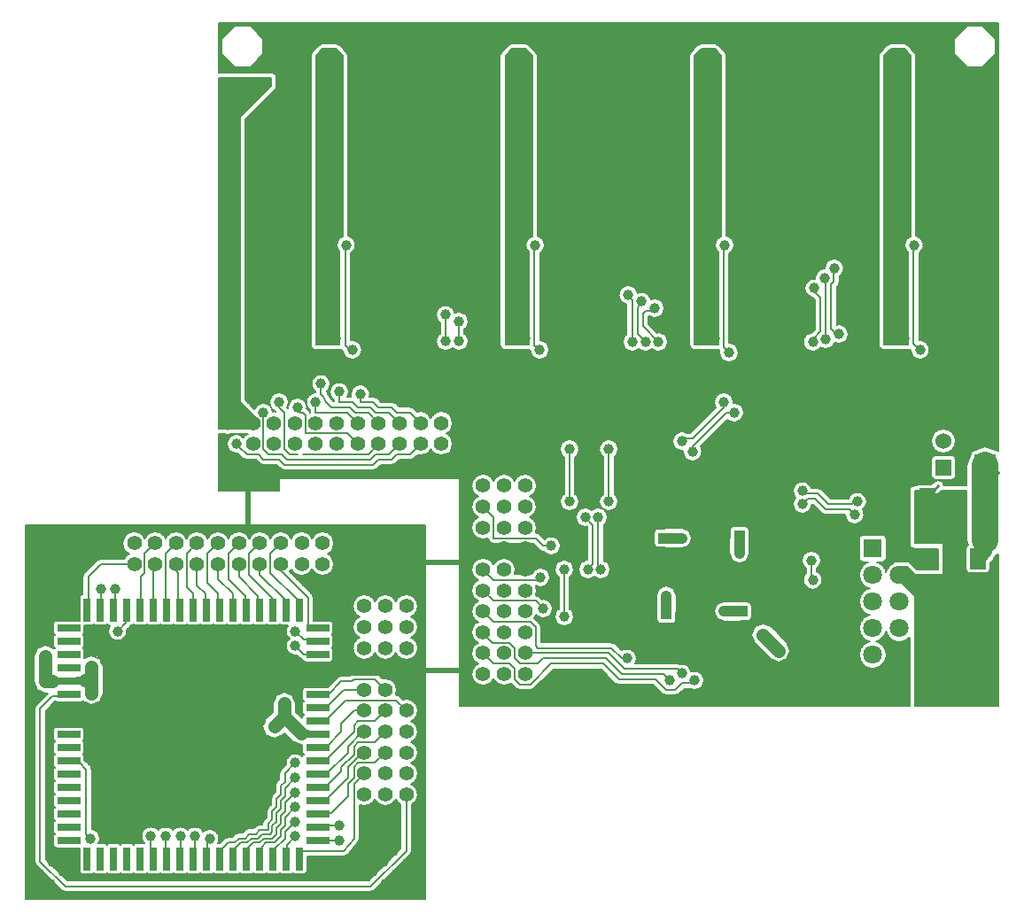
<source format=gbl>
G04*
G04  File:            A600_8MB_2008.GBL, Sun Feb 10 20:54:05 2019*
G04  Source:          P-CAD 2006 PCB, Version 19.02.958, (Z:\home\lvd\d\boards\boards\a600_8mb_2008\release\pcad2006\a600_8mb_2008.pcb)*
G04  Format:          Gerber Format (RS-274-D), ASCII*
G04*
G04  Format Options:  Absolute Positioning*
G04                   Leading-Zero Suppression*
G04                   Scale Factor 1:1*
G04                   NO Circular Interpolation*
G04                   Millimeter Units*
G04                   Numeric Format: 4.4 (XXXX.XXXX)*
G04                   G54 NOT Used for Aperture Change*
G04                   Apertures Embedded*
G04*
G04  File Options:    Offset = (0.000mm,0.000mm)*
G04                   Drill Symbol Size = 2.032mm*
G04                   No Pad/Via Holes*
G04*
G04  File Contents:   Pads*
G04                   Vias*
G04                   No Designators*
G04                   No Types*
G04                   No Values*
G04                   No Drill Symbols*
G04                   Bottom*
G04*
%INA600_8MB_2008.GBL*%
%ICAS*%
%MOMM*%
G04*
G04  Aperture MACROs for general use --- invoked via D-code assignment *
G04*
G04  General MACRO for flashed round with rotation and/or offset hole *
%AMROTOFFROUND*
1,1,$1,0.0000,0.0000*
1,0,$2,$3,$4*%
G04*
G04  General MACRO for flashed oval (obround) with rotation and/or offset hole *
%AMROTOFFOVAL*
21,1,$1,$2,0.0000,0.0000,$3*
1,1,$4,$5,$6*
1,1,$4,0-$5,0-$6*
1,0,$7,$8,$9*%
G04*
G04  General MACRO for flashed oval (obround) with rotation and no hole *
%AMROTOVALNOHOLE*
21,1,$1,$2,0.0000,0.0000,$3*
1,1,$4,$5,$6*
1,1,$4,0-$5,0-$6*%
G04*
G04  General MACRO for flashed rectangle with rotation and/or offset hole *
%AMROTOFFRECT*
21,1,$1,$2,0.0000,0.0000,$3*
1,0,$4,$5,$6*%
G04*
G04  General MACRO for flashed rectangle with rotation and no hole *
%AMROTRECTNOHOLE*
21,1,$1,$2,0.0000,0.0000,$3*%
G04*
G04  General MACRO for flashed rounded-rectangle *
%AMROUNDRECT*
21,1,$1,$2-$4,0.0000,0.0000,$3*
21,1,$1-$4,$2,0.0000,0.0000,$3*
1,1,$4,$5,$6*
1,1,$4,$7,$8*
1,1,$4,0-$5,0-$6*
1,1,$4,0-$7,0-$8*
1,0,$9,$10,$11*%
G04*
G04  General MACRO for flashed rounded-rectangle with rotation and no hole *
%AMROUNDRECTNOHOLE*
21,1,$1,$2-$4,0.0000,0.0000,$3*
21,1,$1-$4,$2,0.0000,0.0000,$3*
1,1,$4,$5,$6*
1,1,$4,$7,$8*
1,1,$4,0-$5,0-$6*
1,1,$4,0-$7,0-$8*%
G04*
G04  General MACRO for flashed regular polygon *
%AMREGPOLY*
5,1,$1,0.0000,0.0000,$2,$3+$4*
1,0,$5,$6,$7*%
G04*
G04  General MACRO for flashed regular polygon with no hole *
%AMREGPOLYNOHOLE*
5,1,$1,0.0000,0.0000,$2,$3+$4*%
G04*
G04  General MACRO for target *
%AMTARGET*
6,0,0,$1,$2,$3,4,$4,$5,$6*%
G04*
G04  General MACRO for mounting hole *
%AMMTHOLE*
1,1,$1,0,0*
1,0,$2,0,0*
$1=$1-$2*
$1=$1/2*
21,1,$2+$1,$3,0,0,$4*
21,1,$3,$2+$1,0,0,$4*%
G04*
G04*
G04  D10 : "Ellipse X0.254mm Y0.254mm H0.000mm 0.0deg (0.000mm,0.000mm) Draw"*
G04  Disc: OuterDia=0.2540*
%ADD10C, 0.2540*%
G04  D11 : "Ellipse X2.540mm Y2.540mm H0.000mm 0.0deg (0.000mm,0.000mm) Draw"*
G04  Disc: OuterDia=2.5400*
%ADD11C, 2.5400*%
G04  D12 : "Ellipse X0.305mm Y0.305mm H0.000mm 0.0deg (0.000mm,0.000mm) Draw"*
G04  Disc: OuterDia=0.3048*
%ADD12C, 0.3048*%
G04  D13 : "Ellipse X0.500mm Y0.500mm H0.000mm 0.0deg (0.000mm,0.000mm) Draw"*
G04  Disc: OuterDia=0.5000*
%ADD13C, 0.5000*%
G04  D14 : "Ellipse X0.508mm Y0.508mm H0.000mm 0.0deg (0.000mm,0.000mm) Draw"*
G04  Disc: OuterDia=0.5080*
%ADD14C, 0.5080*%
G04  D15 : "Ellipse X0.600mm Y0.600mm H0.000mm 0.0deg (0.000mm,0.000mm) Draw"*
G04  Disc: OuterDia=0.6000*
%ADD15C, 0.6000*%
G04  D16 : "Ellipse X0.635mm Y0.635mm H0.000mm 0.0deg (0.000mm,0.000mm) Draw"*
G04  Disc: OuterDia=0.6350*
%ADD16C, 0.6350*%
G04  D17 : "Ellipse X0.650mm Y0.650mm H0.000mm 0.0deg (0.000mm,0.000mm) Draw"*
G04  Disc: OuterDia=0.6500*
%ADD17C, 0.6500*%
G04  D18 : "Ellipse X0.100mm Y0.100mm H0.000mm 0.0deg (0.000mm,0.000mm) Draw"*
G04  Disc: OuterDia=0.1000*
%ADD18C, 0.1000*%
G04  D19 : "Ellipse X1.000mm Y1.000mm H0.000mm 0.0deg (0.000mm,0.000mm) Draw"*
G04  Disc: OuterDia=1.0000*
%ADD19C, 1.0000*%
G04  D20 : "Ellipse X0.102mm Y0.102mm H0.000mm 0.0deg (0.000mm,0.000mm) Draw"*
G04  Disc: OuterDia=0.1016*
%ADD20C, 0.1016*%
G04  D21 : "Ellipse X0.127mm Y0.127mm H0.000mm 0.0deg (0.000mm,0.000mm) Draw"*
G04  Disc: OuterDia=0.1270*
%ADD21C, 0.1270*%
G04  D22 : "Ellipse X0.150mm Y0.150mm H0.000mm 0.0deg (0.000mm,0.000mm) Draw"*
G04  Disc: OuterDia=0.1500*
%ADD22C, 0.1500*%
G04  D23 : "Ellipse X1.270mm Y1.270mm H0.000mm 0.0deg (0.000mm,0.000mm) Draw"*
G04  Disc: OuterDia=1.2700*
%ADD23C, 1.2700*%
G04  D24 : "Ellipse X1.500mm Y1.500mm H0.000mm 0.0deg (0.000mm,0.000mm) Draw"*
G04  Disc: OuterDia=1.5000*
%ADD24C, 1.5000*%
G04  D25 : "Ellipse X0.200mm Y0.200mm H0.000mm 0.0deg (0.000mm,0.000mm) Draw"*
G04  Disc: OuterDia=0.2000*
%ADD25C, 0.2000*%
G04  D26 : "Ellipse X0.250mm Y0.250mm H0.000mm 0.0deg (0.000mm,0.000mm) Draw"*
G04  Disc: OuterDia=0.2500*
%ADD26C, 0.2500*%
G04  D27 : "Ellipse X0.250mm Y0.250mm H0.000mm 0.0deg (0.000mm,0.000mm) Draw"*
G04  Disc: OuterDia=0.2500*
%ADD27C, 0.2500*%
G04  D28 : "Ellipse X2.300mm Y2.300mm H0.000mm 0.0deg (0.000mm,0.000mm) Draw"*
G04  Disc: OuterDia=2.3000*
%ADD28C, 2.3000*%
G04  D29 : "Ellipse X1.400mm Y1.400mm H0.000mm 0.0deg (0.000mm,0.000mm) Flash"*
G04  Disc: OuterDia=1.4000*
%ADD29C, 1.4000*%
G04  D30 : "Ellipse X1.524mm Y1.524mm H0.000mm 0.0deg (0.000mm,0.000mm) Flash"*
G04  Disc: OuterDia=1.5240*
%ADD30C, 1.5240*%
G04  D31 : "Ellipse X1.781mm Y1.781mm H0.000mm 0.0deg (0.000mm,0.000mm) Flash"*
G04  Disc: OuterDia=1.7810*
%ADD31C, 1.7810*%
G04  D32 : "Ellipse X1.800mm Y1.800mm H0.000mm 0.0deg (0.000mm,0.000mm) Flash"*
G04  Disc: OuterDia=1.8000*
%ADD32C, 1.8000*%
G04  D33 : "Ellipse X1.905mm Y1.905mm H0.000mm 0.0deg (0.000mm,0.000mm) Flash"*
G04  Disc: OuterDia=1.9050*
%ADD33C, 1.9050*%
G04  D34 : "Ellipse X2.181mm Y2.181mm H0.000mm 0.0deg (0.000mm,0.000mm) Flash"*
G04  Disc: OuterDia=2.1810*
%ADD34C, 2.1810*%
G04  D35 : "Rectangle X2.581mm Y1.031mm H0.000mm 0.0deg (0.000mm,0.000mm) Flash"*
G04  Rectangular: DimX=2.5810, DimY=1.0310, Rotation=0.0, OffsetX=0.0000, OffsetY=0.0000, HoleDia=0.0000 *
%ADD35R, 2.5810 X1.0310*%
G04  D36 : "Rectangle X1.031mm Y2.581mm H0.000mm 0.0deg (0.000mm,0.000mm) Flash"*
G04  Rectangular: DimX=1.0310, DimY=2.5810, Rotation=0.0, OffsetX=0.0000, OffsetY=0.0000, HoleDia=0.0000 *
%ADD36R, 1.0310 X2.5810*%
G04  D37 : "Rectangle X3.800mm Y2.000mm H0.000mm 0.0deg (0.000mm,0.000mm) Flash"*
G04  Rectangular: DimX=3.8000, DimY=2.0000, Rotation=0.0, OffsetX=0.0000, OffsetY=0.0000, HoleDia=0.0000 *
%ADD37R, 3.8000 X2.0000*%
G04  D38 : "Rectangle X4.181mm Y2.381mm H0.000mm 0.0deg (0.000mm,0.000mm) Flash"*
G04  Rectangular: DimX=4.1810, DimY=2.3810, Rotation=0.0, OffsetX=0.0000, OffsetY=0.0000, HoleDia=0.0000 *
%ADD38R, 4.1810 X2.3810*%
G04  D39 : "Rectangle X1.016mm Y1.524mm H0.000mm 0.0deg (0.000mm,0.000mm) Flash"*
G04  Rectangular: DimX=1.0160, DimY=1.5240, Rotation=0.0, OffsetX=0.0000, OffsetY=0.0000, HoleDia=0.0000 *
%ADD39R, 1.0160 X1.5240*%
G04  D40 : "Rectangle X1.524mm Y1.016mm H0.000mm 0.0deg (0.000mm,0.000mm) Flash"*
G04  Rectangular: DimX=1.5240, DimY=1.0160, Rotation=0.0, OffsetX=0.0000, OffsetY=0.0000, HoleDia=0.0000 *
%ADD40R, 1.5240 X1.0160*%
G04  D41 : "Rectangle X1.397mm Y1.905mm H0.000mm 0.0deg (0.000mm,0.000mm) Flash"*
G04  Rectangular: DimX=1.3970, DimY=1.9050, Rotation=0.0, OffsetX=0.0000, OffsetY=0.0000, HoleDia=0.0000 *
%ADD41R, 1.3970 X1.9050*%
G04  D42 : "Rectangle X1.905mm Y1.397mm H0.000mm 0.0deg (0.000mm,0.000mm) Flash"*
G04  Rectangular: DimX=1.9050, DimY=1.3970, Rotation=0.0, OffsetX=0.0000, OffsetY=0.0000, HoleDia=0.0000 *
%ADD42R, 1.9050 X1.3970*%
G04  D43 : "Rectangle X1.500mm Y2.000mm H0.000mm 0.0deg (0.000mm,0.000mm) Flash"*
G04  Rectangular: DimX=1.5000, DimY=2.0000, Rotation=0.0, OffsetX=0.0000, OffsetY=0.0000, HoleDia=0.0000 *
%ADD43R, 1.5000 X2.0000*%
G04  D44 : "Rectangle X2.000mm Y1.500mm H0.000mm 0.0deg (0.000mm,0.000mm) Flash"*
G04  Rectangular: DimX=2.0000, DimY=1.5000, Rotation=0.0, OffsetX=0.0000, OffsetY=0.0000, HoleDia=0.0000 *
%ADD44R, 2.0000 X1.5000*%
G04  D45 : "Rectangle X1.524mm Y1.524mm H0.000mm 0.0deg (0.000mm,0.000mm) Flash"*
G04  Square: Side=1.5240, Rotation=0.0, OffsetX=0.0000, OffsetY=0.0000, HoleDia=0.0000*
%ADD45R, 1.5240 X1.5240*%
G04  D46 : "Rectangle X1.800mm Y1.800mm H0.000mm 0.0deg (0.000mm,0.000mm) Flash"*
G04  Square: Side=1.8000, Rotation=0.0, OffsetX=0.0000, OffsetY=0.0000, HoleDia=0.0000*
%ADD46R, 1.8000 X1.8000*%
G04  D47 : "Rectangle X1.881mm Y2.381mm H0.000mm 0.0deg (0.000mm,0.000mm) Flash"*
G04  Rectangular: DimX=1.8810, DimY=2.3810, Rotation=0.0, OffsetX=0.0000, OffsetY=0.0000, HoleDia=0.0000 *
%ADD47R, 1.8810 X2.3810*%
G04  D48 : "Rectangle X2.381mm Y1.881mm H0.000mm 0.0deg (0.000mm,0.000mm) Flash"*
G04  Rectangular: DimX=2.3810, DimY=1.8810, Rotation=0.0, OffsetX=0.0000, OffsetY=0.0000, HoleDia=0.0000 *
%ADD48R, 2.3810 X1.8810*%
G04  D49 : "Rectangle X1.905mm Y1.905mm H0.000mm 0.0deg (0.000mm,0.000mm) Flash"*
G04  Square: Side=1.9050, Rotation=0.0, OffsetX=0.0000, OffsetY=0.0000, HoleDia=0.0000*
%ADD49R, 1.9050 X1.9050*%
G04  D50 : "Rectangle X2.000mm Y0.300mm H0.000mm 0.0deg (0.000mm,0.000mm) Flash"*
G04  Rectangular: DimX=2.0000, DimY=0.3000, Rotation=0.0, OffsetX=0.0000, OffsetY=0.0000, HoleDia=0.0000 *
%ADD50R, 2.0000 X0.3000*%
G04  D51 : "Rectangle X0.300mm Y2.000mm H0.000mm 0.0deg (0.000mm,0.000mm) Flash"*
G04  Rectangular: DimX=0.3000, DimY=2.0000, Rotation=0.0, OffsetX=0.0000, OffsetY=0.0000, HoleDia=0.0000 *
%ADD51R, 0.3000 X2.0000*%
G04  D52 : "Rectangle X2.032mm Y0.660mm H0.000mm 0.0deg (0.000mm,0.000mm) Flash"*
G04  Rectangular: DimX=2.0320, DimY=0.6604, Rotation=0.0, OffsetX=0.0000, OffsetY=0.0000, HoleDia=0.0000 *
%ADD52R, 2.0320 X0.6604*%
G04  D53 : "Rectangle X2.181mm Y2.181mm H0.000mm 0.0deg (0.000mm,0.000mm) Flash"*
G04  Square: Side=2.1810, Rotation=0.0, OffsetX=0.0000, OffsetY=0.0000, HoleDia=0.0000*
%ADD53R, 2.1810 X2.1810*%
G04  D54 : "Rectangle X2.200mm Y0.650mm H0.000mm 0.0deg (0.000mm,0.000mm) Flash"*
G04  Rectangular: DimX=2.2000, DimY=0.6500, Rotation=0.0, OffsetX=0.0000, OffsetY=0.0000, HoleDia=0.0000 *
%ADD54R, 2.2000 X0.6500*%
G04  D55 : "Rectangle X0.650mm Y2.200mm H0.000mm 0.0deg (0.000mm,0.000mm) Flash"*
G04  Rectangular: DimX=0.6500, DimY=2.2000, Rotation=0.0, OffsetX=0.0000, OffsetY=0.0000, HoleDia=0.0000 *
%ADD55R, 0.6500 X2.2000*%
G04  D56 : "Rectangle X2.381mm Y0.681mm H0.000mm 0.0deg (0.000mm,0.000mm) Flash"*
G04  Rectangular: DimX=2.3810, DimY=0.6810, Rotation=0.0, OffsetX=0.0000, OffsetY=0.0000, HoleDia=0.0000 *
%ADD56R, 2.3810 X0.6810*%
G04  D57 : "Rectangle X0.681mm Y2.381mm H0.000mm 0.0deg (0.000mm,0.000mm) Flash"*
G04  Rectangular: DimX=0.6810, DimY=2.3810, Rotation=0.0, OffsetX=0.0000, OffsetY=0.0000, HoleDia=0.0000 *
%ADD57R, 0.6810 X2.3810*%
G04  D58 : "Rectangle X2.413mm Y1.041mm H0.000mm 0.0deg (0.000mm,0.000mm) Flash"*
G04  Rectangular: DimX=2.4130, DimY=1.0414, Rotation=0.0, OffsetX=0.0000, OffsetY=0.0000, HoleDia=0.0000 *
%ADD58R, 2.4130 X1.0414*%
G04  D59 : "Ellipse X1.000mm Y1.000mm H0.000mm 0.0deg (0.000mm,0.000mm) Flash"*
G04  Disc: OuterDia=1.0000*
%ADD59C, 1.0000*%
G04  D60 : "Ellipse X1.381mm Y1.381mm H0.000mm 0.0deg (0.000mm,0.000mm) Flash"*
G04  Disc: OuterDia=1.3810*
%ADD60C, 1.3810*%
G04*
%FSLAX44Y44*%
%SFA1B1*%
%OFA0.000B0.000*%
G04*
G71*
G90*
G01*
D2*
%LNBottom*%
D25*
X466500Y411000*
X490500Y387000D1*
X510500Y437000D2*
X514500Y433000D1*
X502500Y505000D2*
X504500D1*
X510500Y499000*
X493850Y506950D2*
X502500Y505000D1*
D2*
D23*
X493475Y552500*
X493680D1*
X509350Y546150*
D2*
D25*
X478500Y569000*
X466500Y557000D1*
D2*
D10*
X493475Y546150*
Y552500D1*
X493680D2*
X493475Y546150D1*
X493850Y557750D2*
X493680Y552500D1*
D2*
D25*
X493850Y570450*
X484500Y569000D1*
X478500*
D2*
D16*
X503000Y584250*
X501900Y583150D1*
X503000Y584250D2*
X509350D1*
X501900Y583150D2*
X493850D1*
D2*
D10*
X493475Y584250D1*
X488500Y583000*
D2*
D15*
X478500D1*
D2*
D23*
X471500D1*
Y595000*
X515700Y571550D2*
Y584250D1*
Y596950*
X509350Y584250D2*
X515700D1*
D2*
D25*
X512500Y661000*
Y683000D1*
X524500Y661000D2*
Y671000D1*
X511250Y651350D2*
X512500Y661000D1*
X523950Y651350D2*
X524500Y661000D1*
X587450Y413350D2*
X586500Y417000D1*
X574750Y413350D2*
X574500Y423000D1*
X572500D2*
X574500D1*
X600150Y413350D2*
X600500Y421000D1*
X586500Y435000D2*
Y417000D1*
X572500Y435000D2*
Y423000D1*
X600500Y435000D2*
Y421000D1*
X548500Y639000D2*
Y651000D1*
Y639000D2*
X540500Y631000D1*
X538500Y661000D2*
Y671000D1*
X562500Y661000D2*
Y683000D1*
X536650Y651350D2*
X538500Y661000D1*
X587450Y651350D2*
X586500Y661000D1*
X574750Y651350D2*
X574500Y661000D1*
X562050Y651350D2*
X562500Y661000D1*
X550500D2*
X549350Y659850D1*
X550500Y661000D2*
X548500Y651000D1*
X600150Y651350D2*
X598500Y661000D1*
X549350Y659850D2*
Y651350D1*
X566500Y705000D2*
X576500Y715000D1*
X574500Y693000D2*
X576500Y695000D1*
X596500Y689000D2*
Y695000D1*
X586500Y705000D2*
X596500Y715000D1*
X566500Y687000D2*
Y705000D1*
X598500Y687000D2*
X596500Y689000D1*
X612850Y413350D2*
X614500Y423000D1*
X652500Y429000D2*
X646500D1*
X664500D2*
X658500D1*
X663650Y413350D2*
X664500Y423000D1*
X650950Y413350D2*
X652500Y423000D1*
X658500Y429000*
X638250Y413350D2*
X638500Y421000D1*
X646500Y429000*
X625550Y413350D2*
X626500Y423000D1*
X666500Y437000D2*
X662500Y433000D1*
X656500*
X676350Y413350D2*
X678500Y423000D1*
Y425000D2*
Y423000D1*
X676500Y441000D2*
X672500Y437000D1*
X678500D2*
X674500Y433000D1*
X614500Y435000D2*
Y423000D1*
X656500Y433000D2*
X652500Y429000D1*
X668500Y433000D2*
X664500Y429000D1*
X628500Y433000D2*
X626500Y431000D1*
Y423000*
X676500Y429000D2*
X670500D1*
X664500Y423000D2*
X670500Y429000D1*
X672500Y437000D2*
X666500D1*
X674500Y433000D2*
X668500D1*
X684500Y441000D2*
Y447000D1*
X682500Y429000D2*
X678500Y425000D1*
X684500Y441000D2*
X676500D1*
X680500Y433000D2*
X676500Y429000D1*
X612500Y661000D2*
Y667000D1*
X624500Y661000D2*
Y667000D1*
X636500Y661000D2*
Y667000D1*
X626500Y677000*
X650500Y661000D2*
Y667000D1*
X636500Y681000*
X662500Y665000D2*
Y661000D1*
Y665000D2*
X646500Y681000D1*
X624500Y667000D2*
X616500Y675000D1*
X674500Y665000D2*
Y661000D1*
X612850Y651350D2*
X612500Y661000D1*
X663650Y651350D2*
X662500Y661000D1*
X650950Y651350D2*
X650500Y661000D1*
X638250Y651350D2*
X636500Y661000D1*
X625550Y651350D2*
X624500Y661000D1*
X676350Y651350D2*
X674500Y661000D1*
Y665000D2*
X656500Y683000D1*
X626500Y705000D2*
X636500Y715000D1*
X646500Y705000D2*
X656500Y715000D1*
X676500Y689000D2*
Y695000D1*
X666500Y705000D2*
X676500Y715000D1*
X680000Y795000D2*
X675000Y800000D1*
X664000*
X656000Y810000D2*
X656500D1*
X656000Y808000D2*
Y810000D1*
X664000Y800000D2*
X656000Y808000D1*
D2*
D13*
X668000Y780000*
X665000Y767000D1*
D2*
D25*
X689050Y413350*
X690500Y423000D1*
X714450Y413350D2*
X714500Y413000D1*
Y417000D2*
Y413000D1*
Y419000D2*
Y417000D1*
Y421000D2*
Y419000D1*
X701750Y413350D2*
X702500Y423000D1*
Y427000*
X688500Y445000D2*
Y439000D1*
X700500D2*
X710500Y449000D1*
X700500Y433000D2*
Y439000D1*
X731850Y443450D2*
X740500Y445000D1*
X700500Y453000D2*
Y445000D1*
X696500Y441000*
Y435000*
Y455000D2*
Y447000D1*
X692500Y437000D2*
X688500Y433000D1*
X696500Y447000D2*
X692500Y443000D1*
Y437000*
Y449000D2*
X688500Y445000D1*
X702500Y427000D2*
X710500Y435000D1*
X731850Y430750D2*
X740500Y431000D1*
X696500Y435000D2*
X690500Y429000D1*
Y423000D2*
X700500Y433000D1*
X752500Y445000D2*
X740500D1*
X752500Y431000D2*
X740500D1*
X714500Y421000D2*
X756500D1*
X731850Y494250D2*
X740500Y495000D1*
X731850Y481550D2*
X740500Y483000D1*
X731850Y468850D2*
X740500Y471000D1*
X710500Y477000D2*
X700500Y467000D1*
X710500Y491000D2*
X700500Y481000D1*
Y473000*
X696500Y469000*
X710500Y505000D2*
X700500Y495000D1*
Y487000*
X696500Y483000*
Y475000*
Y469000D2*
Y461000D1*
Y475000D2*
X692500Y471000D1*
Y463000*
X731850Y519650D2*
X740500Y521000D1*
X754500Y497000D2*
Y501000D1*
X731850Y506950D2*
X740500Y509000D1*
X754500Y497000D2*
X740500Y483000D1*
X700500Y467000D2*
Y459000D1*
X692500Y463000D2*
X688500Y459000D1*
X760500Y473000D2*
Y485000D1*
Y491000D2*
Y501000D1*
Y515000D2*
Y521000D1*
X740500Y471000D2*
X760500Y491000D1*
X740500Y495000D2*
X760500Y515000D1*
D2*
D23*
X699850Y562025*
Y549325D1*
D2*
D25*
X731850Y570450*
X742500Y571000D1*
X731850Y557750D2*
X740500Y559000D1*
X731850Y545050D2*
X740500Y547000D1*
D2*
D23*
X725250Y590600*
X706200D1*
D2*
D17*
X737650Y595850*
X731850D1*
D2*
D25*
X732500Y593000D1*
D2*
D23*
X726500*
X732500D1*
X736500*
D2*
D10*
X726500*
X725250Y590600D1*
D2*
D25*
X732104Y587000*
X732500Y593000D1*
D2*
D17*
X738500Y595000*
X737650Y595850D1*
D2*
D23*
X736500Y593000*
X738500Y595000D1*
X736500Y587000D2*
X732104D1*
X726500*
X736500Y593000D2*
Y587000D1*
X726500D2*
Y593000D1*
D2*
D25*
X731850Y583150*
X732104Y587000D1*
D2*
D17*
X740500Y595000*
X739650Y595850D1*
D2*
D25*
X754500Y583000*
X742500Y571000D1*
X754500Y535000D2*
Y543000D1*
X758500Y565000D2*
X740500Y547000D1*
X756500Y575000D2*
X740500Y559000D1*
D2*
D17*
X739650Y595850*
X737650D1*
D2*
D25*
X710500Y631000*
X718500Y623000D1*
X730500Y621000D2*
X730750Y621250D1*
X722500Y623000D2*
X730500Y621000D1*
X718500Y623000D2*
X722500D1*
X731850Y633950D2*
X722500Y635000D1*
X710500Y613000D2*
Y617000D1*
X688500Y663000D2*
Y661000D1*
X689050Y651350D2*
X688500Y661000D1*
X722500Y635000D2*
Y663000D1*
X714450Y651350D2*
X712500Y661000D1*
X701750Y651350D2*
X700500Y661000D1*
X730750Y621250D2*
X731850D1*
X696500Y693000D2*
Y695000D1*
Y689000D2*
Y693000D1*
X712500Y800000D2*
X705000D1*
X700000Y805000*
X702500Y795000D2*
X697500Y800000D1*
X700000Y790000D2*
X695000Y795000D1*
X720000Y820000D2*
X760000D1*
Y840000D2*
X730000D1*
Y850000*
X717500Y840000D2*
X715000D1*
X712500Y842500*
Y845000*
X745000D2*
X740000Y850000D1*
X737500Y855000*
X735000Y857500*
Y867500*
X695000Y845000D2*
Y850000D1*
X700000Y840000D2*
X695000Y845000D1*
X752500Y850000D2*
Y860000D1*
X758825Y996950D2*
X758000Y996000D1*
X758825Y1000125D2*
Y996950D1*
X782500Y387000D2*
X816500Y421000D1*
X766500Y491000D2*
Y501000D1*
X770500Y505000D2*
X766500Y501000D1*
X776500Y495000D2*
X766500Y485000D1*
X786500Y505000D2*
X770500D1*
X766500Y513000D2*
Y521000D1*
X776500Y515000D2*
X774500D1*
X766500Y521000D2*
X770500Y525000D1*
X786500D2*
X770500D1*
X796500Y515000D2*
X786500Y505000D1*
X796500Y555000D2*
X786500Y545000D1*
X816500Y555000D2*
X806500Y565000D1*
X766500Y541000D2*
X770500Y545000D1*
X786500D2*
X770500D1*
X776500Y555000D2*
X766500D1*
D2*
D23*
X776500Y595000*
X796500D1*
D2*
D25*
X786500Y585000*
X766500D1*
X764500Y583000*
X796500Y575000D2*
X786500Y585000D1*
D2*
D23*
X796500Y595000*
X816500D1*
Y575000D2*
Y595000D1*
D2*
D25*
X776500Y535000*
X774500D1*
X766500D2*
Y541000D1*
X790000Y810000D2*
X780000Y800000D1*
X810000Y810000D2*
X800000Y800000D1*
X787500*
X782500Y795000*
X830000Y810000D2*
X820000Y800000D1*
X807500*
X802500Y795000*
X790000*
X785000Y790000*
X767500Y840000D2*
X780000D1*
X800000D2*
X787500D1*
X782500Y845000*
X770000*
X765000Y850000*
X820000Y840000D2*
X807500D1*
X802500Y845000*
X790000*
X785000Y850000*
X772500*
Y857500*
X890000Y670000D2*
X900000Y660000D1*
X889500Y650000D2*
X890000D1*
X889500D2*
X899500Y640000D1*
X889000Y630000D2*
X890000D1*
X889000D2*
X899000Y620000D1*
X890000Y750000D2*
X900000Y740000D1*
Y720000*
D2*
D13*
X872904Y697525*
X871500Y696500D1*
X873000Y708500D2*
X872904Y697525D1*
X890000Y710000D2*
X888823Y709141D1*
X872904Y697525*
X910000Y710000D2*
X888823Y709141D1*
X873000Y708500*
D2*
D25*
X920000Y595000*
Y585000D1*
X925000Y580000*
X935000*
X925000Y600000D2*
X920000Y605000D1*
X942500Y600000D2*
X925000D1*
X947500Y605000D2*
X942500Y600000D1*
X935000Y580000D2*
X955000Y600000D1*
X935000Y640000D2*
X940000Y635000D1*
Y660000D2*
X947500Y652500D1*
X967500Y645000D2*
X965000Y647500D1*
X967500D2*
X965000D1*
X940000Y617500D2*
Y635000D1*
X942500Y615000D2*
X940000Y617500D1*
X942500Y680000D2*
X945000Y682500D1*
X940000Y720000D2*
X947500Y712500D1*
X955000*
X967500Y687500D2*
X965000D1*
X967500Y690000D2*
X965000Y687500D1*
X944000Y903000D2*
Y900000D1*
X939000Y904500D2*
X946000Y898000D1*
X939800Y1000125D2*
X939000Y997500D1*
X1022500Y590000D2*
X1007500Y605000D1*
X1005000Y600000D2*
X1020000Y585000D1*
X1054500*
X1064500Y575000*
X1062000Y590000D2*
X1022500D1*
Y605000D2*
X1027500D1*
X1000000Y692500D2*
Y740000D1*
X1002500Y690000D2*
X1000000Y692500D1*
X995000Y732500D2*
Y695000D1*
X1041400Y946150D2*
X1037500Y940000D1*
X1042500Y935000D2*
Y922500D1*
X1045000Y937500D2*
X1042500Y935000D1*
X1050000Y937500D2*
X1045000D1*
X1054100Y939800D2*
X1050000Y937500D1*
X1028700Y952500D2*
X1032500Y947500D1*
X1073500Y575000D2*
X1080000Y581500D1*
X1076500Y594000D2*
X1077500Y593000D1*
X1080000Y590500*
Y581500D2*
X1089500D1*
X1075500Y595000D2*
X1076500Y594000D1*
D2*
D19*
X1135000Y650000*
X1120000D1*
X1135000Y720000D2*
Y705000D1*
D2*
D25*
X1090000Y802500*
Y807500D1*
Y815000D2*
X1082500D1*
X1130000Y840000D2*
X1122500D1*
X1120000Y902500D2*
X1125000Y897500D1*
X1120000Y850000D2*
Y845000D1*
X1120775Y1000125D2*
X1120000Y997500D1*
X1203750Y681250D2*
X1205000Y680000D1*
X1217500Y747500D2*
X1207500Y757500D1*
X1200000*
X1195000Y752500*
X1205000Y910000D2*
Y907500D1*
X1212500Y950000D2*
Y917500D1*
X1206500Y958850D2*
X1207500Y955000D1*
X1212500Y950000*
X1216025Y968375D2*
X1217500Y965000D1*
X1245000Y742500D2*
X1240000Y747500D1*
X1245000Y755000D2*
X1242500Y752500D1*
X1247500Y755000D2*
X1245000D1*
X1222500Y962500D2*
Y920000D1*
X1225000Y965000D2*
X1222500Y962500D1*
X1225550Y977900D2*
X1225000Y975000D1*
Y965000*
X1301250Y906250D2*
X1307500Y900000D1*
X1301750Y1000125D2*
X1301250Y996250D1*
X510500Y499000D2*
Y437000D1*
D2*
D23*
X471500Y595000*
Y607000D1*
D2*
D25*
X466500Y557000*
Y411000D1*
X512500Y683000D2*
X524500Y695000D1*
X562500Y683000D2*
X566500Y687000D1*
X574500Y661000D2*
Y693000D1*
X586500Y661000D2*
Y705000D1*
X598500Y661000D2*
Y687000D1*
X606500Y673000D2*
Y705000D1*
X680000Y840000D2*
Y805000D1*
X626500Y677000D2*
Y705000D1*
X636500Y681000D2*
Y695000D1*
X646500Y681000D2*
Y705000D1*
X656500Y683000D2*
Y695000D1*
X666500Y685000D2*
Y705000D1*
X616500Y675000D2*
Y695000D1*
X676500Y685000D2*
Y689000D1*
D2*
D13*
X665000Y767000*
Y728000D1*
D2*
D25*
X731850Y608550*
X722500Y609000D1*
X718500D2*
X722500D1*
X731850Y456150D2*
X740500Y457000D1*
X744500D2*
X740500D1*
X692500D2*
Y449000D1*
X688500Y459000D2*
Y451000D1*
X700500Y459000D2*
X696500Y455000D1*
X710500Y463000D2*
X700500Y453000D1*
X696500Y461000D2*
X692500Y457000D1*
D2*
D10*
X731850Y532350*
X722075Y533450D1*
D2*
D16*
X715725D1*
D2*
D23*
X699850Y549325D1*
D2*
D25*
X718500Y609000*
X710500Y617000D1*
X740500Y521000D2*
X754500Y535000D1*
X760500Y473000D2*
X744500Y457000D1*
X720000Y820000D2*
Y837500D1*
X717500Y840000*
X700000Y805000D2*
Y840000D1*
X722500Y663000D2*
X696500Y689000D1*
X766500Y433000D2*
Y485000D1*
X796500Y535000D2*
X786500Y525000D1*
X816500Y475000D2*
Y421000D1*
X790000Y830000D2*
X780000Y840000D1*
X810000Y830000D2*
X800000Y840000D1*
X830000Y830000D2*
X820000Y840000D1*
X889500Y610000D2*
X890000D1*
X889500D2*
X899500Y600000D1*
X854075Y933450D2*
Y908050D1*
X866775Y927100D2*
Y908050D1*
X890000Y690000D2*
X900000Y680000D1*
X920000Y605000D2*
Y615000D1*
X972500Y755000D2*
Y805000D1*
X1025000Y595000D2*
X1010000Y610000D1*
X1012500Y615000D2*
X1022500Y605000D1*
X1037500Y915000D2*
X1045000Y907500D1*
X1037500Y940000D2*
Y915000D1*
X1042500Y922500D2*
X1057500Y907500D1*
X1032500Y947500D2*
Y907500D1*
X1010000Y805000D2*
Y755000D1*
X1122500Y840000D2*
X1090000Y807500D1*
X1120000Y845000D2*
X1090000Y815000D1*
D2*
D23*
X1172500Y612500*
X1157500Y627500D1*
D2*
D25*
X1203750Y698750*
Y681250D1*
X1212500Y917500D2*
X1205000Y910000D1*
X1197500Y762500D2*
X1195000Y765000D1*
X1210000Y762500D2*
X1197500D1*
X1227500Y915000D2*
X1230000D1*
X1222500Y920000D2*
X1227500Y915000D1*
X758000Y996000D2*
Y904000D1*
X752588Y993468D2*
X752336Y993636D1*
X750347Y996613*
X749648Y1000125*
X750347Y1003636*
X752336Y1006613*
X755313Y1008602*
X755650Y1008669*
Y1181100*
X749300Y1187450*
X736600*
X730250Y1181100*
Y904875*
X752588*
Y993468*
X730250Y904875D2*
X752588D1*
X730250Y906375D2*
X752588D1*
X730250Y907875D2*
X752588D1*
X730250Y909375D2*
X752588D1*
X730250Y910875D2*
X752588D1*
X730250Y912375D2*
X752588D1*
X730250Y913875D2*
X752588D1*
X730250Y915375D2*
X752588D1*
X730250Y916875D2*
X752588D1*
X730250Y918375D2*
X752588D1*
X730250Y919875D2*
X752588D1*
X730250Y921375D2*
X752588D1*
X730250Y922875D2*
X752588D1*
X730250Y924375D2*
X752588D1*
X730250Y925875D2*
X752588D1*
X730250Y927375D2*
X752588D1*
X730250Y928875D2*
X752588D1*
X730250Y930375D2*
X752588D1*
X730250Y931875D2*
X752588D1*
X730250Y933375D2*
X752588D1*
X730250Y934875D2*
X752588D1*
X730250Y936375D2*
X752588D1*
X730250Y937875D2*
X752588D1*
X730250Y939375D2*
X752588D1*
X730250Y940875D2*
X752588D1*
X730250Y942375D2*
X752588D1*
X730250Y943875D2*
X752588D1*
X730250Y945375D2*
X752588D1*
X730250Y946875D2*
X752588D1*
X730250Y948375D2*
X752588D1*
X730250Y949875D2*
X752588D1*
X730250Y951375D2*
X752588D1*
X730250Y952875D2*
X752588D1*
X730250Y954375D2*
X752588D1*
X730250Y955875D2*
X752588D1*
X730250Y957375D2*
X752588D1*
X730250Y958875D2*
X752588D1*
X730250Y960375D2*
X752588D1*
X730250Y961875D2*
X752588D1*
X730250Y963375D2*
X752588D1*
X730250Y964875D2*
X752588D1*
X730250Y966375D2*
X752588D1*
X730250Y967875D2*
X752588D1*
X730250Y969375D2*
X752588D1*
X730250Y970875D2*
X752588D1*
X730250Y972375D2*
X752588D1*
X730250Y973875D2*
X752588D1*
X730250Y975375D2*
X752588D1*
X730250Y976875D2*
X752588D1*
X730250Y978375D2*
X752588D1*
X730250Y979875D2*
X752588D1*
X730250Y981375D2*
X752588D1*
X730250Y982875D2*
X752588D1*
X730250Y984375D2*
X752588D1*
X730250Y985875D2*
X752588D1*
X730250Y987375D2*
X752588D1*
X730250Y988875D2*
X752588D1*
X730250Y990375D2*
X752588D1*
X730250Y991875D2*
X752588D1*
X730250Y993375D2*
X752588D1*
X730250Y994875D2*
X751508D1*
X730250Y996375D2*
X750506D1*
X730250Y997875D2*
X750096D1*
X730250Y999375D2*
X749797D1*
X730250Y1000875D2*
X749797D1*
X730250Y1002375D2*
X750096D1*
X730250Y1003875D2*
X750506D1*
X730250Y1005375D2*
X751508D1*
X730250Y1006875D2*
X752727D1*
X730250Y1008375D2*
X754972D1*
X730250Y1009875D2*
X755650D1*
X730250Y1011375D2*
X755650D1*
X730250Y1012875D2*
X755650D1*
X730250Y1014375D2*
X755650D1*
X730250Y1015875D2*
X755650D1*
X730250Y1017375D2*
X755650D1*
X730250Y1018875D2*
X755650D1*
X730250Y1020375D2*
X755650D1*
X730250Y1021875D2*
X755650D1*
X730250Y1023375D2*
X755650D1*
X730250Y1024875D2*
X755650D1*
X730250Y1026375D2*
X755650D1*
X730250Y1027875D2*
X755650D1*
X730250Y1029375D2*
X755650D1*
X730250Y1030875D2*
X755650D1*
X730250Y1032375D2*
X755650D1*
X730250Y1033875D2*
X755650D1*
X730250Y1035375D2*
X755650D1*
X730250Y1036875D2*
X755650D1*
X730250Y1038375D2*
X755650D1*
X730250Y1039875D2*
X755650D1*
X730250Y1041375D2*
X755650D1*
X730250Y1042875D2*
X755650D1*
X730250Y1044375D2*
X755650D1*
X730250Y1045875D2*
X755650D1*
X730250Y1047375D2*
X755650D1*
X730250Y1048875D2*
X755650D1*
X730250Y1050375D2*
X755650D1*
X730250Y1051875D2*
X755650D1*
X730250Y1053375D2*
X755650D1*
X730250Y1054875D2*
X755650D1*
X730250Y1056375D2*
X755650D1*
X730250Y1057875D2*
X755650D1*
X730250Y1059375D2*
X755650D1*
X730250Y1060875D2*
X755650D1*
X730250Y1062375D2*
X755650D1*
X730250Y1063875D2*
X755650D1*
X730250Y1065375D2*
X755650D1*
X730250Y1066875D2*
X755650D1*
X730250Y1068375D2*
X755650D1*
X730250Y1069875D2*
X755650D1*
X730250Y1071375D2*
X755650D1*
X730250Y1072875D2*
X755650D1*
X730250Y1074375D2*
X755650D1*
X730250Y1075875D2*
X755650D1*
X730250Y1077375D2*
X755650D1*
X730250Y1078875D2*
X755650D1*
X730250Y1080375D2*
X755650D1*
X730250Y1081875D2*
X755650D1*
X730250Y1083375D2*
X755650D1*
X730250Y1084875D2*
X755650D1*
X730250Y1086375D2*
X755650D1*
X730250Y1087875D2*
X755650D1*
X730250Y1089375D2*
X755650D1*
X730250Y1090875D2*
X755650D1*
X730250Y1092375D2*
X755650D1*
X730250Y1093875D2*
X755650D1*
X730250Y1095375D2*
X755650D1*
X730250Y1096875D2*
X755650D1*
X730250Y1098375D2*
X755650D1*
X730250Y1099875D2*
X755650D1*
X730250Y1101375D2*
X755650D1*
X730250Y1102875D2*
X755650D1*
X730250Y1104375D2*
X755650D1*
X730250Y1105875D2*
X755650D1*
X730250Y1107375D2*
X755650D1*
X730250Y1108875D2*
X755650D1*
X730250Y1110375D2*
X755650D1*
X730250Y1111875D2*
X755650D1*
X730250Y1113375D2*
X755650D1*
X730250Y1114875D2*
X755650D1*
X730250Y1116375D2*
X755650D1*
X730250Y1117875D2*
X755650D1*
X730250Y1119375D2*
X755650D1*
X730250Y1120875D2*
X755650D1*
X730250Y1122375D2*
X755650D1*
X730250Y1123875D2*
X755650D1*
X730250Y1125375D2*
X755650D1*
X730250Y1126875D2*
X755650D1*
X730250Y1128375D2*
X755650D1*
X730250Y1129875D2*
X755650D1*
X730250Y1131375D2*
X755650D1*
X730250Y1132875D2*
X755650D1*
X730250Y1134375D2*
X755650D1*
X730250Y1135875D2*
X755650D1*
X730250Y1137375D2*
X755650D1*
X730250Y1138875D2*
X755650D1*
X730250Y1140375D2*
X755650D1*
X730250Y1141875D2*
X755650D1*
X730250Y1143375D2*
X755650D1*
X730250Y1144875D2*
X755650D1*
X730250Y1146375D2*
X755650D1*
X730250Y1147875D2*
X755650D1*
X730250Y1149375D2*
X755650D1*
X730250Y1150875D2*
X755650D1*
X730250Y1152375D2*
X755650D1*
X730250Y1153875D2*
X755650D1*
X730250Y1155375D2*
X755650D1*
X730250Y1156875D2*
X755650D1*
X730250Y1158375D2*
X755650D1*
X730250Y1159875D2*
X755650D1*
X730250Y1161375D2*
X755650D1*
X730250Y1162875D2*
X755650D1*
X730250Y1164375D2*
X755650D1*
X730250Y1165875D2*
X755650D1*
X730250Y1167375D2*
X755650D1*
X730250Y1168875D2*
X755650D1*
X730250Y1170375D2*
X755650D1*
X730250Y1171875D2*
X755650D1*
X730250Y1173375D2*
X755650D1*
X730250Y1174875D2*
X755650D1*
X730250Y1176375D2*
X755650D1*
X730250Y1177875D2*
X755650D1*
X730250Y1179375D2*
X755650D1*
X730250Y1180875D2*
X755650D1*
X731525Y1182375D2*
X754375D1*
X733025Y1183875D2*
X752875D1*
X734525Y1185375D2*
X751375D1*
X736025Y1186875D2*
X749875D1*
D2*
D13*
X872904Y697525*
X872000Y593500D1*
D2*
D25*
X939000Y997500*
Y904500D1*
X967500Y647500D2*
Y687500D1*
X1120000Y997500D2*
Y902500D1*
X1114588Y993434D2*
X1114286Y993636D1*
X1112297Y996613*
X1111598Y1000125*
X1112297Y1003636*
X1114286Y1006613*
X1117263Y1008602*
X1117600Y1008669*
Y1181100*
X1111250Y1187450*
X1098550*
X1092200Y1181100*
Y904875*
X1114588*
Y993434*
X1092200Y904875D2*
X1114588D1*
X1092200Y906375D2*
X1114588D1*
X1092200Y907875D2*
X1114588D1*
X1092200Y909375D2*
X1114588D1*
X1092200Y910875D2*
X1114588D1*
X1092200Y912375D2*
X1114588D1*
X1092200Y913875D2*
X1114588D1*
X1092200Y915375D2*
X1114588D1*
X1092200Y916875D2*
X1114588D1*
X1092200Y918375D2*
X1114588D1*
X1092200Y919875D2*
X1114588D1*
X1092200Y921375D2*
X1114588D1*
X1092200Y922875D2*
X1114588D1*
X1092200Y924375D2*
X1114588D1*
X1092200Y925875D2*
X1114588D1*
X1092200Y927375D2*
X1114588D1*
X1092200Y928875D2*
X1114588D1*
X1092200Y930375D2*
X1114588D1*
X1092200Y931875D2*
X1114588D1*
X1092200Y933375D2*
X1114588D1*
X1092200Y934875D2*
X1114588D1*
X1092200Y936375D2*
X1114588D1*
X1092200Y937875D2*
X1114588D1*
X1092200Y939375D2*
X1114588D1*
X1092200Y940875D2*
X1114588D1*
X1092200Y942375D2*
X1114588D1*
X1092200Y943875D2*
X1114588D1*
X1092200Y945375D2*
X1114588D1*
X1092200Y946875D2*
X1114588D1*
X1092200Y948375D2*
X1114588D1*
X1092200Y949875D2*
X1114588D1*
X1092200Y951375D2*
X1114588D1*
X1092200Y952875D2*
X1114588D1*
X1092200Y954375D2*
X1114588D1*
X1092200Y955875D2*
X1114588D1*
X1092200Y957375D2*
X1114588D1*
X1092200Y958875D2*
X1114588D1*
X1092200Y960375D2*
X1114588D1*
X1092200Y961875D2*
X1114588D1*
X1092200Y963375D2*
X1114588D1*
X1092200Y964875D2*
X1114588D1*
X1092200Y966375D2*
X1114588D1*
X1092200Y967875D2*
X1114588D1*
X1092200Y969375D2*
X1114588D1*
X1092200Y970875D2*
X1114588D1*
X1092200Y972375D2*
X1114588D1*
X1092200Y973875D2*
X1114588D1*
X1092200Y975375D2*
X1114588D1*
X1092200Y976875D2*
X1114588D1*
X1092200Y978375D2*
X1114588D1*
X1092200Y979875D2*
X1114588D1*
X1092200Y981375D2*
X1114588D1*
X1092200Y982875D2*
X1114588D1*
X1092200Y984375D2*
X1114588D1*
X1092200Y985875D2*
X1114588D1*
X1092200Y987375D2*
X1114588D1*
X1092200Y988875D2*
X1114588D1*
X1092200Y990375D2*
X1114588D1*
X1092200Y991875D2*
X1114588D1*
X1092200Y993375D2*
X1114588D1*
X1092200Y994875D2*
X1113458D1*
X1092200Y996375D2*
X1112456D1*
X1092200Y997875D2*
X1112046D1*
X1092200Y999375D2*
X1111747D1*
X1092200Y1000875D2*
X1111747D1*
X1092200Y1002375D2*
X1112046D1*
X1092200Y1003875D2*
X1112456D1*
X1092200Y1005375D2*
X1113458D1*
X1092200Y1006875D2*
X1114677D1*
X1092200Y1008375D2*
X1116922D1*
X1092200Y1009875D2*
X1117600D1*
X1092200Y1011375D2*
X1117600D1*
X1092200Y1012875D2*
X1117600D1*
X1092200Y1014375D2*
X1117600D1*
X1092200Y1015875D2*
X1117600D1*
X1092200Y1017375D2*
X1117600D1*
X1092200Y1018875D2*
X1117600D1*
X1092200Y1020375D2*
X1117600D1*
X1092200Y1021875D2*
X1117600D1*
X1092200Y1023375D2*
X1117600D1*
X1092200Y1024875D2*
X1117600D1*
X1092200Y1026375D2*
X1117600D1*
X1092200Y1027875D2*
X1117600D1*
X1092200Y1029375D2*
X1117600D1*
X1092200Y1030875D2*
X1117600D1*
X1092200Y1032375D2*
X1117600D1*
X1092200Y1033875D2*
X1117600D1*
X1092200Y1035375D2*
X1117600D1*
X1092200Y1036875D2*
X1117600D1*
X1092200Y1038375D2*
X1117600D1*
X1092200Y1039875D2*
X1117600D1*
X1092200Y1041375D2*
X1117600D1*
X1092200Y1042875D2*
X1117600D1*
X1092200Y1044375D2*
X1117600D1*
X1092200Y1045875D2*
X1117600D1*
X1092200Y1047375D2*
X1117600D1*
X1092200Y1048875D2*
X1117600D1*
X1092200Y1050375D2*
X1117600D1*
X1092200Y1051875D2*
X1117600D1*
X1092200Y1053375D2*
X1117600D1*
X1092200Y1054875D2*
X1117600D1*
X1092200Y1056375D2*
X1117600D1*
X1092200Y1057875D2*
X1117600D1*
X1092200Y1059375D2*
X1117600D1*
X1092200Y1060875D2*
X1117600D1*
X1092200Y1062375D2*
X1117600D1*
X1092200Y1063875D2*
X1117600D1*
X1092200Y1065375D2*
X1117600D1*
X1092200Y1066875D2*
X1117600D1*
X1092200Y1068375D2*
X1117600D1*
X1092200Y1069875D2*
X1117600D1*
X1092200Y1071375D2*
X1117600D1*
X1092200Y1072875D2*
X1117600D1*
X1092200Y1074375D2*
X1117600D1*
X1092200Y1075875D2*
X1117600D1*
X1092200Y1077375D2*
X1117600D1*
X1092200Y1078875D2*
X1117600D1*
X1092200Y1080375D2*
X1117600D1*
X1092200Y1081875D2*
X1117600D1*
X1092200Y1083375D2*
X1117600D1*
X1092200Y1084875D2*
X1117600D1*
X1092200Y1086375D2*
X1117600D1*
X1092200Y1087875D2*
X1117600D1*
X1092200Y1089375D2*
X1117600D1*
X1092200Y1090875D2*
X1117600D1*
X1092200Y1092375D2*
X1117600D1*
X1092200Y1093875D2*
X1117600D1*
X1092200Y1095375D2*
X1117600D1*
X1092200Y1096875D2*
X1117600D1*
X1092200Y1098375D2*
X1117600D1*
X1092200Y1099875D2*
X1117600D1*
X1092200Y1101375D2*
X1117600D1*
X1092200Y1102875D2*
X1117600D1*
X1092200Y1104375D2*
X1117600D1*
X1092200Y1105875D2*
X1117600D1*
X1092200Y1107375D2*
X1117600D1*
X1092200Y1108875D2*
X1117600D1*
X1092200Y1110375D2*
X1117600D1*
X1092200Y1111875D2*
X1117600D1*
X1092200Y1113375D2*
X1117600D1*
X1092200Y1114875D2*
X1117600D1*
X1092200Y1116375D2*
X1117600D1*
X1092200Y1117875D2*
X1117600D1*
X1092200Y1119375D2*
X1117600D1*
X1092200Y1120875D2*
X1117600D1*
X1092200Y1122375D2*
X1117600D1*
X1092200Y1123875D2*
X1117600D1*
X1092200Y1125375D2*
X1117600D1*
X1092200Y1126875D2*
X1117600D1*
X1092200Y1128375D2*
X1117600D1*
X1092200Y1129875D2*
X1117600D1*
X1092200Y1131375D2*
X1117600D1*
X1092200Y1132875D2*
X1117600D1*
X1092200Y1134375D2*
X1117600D1*
X1092200Y1135875D2*
X1117600D1*
X1092200Y1137375D2*
X1117600D1*
X1092200Y1138875D2*
X1117600D1*
X1092200Y1140375D2*
X1117600D1*
X1092200Y1141875D2*
X1117600D1*
X1092200Y1143375D2*
X1117600D1*
X1092200Y1144875D2*
X1117600D1*
X1092200Y1146375D2*
X1117600D1*
X1092200Y1147875D2*
X1117600D1*
X1092200Y1149375D2*
X1117600D1*
X1092200Y1150875D2*
X1117600D1*
X1092200Y1152375D2*
X1117600D1*
X1092200Y1153875D2*
X1117600D1*
X1092200Y1155375D2*
X1117600D1*
X1092200Y1156875D2*
X1117600D1*
X1092200Y1158375D2*
X1117600D1*
X1092200Y1159875D2*
X1117600D1*
X1092200Y1161375D2*
X1117600D1*
X1092200Y1162875D2*
X1117600D1*
X1092200Y1164375D2*
X1117600D1*
X1092200Y1165875D2*
X1117600D1*
X1092200Y1167375D2*
X1117600D1*
X1092200Y1168875D2*
X1117600D1*
X1092200Y1170375D2*
X1117600D1*
X1092200Y1171875D2*
X1117600D1*
X1092200Y1173375D2*
X1117600D1*
X1092200Y1174875D2*
X1117600D1*
X1092200Y1176375D2*
X1117600D1*
X1092200Y1177875D2*
X1117600D1*
X1092200Y1179375D2*
X1117600D1*
X1092200Y1180875D2*
X1117600D1*
X1093475Y1182375D2*
X1116325D1*
X1094975Y1183875D2*
X1114825D1*
X1096475Y1185375D2*
X1113325D1*
X1097975Y1186875D2*
X1111825D1*
X1217500Y965000D2*
Y910000D1*
X1301250Y996250D2*
Y906250D1*
X612500Y667000D2*
X606500Y673000D1*
Y705000D2*
X616500Y715000D1*
X524500Y695000D2*
X556500D1*
X690500Y429000D2*
X682500D1*
X688500Y439000D2*
X686500Y437000D1*
X688500Y451000D2*
X684500Y447000D1*
X686500Y437000D2*
X678500D1*
X688500Y433000D2*
X680500D1*
X756500Y421000D2*
X766500Y433000D1*
X760500Y485000D2*
X766500Y491000D1*
X760500Y501000D2*
X774500Y515000D1*
X754500Y501000D2*
X766500Y513000D1*
X915000Y600000D2*
X920000Y595000D1*
D2*
D23*
X699850Y549325*
X690325Y539800D1*
D2*
D25*
X806500Y565000*
X758500D1*
X754500Y543000D2*
X766500Y555000D1*
X776500Y575000D2*
X756500D1*
X764500Y583000D2*
X754500D1*
D2*
D23*
X740500Y595000*
X776500D1*
D2*
D13*
X872000Y593500*
X830500D1*
D2*
D25*
X899500Y600000*
X915000D1*
Y620000D2*
X920000Y615000D1*
X900000Y680000D2*
X942500D1*
X900000Y660000D2*
X940000D1*
X899500Y640000D2*
X935000D1*
X899000Y620000D2*
X915000D1*
X900000Y720000D2*
X940000D1*
X686500Y705000D2*
X696500Y715000D1*
X686500Y687000D2*
Y705000D1*
D2*
D13*
X871500Y696500*
X827000D1*
D2*
D25*
X770000Y810000*
X760000Y820000D1*
X697500Y800000D2*
X685000D1*
X680000Y805000*
X695000Y795000D2*
X680000D1*
X717500Y800000D2*
X780000D1*
X702500Y795000D2*
X782500D1*
X700000Y790000D2*
X785000D1*
X762500Y845000D2*
X767500Y840000D1*
X745000Y845000D2*
X762500D1*
X765000Y850000D2*
X752500D1*
X762500Y900000D2*
X765000D1*
X758000Y904000D2*
X762500Y900000D1*
X955000Y600000D2*
X1005000D1*
X1064500Y575000D2*
X1073500D1*
X1068000Y584000D2*
X1062000Y590000D1*
X1025000Y595000D2*
X1075500D1*
D2*
D19*
X1065000Y650000*
Y665000D1*
Y720000D2*
X1080000D1*
D2*
D25*
X1240000Y747500*
X1217500D1*
X995000Y695000D2*
X990000Y690000D1*
X995000Y732500D2*
X987500Y740000D1*
X1242500Y752500D2*
X1220000D1*
D2*
D23*
X1363000Y700500*
X1370000Y707500D1*
Y717500*
D2*
D11*
Y777500*
Y790000D1*
D2*
D24*
Y792500D1*
D2*
D25*
X760500Y521000*
X774500Y535000D1*
X740500Y509000D2*
X766500Y535000D1*
X770000Y830000D2*
X760000Y840000D1*
X712500Y661000D2*
X686500Y687000D1*
X700500Y661000D2*
X676500Y685000D1*
X688500Y663000D2*
X666500Y685000D1*
X1220000Y752500D2*
X1210000Y762500D1*
D2*
D11*
X1370000Y717500*
Y777500D1*
D2*
D25*
X933588Y993451*
X933311Y993636D1*
X931322Y996613*
X930623Y1000125*
X931322Y1003636*
X933311Y1006613*
X936288Y1008602*
X936625Y1008669*
Y1181100*
X930275Y1187450*
X917575*
X911225Y1181100*
Y904875*
X933588*
Y993451*
X911225Y904875D2*
X933588D1*
X911225Y906375D2*
X933588D1*
X911225Y907875D2*
X933588D1*
X911225Y909375D2*
X933588D1*
X911225Y910875D2*
X933588D1*
X911225Y912375D2*
X933588D1*
X911225Y913875D2*
X933588D1*
X911225Y915375D2*
X933588D1*
X911225Y916875D2*
X933588D1*
X911225Y918375D2*
X933588D1*
X911225Y919875D2*
X933588D1*
X911225Y921375D2*
X933588D1*
X911225Y922875D2*
X933588D1*
X911225Y924375D2*
X933588D1*
X911225Y925875D2*
X933588D1*
X911225Y927375D2*
X933588D1*
X911225Y928875D2*
X933588D1*
X911225Y930375D2*
X933588D1*
X911225Y931875D2*
X933588D1*
X911225Y933375D2*
X933588D1*
X911225Y934875D2*
X933588D1*
X911225Y936375D2*
X933588D1*
X911225Y937875D2*
X933588D1*
X911225Y939375D2*
X933588D1*
X911225Y940875D2*
X933588D1*
X911225Y942375D2*
X933588D1*
X911225Y943875D2*
X933588D1*
X911225Y945375D2*
X933588D1*
X911225Y946875D2*
X933588D1*
X911225Y948375D2*
X933588D1*
X911225Y949875D2*
X933588D1*
X911225Y951375D2*
X933588D1*
X911225Y952875D2*
X933588D1*
X911225Y954375D2*
X933588D1*
X911225Y955875D2*
X933588D1*
X911225Y957375D2*
X933588D1*
X911225Y958875D2*
X933588D1*
X911225Y960375D2*
X933588D1*
X911225Y961875D2*
X933588D1*
X911225Y963375D2*
X933588D1*
X911225Y964875D2*
X933588D1*
X911225Y966375D2*
X933588D1*
X911225Y967875D2*
X933588D1*
X911225Y969375D2*
X933588D1*
X911225Y970875D2*
X933588D1*
X911225Y972375D2*
X933588D1*
X911225Y973875D2*
X933588D1*
X911225Y975375D2*
X933588D1*
X911225Y976875D2*
X933588D1*
X911225Y978375D2*
X933588D1*
X911225Y979875D2*
X933588D1*
X911225Y981375D2*
X933588D1*
X911225Y982875D2*
X933588D1*
X911225Y984375D2*
X933588D1*
X911225Y985875D2*
X933588D1*
X911225Y987375D2*
X933588D1*
X911225Y988875D2*
X933588D1*
X911225Y990375D2*
X933588D1*
X911225Y991875D2*
X933588D1*
X911225Y993375D2*
X933588D1*
X911225Y994875D2*
X932483D1*
X911225Y996375D2*
X931481D1*
X911225Y997875D2*
X931071D1*
X911225Y999375D2*
X930772D1*
X911225Y1000875D2*
X930772D1*
X911225Y1002375D2*
X931071D1*
X911225Y1003875D2*
X931481D1*
X911225Y1005375D2*
X932483D1*
X911225Y1006875D2*
X933702D1*
X911225Y1008375D2*
X935947D1*
X911225Y1009875D2*
X936625D1*
X911225Y1011375D2*
X936625D1*
X911225Y1012875D2*
X936625D1*
X911225Y1014375D2*
X936625D1*
X911225Y1015875D2*
X936625D1*
X911225Y1017375D2*
X936625D1*
X911225Y1018875D2*
X936625D1*
X911225Y1020375D2*
X936625D1*
X911225Y1021875D2*
X936625D1*
X911225Y1023375D2*
X936625D1*
X911225Y1024875D2*
X936625D1*
X911225Y1026375D2*
X936625D1*
X911225Y1027875D2*
X936625D1*
X911225Y1029375D2*
X936625D1*
X911225Y1030875D2*
X936625D1*
X911225Y1032375D2*
X936625D1*
X911225Y1033875D2*
X936625D1*
X911225Y1035375D2*
X936625D1*
X911225Y1036875D2*
X936625D1*
X911225Y1038375D2*
X936625D1*
X911225Y1039875D2*
X936625D1*
X911225Y1041375D2*
X936625D1*
X911225Y1042875D2*
X936625D1*
X911225Y1044375D2*
X936625D1*
X911225Y1045875D2*
X936625D1*
X911225Y1047375D2*
X936625D1*
X911225Y1048875D2*
X936625D1*
X911225Y1050375D2*
X936625D1*
X911225Y1051875D2*
X936625D1*
X911225Y1053375D2*
X936625D1*
X911225Y1054875D2*
X936625D1*
X911225Y1056375D2*
X936625D1*
X911225Y1057875D2*
X936625D1*
X911225Y1059375D2*
X936625D1*
X911225Y1060875D2*
X936625D1*
X911225Y1062375D2*
X936625D1*
X911225Y1063875D2*
X936625D1*
X911225Y1065375D2*
X936625D1*
X911225Y1066875D2*
X936625D1*
X911225Y1068375D2*
X936625D1*
X911225Y1069875D2*
X936625D1*
X911225Y1071375D2*
X936625D1*
X911225Y1072875D2*
X936625D1*
X911225Y1074375D2*
X936625D1*
X911225Y1075875D2*
X936625D1*
X911225Y1077375D2*
X936625D1*
X911225Y1078875D2*
X936625D1*
X911225Y1080375D2*
X936625D1*
X911225Y1081875D2*
X936625D1*
X911225Y1083375D2*
X936625D1*
X911225Y1084875D2*
X936625D1*
X911225Y1086375D2*
X936625D1*
X911225Y1087875D2*
X936625D1*
X911225Y1089375D2*
X936625D1*
X911225Y1090875D2*
X936625D1*
X911225Y1092375D2*
X936625D1*
X911225Y1093875D2*
X936625D1*
X911225Y1095375D2*
X936625D1*
X911225Y1096875D2*
X936625D1*
X911225Y1098375D2*
X936625D1*
X911225Y1099875D2*
X936625D1*
X911225Y1101375D2*
X936625D1*
X911225Y1102875D2*
X936625D1*
X911225Y1104375D2*
X936625D1*
X911225Y1105875D2*
X936625D1*
X911225Y1107375D2*
X936625D1*
X911225Y1108875D2*
X936625D1*
X911225Y1110375D2*
X936625D1*
X911225Y1111875D2*
X936625D1*
X911225Y1113375D2*
X936625D1*
X911225Y1114875D2*
X936625D1*
X911225Y1116375D2*
X936625D1*
X911225Y1117875D2*
X936625D1*
X911225Y1119375D2*
X936625D1*
X911225Y1120875D2*
X936625D1*
X911225Y1122375D2*
X936625D1*
X911225Y1123875D2*
X936625D1*
X911225Y1125375D2*
X936625D1*
X911225Y1126875D2*
X936625D1*
X911225Y1128375D2*
X936625D1*
X911225Y1129875D2*
X936625D1*
X911225Y1131375D2*
X936625D1*
X911225Y1132875D2*
X936625D1*
X911225Y1134375D2*
X936625D1*
X911225Y1135875D2*
X936625D1*
X911225Y1137375D2*
X936625D1*
X911225Y1138875D2*
X936625D1*
X911225Y1140375D2*
X936625D1*
X911225Y1141875D2*
X936625D1*
X911225Y1143375D2*
X936625D1*
X911225Y1144875D2*
X936625D1*
X911225Y1146375D2*
X936625D1*
X911225Y1147875D2*
X936625D1*
X911225Y1149375D2*
X936625D1*
X911225Y1150875D2*
X936625D1*
X911225Y1152375D2*
X936625D1*
X911225Y1153875D2*
X936625D1*
X911225Y1155375D2*
X936625D1*
X911225Y1156875D2*
X936625D1*
X911225Y1158375D2*
X936625D1*
X911225Y1159875D2*
X936625D1*
X911225Y1161375D2*
X936625D1*
X911225Y1162875D2*
X936625D1*
X911225Y1164375D2*
X936625D1*
X911225Y1165875D2*
X936625D1*
X911225Y1167375D2*
X936625D1*
X911225Y1168875D2*
X936625D1*
X911225Y1170375D2*
X936625D1*
X911225Y1171875D2*
X936625D1*
X911225Y1173375D2*
X936625D1*
X911225Y1174875D2*
X936625D1*
X911225Y1176375D2*
X936625D1*
X911225Y1177875D2*
X936625D1*
X911225Y1179375D2*
X936625D1*
X911225Y1180875D2*
X936625D1*
X912500Y1182375D2*
X935350D1*
X914000Y1183875D2*
X933850D1*
X915500Y1185375D2*
X932350D1*
X917000Y1186875D2*
X930850D1*
X1351924Y765000D2*
X1327996D1*
X1325368Y762371*
X1321350Y760707*
X1317331Y762371*
X1316243Y765000*
X1302500*
Y715000*
X1330000*
Y685000*
X1302500*
X1295000Y692500*
X1285000*
X1282500Y690000*
Y680000*
X1285000Y677500*
X1290000*
X1302500Y665000*
Y560000*
X1382500*
Y704601*
X1379485Y703352*
X1377921Y699578*
X1374578Y696235*
Y690500*
X1374267Y688939*
X1373383Y687616*
X1372060Y686732*
X1370500Y686421*
X1355500*
X1353939Y686732*
X1352616Y687616*
X1351732Y688939*
X1351421Y690500*
Y710500*
X1351732Y712060*
X1352616Y713383*
X1353409Y713913*
X1351924Y717500*
Y765000*
X1302500Y560000D2*
X1382500D1*
X1302500Y561500D2*
X1382500D1*
X1302500Y563000D2*
X1382500D1*
X1302500Y564500D2*
X1382500D1*
X1302500Y566000D2*
X1382500D1*
X1302500Y567500D2*
X1382500D1*
X1302500Y569000D2*
X1382500D1*
X1302500Y570500D2*
X1382500D1*
X1302500Y572000D2*
X1382500D1*
X1302500Y573500D2*
X1382500D1*
X1302500Y575000D2*
X1382500D1*
X1302500Y576500D2*
X1382500D1*
X1302500Y578000D2*
X1382500D1*
X1302500Y579500D2*
X1382500D1*
X1302500Y581000D2*
X1382500D1*
X1302500Y582500D2*
X1382500D1*
X1302500Y584000D2*
X1382500D1*
X1302500Y585500D2*
X1382500D1*
X1302500Y587000D2*
X1382500D1*
X1302500Y588500D2*
X1382500D1*
X1302500Y590000D2*
X1382500D1*
X1302500Y591500D2*
X1382500D1*
X1302500Y593000D2*
X1382500D1*
X1302500Y594500D2*
X1382500D1*
X1302500Y596000D2*
X1382500D1*
X1302500Y597500D2*
X1382500D1*
X1302500Y599000D2*
X1382500D1*
X1302500Y600500D2*
X1382500D1*
X1302500Y602000D2*
X1382500D1*
X1302500Y603500D2*
X1382500D1*
X1302500Y605000D2*
X1382500D1*
X1302500Y606500D2*
X1382500D1*
X1302500Y608000D2*
X1382500D1*
X1302500Y609500D2*
X1382500D1*
X1302500Y611000D2*
X1382500D1*
X1302500Y612500D2*
X1382500D1*
X1302500Y614000D2*
X1382500D1*
X1302500Y615500D2*
X1382500D1*
X1302500Y617000D2*
X1382500D1*
X1302500Y618500D2*
X1382500D1*
X1302500Y620000D2*
X1382500D1*
X1302500Y621500D2*
X1382500D1*
X1302500Y623000D2*
X1382500D1*
X1302500Y624500D2*
X1382500D1*
X1302500Y626000D2*
X1382500D1*
X1302500Y627500D2*
X1382500D1*
X1302500Y629000D2*
X1382500D1*
X1302500Y630500D2*
X1382500D1*
X1302500Y632000D2*
X1382500D1*
X1302500Y633500D2*
X1382500D1*
X1302500Y635000D2*
X1382500D1*
X1302500Y636500D2*
X1382500D1*
X1302500Y638000D2*
X1382500D1*
X1302500Y639500D2*
X1382500D1*
X1302500Y641000D2*
X1382500D1*
X1302500Y642500D2*
X1382500D1*
X1302500Y644000D2*
X1382500D1*
X1302500Y645500D2*
X1382500D1*
X1302500Y647000D2*
X1382500D1*
X1302500Y648500D2*
X1382500D1*
X1302500Y650000D2*
X1382500D1*
X1302500Y651500D2*
X1382500D1*
X1302500Y653000D2*
X1382500D1*
X1302500Y654500D2*
X1382500D1*
X1302500Y656000D2*
X1382500D1*
X1302500Y657500D2*
X1382500D1*
X1302500Y659000D2*
X1382500D1*
X1302500Y660500D2*
X1382500D1*
X1302500Y662000D2*
X1382500D1*
X1302500Y663500D2*
X1382500D1*
X1302500Y665000D2*
X1382500D1*
X1301000Y666500D2*
X1382500D1*
X1299500Y668000D2*
X1382500D1*
X1298000Y669500D2*
X1382500D1*
X1296500Y671000D2*
X1382500D1*
X1295000Y672500D2*
X1382500D1*
X1293500Y674000D2*
X1382500D1*
X1292000Y675500D2*
X1382500D1*
X1290500Y677000D2*
X1382500D1*
X1284000Y678500D2*
X1382500D1*
X1282500Y680000D2*
X1382500D1*
X1282500Y681500D2*
X1382500D1*
X1282500Y683000D2*
X1382500D1*
X1282500Y684500D2*
X1382500D1*
X1282500Y686000D2*
X1301500D1*
X1330000D2*
X1382500D1*
X1282500Y687500D2*
X1300000D1*
X1330000D2*
X1352790D1*
X1373209D2*
X1382500D1*
X1282500Y689000D2*
X1298500D1*
X1330000D2*
X1351720D1*
X1374279D2*
X1382500D1*
X1283000Y690500D2*
X1297000D1*
X1330000D2*
X1351421D1*
X1374578D2*
X1382500D1*
X1284500Y692000D2*
X1295500D1*
X1330000D2*
X1351421D1*
X1374578D2*
X1382500D1*
X1330000Y693500D2*
X1351421D1*
X1374578D2*
X1382500D1*
X1330000Y695000D2*
X1351421D1*
X1374578D2*
X1382500D1*
X1330000Y696500D2*
X1351421D1*
X1374843D2*
X1382500D1*
X1330000Y698000D2*
X1351421D1*
X1376343D2*
X1382500D1*
X1330000Y699500D2*
X1351421D1*
X1377843D2*
X1382500D1*
X1330000Y701000D2*
X1351421D1*
X1378510D2*
X1382500D1*
X1330000Y702500D2*
X1351421D1*
X1379131D2*
X1382500D1*
X1330000Y704000D2*
X1351421D1*
X1381047D2*
X1382500D1*
X1330000Y705500D2*
X1351421D1*
X1330000Y707000D2*
X1351421D1*
X1330000Y708500D2*
X1351421D1*
X1330000Y710000D2*
X1351421D1*
X1330000Y711500D2*
X1351620D1*
X1330000Y713000D2*
X1352359D1*
X1330000Y714500D2*
X1353166D1*
X1302500Y716000D2*
X1352545D1*
X1302500Y717500D2*
X1351924D1*
X1302500Y719000D2*
X1351924D1*
X1302500Y720500D2*
X1351924D1*
X1302500Y722000D2*
X1351924D1*
X1302500Y723500D2*
X1351924D1*
X1302500Y725000D2*
X1351924D1*
X1302500Y726500D2*
X1351924D1*
X1302500Y728000D2*
X1351924D1*
X1302500Y729500D2*
X1351924D1*
X1302500Y731000D2*
X1351924D1*
X1302500Y732500D2*
X1351924D1*
X1302500Y734000D2*
X1351924D1*
X1302500Y735500D2*
X1351924D1*
X1302500Y737000D2*
X1351924D1*
X1302500Y738500D2*
X1351924D1*
X1302500Y740000D2*
X1351924D1*
X1302500Y741500D2*
X1351924D1*
X1302500Y743000D2*
X1351924D1*
X1302500Y744500D2*
X1351924D1*
X1302500Y746000D2*
X1351924D1*
X1302500Y747500D2*
X1351924D1*
X1302500Y749000D2*
X1351924D1*
X1302500Y750500D2*
X1351924D1*
X1302500Y752000D2*
X1351924D1*
X1302500Y753500D2*
X1351924D1*
X1302500Y755000D2*
X1351924D1*
X1302500Y756500D2*
X1351924D1*
X1302500Y758000D2*
X1351924D1*
X1302500Y759500D2*
X1351924D1*
X1302500Y761000D2*
X1320643D1*
X1322056D2*
X1351924D1*
X1302500Y762500D2*
X1317278D1*
X1325496D2*
X1351924D1*
X1302500Y764000D2*
X1316657D1*
X1326996D2*
X1351924D1*
X1295261Y993636D2*
X1293272Y996613D1*
X1292573Y1000125*
X1293272Y1003636*
X1295261Y1006613*
X1298238Y1008602*
X1298575Y1008669*
Y1181100*
X1292225Y1187450*
X1279525*
X1273175Y1181100*
Y904875*
X1296407*
X1295838Y906250*
Y993251*
X1295261Y993636*
X1273175Y904875D2*
X1296407D1*
X1273175Y906375D2*
X1295838D1*
X1273175Y907875D2*
X1295838D1*
X1273175Y909375D2*
X1295838D1*
X1273175Y910875D2*
X1295838D1*
X1273175Y912375D2*
X1295838D1*
X1273175Y913875D2*
X1295838D1*
X1273175Y915375D2*
X1295838D1*
X1273175Y916875D2*
X1295838D1*
X1273175Y918375D2*
X1295838D1*
X1273175Y919875D2*
X1295838D1*
X1273175Y921375D2*
X1295838D1*
X1273175Y922875D2*
X1295838D1*
X1273175Y924375D2*
X1295838D1*
X1273175Y925875D2*
X1295838D1*
X1273175Y927375D2*
X1295838D1*
X1273175Y928875D2*
X1295838D1*
X1273175Y930375D2*
X1295838D1*
X1273175Y931875D2*
X1295838D1*
X1273175Y933375D2*
X1295838D1*
X1273175Y934875D2*
X1295838D1*
X1273175Y936375D2*
X1295838D1*
X1273175Y937875D2*
X1295838D1*
X1273175Y939375D2*
X1295838D1*
X1273175Y940875D2*
X1295838D1*
X1273175Y942375D2*
X1295838D1*
X1273175Y943875D2*
X1295838D1*
X1273175Y945375D2*
X1295838D1*
X1273175Y946875D2*
X1295838D1*
X1273175Y948375D2*
X1295838D1*
X1273175Y949875D2*
X1295838D1*
X1273175Y951375D2*
X1295838D1*
X1273175Y952875D2*
X1295838D1*
X1273175Y954375D2*
X1295838D1*
X1273175Y955875D2*
X1295838D1*
X1273175Y957375D2*
X1295838D1*
X1273175Y958875D2*
X1295838D1*
X1273175Y960375D2*
X1295838D1*
X1273175Y961875D2*
X1295838D1*
X1273175Y963375D2*
X1295838D1*
X1273175Y964875D2*
X1295838D1*
X1273175Y966375D2*
X1295838D1*
X1273175Y967875D2*
X1295838D1*
X1273175Y969375D2*
X1295838D1*
X1273175Y970875D2*
X1295838D1*
X1273175Y972375D2*
X1295838D1*
X1273175Y973875D2*
X1295838D1*
X1273175Y975375D2*
X1295838D1*
X1273175Y976875D2*
X1295838D1*
X1273175Y978375D2*
X1295838D1*
X1273175Y979875D2*
X1295838D1*
X1273175Y981375D2*
X1295838D1*
X1273175Y982875D2*
X1295838D1*
X1273175Y984375D2*
X1295838D1*
X1273175Y985875D2*
X1295838D1*
X1273175Y987375D2*
X1295838D1*
X1273175Y988875D2*
X1295838D1*
X1273175Y990375D2*
X1295838D1*
X1273175Y991875D2*
X1295838D1*
X1273175Y993375D2*
X1295652D1*
X1273175Y994875D2*
X1294433D1*
X1273175Y996375D2*
X1293431D1*
X1273175Y997875D2*
X1293021D1*
X1273175Y999375D2*
X1292722D1*
X1273175Y1000875D2*
X1292722D1*
X1273175Y1002375D2*
X1293021D1*
X1273175Y1003875D2*
X1293431D1*
X1273175Y1005375D2*
X1294433D1*
X1273175Y1006875D2*
X1295652D1*
X1273175Y1008375D2*
X1297897D1*
X1273175Y1009875D2*
X1298575D1*
X1273175Y1011375D2*
X1298575D1*
X1273175Y1012875D2*
X1298575D1*
X1273175Y1014375D2*
X1298575D1*
X1273175Y1015875D2*
X1298575D1*
X1273175Y1017375D2*
X1298575D1*
X1273175Y1018875D2*
X1298575D1*
X1273175Y1020375D2*
X1298575D1*
X1273175Y1021875D2*
X1298575D1*
X1273175Y1023375D2*
X1298575D1*
X1273175Y1024875D2*
X1298575D1*
X1273175Y1026375D2*
X1298575D1*
X1273175Y1027875D2*
X1298575D1*
X1273175Y1029375D2*
X1298575D1*
X1273175Y1030875D2*
X1298575D1*
X1273175Y1032375D2*
X1298575D1*
X1273175Y1033875D2*
X1298575D1*
X1273175Y1035375D2*
X1298575D1*
X1273175Y1036875D2*
X1298575D1*
X1273175Y1038375D2*
X1298575D1*
X1273175Y1039875D2*
X1298575D1*
X1273175Y1041375D2*
X1298575D1*
X1273175Y1042875D2*
X1298575D1*
X1273175Y1044375D2*
X1298575D1*
X1273175Y1045875D2*
X1298575D1*
X1273175Y1047375D2*
X1298575D1*
X1273175Y1048875D2*
X1298575D1*
X1273175Y1050375D2*
X1298575D1*
X1273175Y1051875D2*
X1298575D1*
X1273175Y1053375D2*
X1298575D1*
X1273175Y1054875D2*
X1298575D1*
X1273175Y1056375D2*
X1298575D1*
X1273175Y1057875D2*
X1298575D1*
X1273175Y1059375D2*
X1298575D1*
X1273175Y1060875D2*
X1298575D1*
X1273175Y1062375D2*
X1298575D1*
X1273175Y1063875D2*
X1298575D1*
X1273175Y1065375D2*
X1298575D1*
X1273175Y1066875D2*
X1298575D1*
X1273175Y1068375D2*
X1298575D1*
X1273175Y1069875D2*
X1298575D1*
X1273175Y1071375D2*
X1298575D1*
X1273175Y1072875D2*
X1298575D1*
X1273175Y1074375D2*
X1298575D1*
X1273175Y1075875D2*
X1298575D1*
X1273175Y1077375D2*
X1298575D1*
X1273175Y1078875D2*
X1298575D1*
X1273175Y1080375D2*
X1298575D1*
X1273175Y1081875D2*
X1298575D1*
X1273175Y1083375D2*
X1298575D1*
X1273175Y1084875D2*
X1298575D1*
X1273175Y1086375D2*
X1298575D1*
X1273175Y1087875D2*
X1298575D1*
X1273175Y1089375D2*
X1298575D1*
X1273175Y1090875D2*
X1298575D1*
X1273175Y1092375D2*
X1298575D1*
X1273175Y1093875D2*
X1298575D1*
X1273175Y1095375D2*
X1298575D1*
X1273175Y1096875D2*
X1298575D1*
X1273175Y1098375D2*
X1298575D1*
X1273175Y1099875D2*
X1298575D1*
X1273175Y1101375D2*
X1298575D1*
X1273175Y1102875D2*
X1298575D1*
X1273175Y1104375D2*
X1298575D1*
X1273175Y1105875D2*
X1298575D1*
X1273175Y1107375D2*
X1298575D1*
X1273175Y1108875D2*
X1298575D1*
X1273175Y1110375D2*
X1298575D1*
X1273175Y1111875D2*
X1298575D1*
X1273175Y1113375D2*
X1298575D1*
X1273175Y1114875D2*
X1298575D1*
X1273175Y1116375D2*
X1298575D1*
X1273175Y1117875D2*
X1298575D1*
X1273175Y1119375D2*
X1298575D1*
X1273175Y1120875D2*
X1298575D1*
X1273175Y1122375D2*
X1298575D1*
X1273175Y1123875D2*
X1298575D1*
X1273175Y1125375D2*
X1298575D1*
X1273175Y1126875D2*
X1298575D1*
X1273175Y1128375D2*
X1298575D1*
X1273175Y1129875D2*
X1298575D1*
X1273175Y1131375D2*
X1298575D1*
X1273175Y1132875D2*
X1298575D1*
X1273175Y1134375D2*
X1298575D1*
X1273175Y1135875D2*
X1298575D1*
X1273175Y1137375D2*
X1298575D1*
X1273175Y1138875D2*
X1298575D1*
X1273175Y1140375D2*
X1298575D1*
X1273175Y1141875D2*
X1298575D1*
X1273175Y1143375D2*
X1298575D1*
X1273175Y1144875D2*
X1298575D1*
X1273175Y1146375D2*
X1298575D1*
X1273175Y1147875D2*
X1298575D1*
X1273175Y1149375D2*
X1298575D1*
X1273175Y1150875D2*
X1298575D1*
X1273175Y1152375D2*
X1298575D1*
X1273175Y1153875D2*
X1298575D1*
X1273175Y1155375D2*
X1298575D1*
X1273175Y1156875D2*
X1298575D1*
X1273175Y1158375D2*
X1298575D1*
X1273175Y1159875D2*
X1298575D1*
X1273175Y1161375D2*
X1298575D1*
X1273175Y1162875D2*
X1298575D1*
X1273175Y1164375D2*
X1298575D1*
X1273175Y1165875D2*
X1298575D1*
X1273175Y1167375D2*
X1298575D1*
X1273175Y1168875D2*
X1298575D1*
X1273175Y1170375D2*
X1298575D1*
X1273175Y1171875D2*
X1298575D1*
X1273175Y1173375D2*
X1298575D1*
X1273175Y1174875D2*
X1298575D1*
X1273175Y1176375D2*
X1298575D1*
X1273175Y1177875D2*
X1298575D1*
X1273175Y1179375D2*
X1298575D1*
X1273175Y1180875D2*
X1298575D1*
X1274450Y1182375D2*
X1297300D1*
X1275950Y1183875D2*
X1295800D1*
X1277450Y1185375D2*
X1294300D1*
X1278950Y1186875D2*
X1292800D1*
X490500Y387000D2*
X782500D1*
X1007500Y605000D2*
X947500D1*
X1012500Y615000D2*
X942500D1*
X1010000Y610000D2*
X930000D1*
X637500Y825000D2*
X672500D1*
Y835000*
X657500Y850000*
Y1122500*
X687500Y1152500*
Y1160000*
X637500*
Y825000*
X672500*
X637500Y826500D2*
X672500D1*
X637500Y828000D2*
X672500D1*
X637500Y829500D2*
X672500D1*
X637500Y831000D2*
X672500D1*
X637500Y832500D2*
X672500D1*
X637500Y834000D2*
X672500D1*
X637500Y835500D2*
X672000D1*
X637500Y837000D2*
X670500D1*
X637500Y838500D2*
X669000D1*
X637500Y840000D2*
X667500D1*
X637500Y841500D2*
X666000D1*
X637500Y843000D2*
X664500D1*
X637500Y844500D2*
X663000D1*
X637500Y846000D2*
X661500D1*
X637500Y847500D2*
X660000D1*
X637500Y849000D2*
X658500D1*
X637500Y850500D2*
X657500D1*
X637500Y852000D2*
X657500D1*
X637500Y853500D2*
X657500D1*
X637500Y855000D2*
X657500D1*
X637500Y856500D2*
X657500D1*
X637500Y858000D2*
X657500D1*
X637500Y859500D2*
X657500D1*
X637500Y861000D2*
X657500D1*
X637500Y862500D2*
X657500D1*
X637500Y864000D2*
X657500D1*
X637500Y865500D2*
X657500D1*
X637500Y867000D2*
X657500D1*
X637500Y868500D2*
X657500D1*
X637500Y870000D2*
X657500D1*
X637500Y871500D2*
X657500D1*
X637500Y873000D2*
X657500D1*
X637500Y874500D2*
X657500D1*
X637500Y876000D2*
X657500D1*
X637500Y877500D2*
X657500D1*
X637500Y879000D2*
X657500D1*
X637500Y880500D2*
X657500D1*
X637500Y882000D2*
X657500D1*
X637500Y883500D2*
X657500D1*
X637500Y885000D2*
X657500D1*
X637500Y886500D2*
X657500D1*
X637500Y888000D2*
X657500D1*
X637500Y889500D2*
X657500D1*
X637500Y891000D2*
X657500D1*
X637500Y892500D2*
X657500D1*
X637500Y894000D2*
X657500D1*
X637500Y895500D2*
X657500D1*
X637500Y897000D2*
X657500D1*
X637500Y898500D2*
X657500D1*
X637500Y900000D2*
X657500D1*
X637500Y901500D2*
X657500D1*
X637500Y903000D2*
X657500D1*
X637500Y904500D2*
X657500D1*
X637500Y906000D2*
X657500D1*
X637500Y907500D2*
X657500D1*
X637500Y909000D2*
X657500D1*
X637500Y910500D2*
X657500D1*
X637500Y912000D2*
X657500D1*
X637500Y913500D2*
X657500D1*
X637500Y915000D2*
X657500D1*
X637500Y916500D2*
X657500D1*
X637500Y918000D2*
X657500D1*
X637500Y919500D2*
X657500D1*
X637500Y921000D2*
X657500D1*
X637500Y922500D2*
X657500D1*
X637500Y924000D2*
X657500D1*
X637500Y925500D2*
X657500D1*
X637500Y927000D2*
X657500D1*
X637500Y928500D2*
X657500D1*
X637500Y930000D2*
X657500D1*
X637500Y931500D2*
X657500D1*
X637500Y933000D2*
X657500D1*
X637500Y934500D2*
X657500D1*
X637500Y936000D2*
X657500D1*
X637500Y937500D2*
X657500D1*
X637500Y939000D2*
X657500D1*
X637500Y940500D2*
X657500D1*
X637500Y942000D2*
X657500D1*
X637500Y943500D2*
X657500D1*
X637500Y945000D2*
X657500D1*
X637500Y946500D2*
X657500D1*
X637500Y948000D2*
X657500D1*
X637500Y949500D2*
X657500D1*
X637500Y951000D2*
X657500D1*
X637500Y952500D2*
X657500D1*
X637500Y954000D2*
X657500D1*
X637500Y955500D2*
X657500D1*
X637500Y957000D2*
X657500D1*
X637500Y958500D2*
X657500D1*
X637500Y960000D2*
X657500D1*
X637500Y961500D2*
X657500D1*
X637500Y963000D2*
X657500D1*
X637500Y964500D2*
X657500D1*
X637500Y966000D2*
X657500D1*
X637500Y967500D2*
X657500D1*
X637500Y969000D2*
X657500D1*
X637500Y970500D2*
X657500D1*
X637500Y972000D2*
X657500D1*
X637500Y973500D2*
X657500D1*
X637500Y975000D2*
X657500D1*
X637500Y976500D2*
X657500D1*
X637500Y978000D2*
X657500D1*
X637500Y979500D2*
X657500D1*
X637500Y981000D2*
X657500D1*
X637500Y982500D2*
X657500D1*
X637500Y984000D2*
X657500D1*
X637500Y985500D2*
X657500D1*
X637500Y987000D2*
X657500D1*
X637500Y988500D2*
X657500D1*
X637500Y990000D2*
X657500D1*
X637500Y991500D2*
X657500D1*
X637500Y993000D2*
X657500D1*
X637500Y994500D2*
X657500D1*
X637500Y996000D2*
X657500D1*
X637500Y997500D2*
X657500D1*
X637500Y999000D2*
X657500D1*
X637500Y1000500D2*
X657500D1*
X637500Y1002000D2*
X657500D1*
X637500Y1003500D2*
X657500D1*
X637500Y1005000D2*
X657500D1*
X637500Y1006500D2*
X657500D1*
X637500Y1008000D2*
X657500D1*
X637500Y1009500D2*
X657500D1*
X637500Y1011000D2*
X657500D1*
X637500Y1012500D2*
X657500D1*
X637500Y1014000D2*
X657500D1*
X637500Y1015500D2*
X657500D1*
X637500Y1017000D2*
X657500D1*
X637500Y1018500D2*
X657500D1*
X637500Y1020000D2*
X657500D1*
X637500Y1021500D2*
X657500D1*
X637500Y1023000D2*
X657500D1*
X637500Y1024500D2*
X657500D1*
X637500Y1026000D2*
X657500D1*
X637500Y1027500D2*
X657500D1*
X637500Y1029000D2*
X657500D1*
X637500Y1030500D2*
X657500D1*
X637500Y1032000D2*
X657500D1*
X637500Y1033500D2*
X657500D1*
X637500Y1035000D2*
X657500D1*
X637500Y1036500D2*
X657500D1*
X637500Y1038000D2*
X657500D1*
X637500Y1039500D2*
X657500D1*
X637500Y1041000D2*
X657500D1*
X637500Y1042500D2*
X657500D1*
X637500Y1044000D2*
X657500D1*
X637500Y1045500D2*
X657500D1*
X637500Y1047000D2*
X657500D1*
X637500Y1048500D2*
X657500D1*
X637500Y1050000D2*
X657500D1*
X637500Y1051500D2*
X657500D1*
X637500Y1053000D2*
X657500D1*
X637500Y1054500D2*
X657500D1*
X637500Y1056000D2*
X657500D1*
X637500Y1057500D2*
X657500D1*
X637500Y1059000D2*
X657500D1*
X637500Y1060500D2*
X657500D1*
X637500Y1062000D2*
X657500D1*
X637500Y1063500D2*
X657500D1*
X637500Y1065000D2*
X657500D1*
X637500Y1066500D2*
X657500D1*
X637500Y1068000D2*
X657500D1*
X637500Y1069500D2*
X657500D1*
X637500Y1071000D2*
X657500D1*
X637500Y1072500D2*
X657500D1*
X637500Y1074000D2*
X657500D1*
X637500Y1075500D2*
X657500D1*
X637500Y1077000D2*
X657500D1*
X637500Y1078500D2*
X657500D1*
X637500Y1080000D2*
X657500D1*
X637500Y1081500D2*
X657500D1*
X637500Y1083000D2*
X657500D1*
X637500Y1084500D2*
X657500D1*
X637500Y1086000D2*
X657500D1*
X637500Y1087500D2*
X657500D1*
X637500Y1089000D2*
X657500D1*
X637500Y1090500D2*
X657500D1*
X637500Y1092000D2*
X657500D1*
X637500Y1093500D2*
X657500D1*
X637500Y1095000D2*
X657500D1*
X637500Y1096500D2*
X657500D1*
X637500Y1098000D2*
X657500D1*
X637500Y1099500D2*
X657500D1*
X637500Y1101000D2*
X657500D1*
X637500Y1102500D2*
X657500D1*
X637500Y1104000D2*
X657500D1*
X637500Y1105500D2*
X657500D1*
X637500Y1107000D2*
X657500D1*
X637500Y1108500D2*
X657500D1*
X637500Y1110000D2*
X657500D1*
X637500Y1111500D2*
X657500D1*
X637500Y1113000D2*
X657500D1*
X637500Y1114500D2*
X657500D1*
X637500Y1116000D2*
X657500D1*
X637500Y1117500D2*
X657500D1*
X637500Y1119000D2*
X657500D1*
X637500Y1120500D2*
X657500D1*
X637500Y1122000D2*
X657500D1*
X637500Y1123500D2*
X658500D1*
X637500Y1125000D2*
X660000D1*
X637500Y1126500D2*
X661500D1*
X637500Y1128000D2*
X663000D1*
X637500Y1129500D2*
X664500D1*
X637500Y1131000D2*
X666000D1*
X637500Y1132500D2*
X667500D1*
X637500Y1134000D2*
X669000D1*
X637500Y1135500D2*
X670500D1*
X637500Y1137000D2*
X672000D1*
X637500Y1138500D2*
X673500D1*
X637500Y1140000D2*
X675000D1*
X637500Y1141500D2*
X676500D1*
X637500Y1143000D2*
X678000D1*
X637500Y1144500D2*
X679500D1*
X637500Y1146000D2*
X681000D1*
X637500Y1147500D2*
X682500D1*
X637500Y1149000D2*
X684000D1*
X637500Y1150500D2*
X685500D1*
X637500Y1152000D2*
X687000D1*
X637500Y1153500D2*
X687500D1*
X637500Y1155000D2*
X687500D1*
X637500Y1156500D2*
X687500D1*
X637500Y1158000D2*
X687500D1*
X637500Y1159500D2*
X687500D1*
X452500Y732500D2*
Y375000D1*
X835000*
Y732500*
X452500*
X812208Y604638D2*
X808569Y607069D1*
X806500Y610166*
X804430Y607069*
X800791Y604638*
X796500Y603784*
X792208Y604638*
X788569Y607069*
X786500Y610166*
X784430Y607069*
X780791Y604638*
X776500Y603784*
X772208Y604638*
X768569Y607069*
X766138Y610708*
X765284Y615000*
X766138Y619291*
X768569Y622930*
X771666Y625000*
X768569Y627069*
X766138Y630708*
X765284Y635000*
X766138Y639291*
X768569Y642930*
X771666Y645000*
X768569Y647069*
X766138Y650708*
X765284Y655000*
X766138Y659291*
X768569Y662930*
X772208Y665361*
X776500Y666215*
X780791Y665361*
X784430Y662930*
X786500Y659833*
X788569Y662930*
X792208Y665361*
X796500Y666215*
X800791Y665361*
X804430Y662930*
X806500Y659833*
X808569Y662930*
X812208Y665361*
X816500Y666215*
X820791Y665361*
X824430Y662930*
X826861Y659291*
X827715Y655000*
X826861Y650708*
X824430Y647069*
X821333Y645000*
X824430Y642930*
X826861Y639291*
X827715Y635000*
X826861Y630708*
X824430Y627069*
X821333Y625000*
X824430Y622930*
X826861Y619291*
X827715Y615000*
X826861Y610708*
X824430Y607069*
X820791Y604638*
X816500Y603784*
X812208Y604638*
X780258Y392412D2*
X811088Y423241D1*
Y465386*
X808569Y467069*
X806500Y470166*
X804430Y467069*
X800791Y464638*
X796500Y463784*
X792208Y464638*
X788569Y467069*
X786500Y470166*
X784430Y467069*
X780791Y464638*
X776500Y463784*
X772208Y464638*
X771912Y464836*
Y433000*
X771206Y431295*
X770657Y429535*
X760657Y417535*
X760426Y417414*
X760326Y417173*
X758622Y416467*
X756990Y415610*
X756741Y415687*
X756500Y415588*
X721700*
Y401956*
X721467Y400789*
X720583Y399466*
X719260Y398582*
X718093Y398350*
X710806*
X709639Y398582*
X708316Y399466*
X708100Y399789*
X707883Y399466*
X706560Y398582*
X705393Y398350*
X698106*
X696939Y398582*
X695616Y399466*
X695400Y399789*
X695183Y399466*
X693860Y398582*
X692693Y398350*
X685406*
X684239Y398582*
X682916Y399466*
X682700Y399789*
X682483Y399466*
X681160Y398582*
X679993Y398350*
X672706*
X671539Y398582*
X670216Y399466*
X670000Y399789*
X669783Y399466*
X668460Y398582*
X667293Y398350*
X660006*
X658839Y398582*
X657516Y399466*
X657300Y399789*
X657083Y399466*
X655760Y398582*
X654593Y398350*
X647306*
X646139Y398582*
X644816Y399466*
X644600Y399789*
X644383Y399466*
X643060Y398582*
X641893Y398350*
X634606*
X633439Y398582*
X632116Y399466*
X631900Y399789*
X631683Y399466*
X630360Y398582*
X629193Y398350*
X621906*
X620739Y398582*
X619416Y399466*
X619200Y399789*
X618983Y399466*
X617660Y398582*
X616493Y398350*
X609206*
X608039Y398582*
X606716Y399466*
X606500Y399789*
X606283Y399466*
X604960Y398582*
X603793Y398350*
X596506*
X595339Y398582*
X594016Y399466*
X593800Y399789*
X593583Y399466*
X592260Y398582*
X591093Y398350*
X583806*
X582639Y398582*
X581316Y399466*
X581100Y399789*
X580883Y399466*
X579560Y398582*
X578393Y398350*
X571106*
X569939Y398582*
X568616Y399466*
X568400Y399789*
X568183Y399466*
X566860Y398582*
X565693Y398350*
X558406*
X557239Y398582*
X555916Y399466*
X555700Y399789*
X555483Y399466*
X554160Y398582*
X552993Y398350*
X545706*
X544539Y398582*
X543216Y399466*
X543000Y399789*
X542783Y399466*
X541460Y398582*
X540293Y398350*
X533006*
X531839Y398582*
X530516Y399466*
X530300Y399789*
X530083Y399466*
X528760Y398582*
X527593Y398350*
X520306*
X519139Y398582*
X517816Y399466*
X517600Y399789*
X517383Y399466*
X516060Y398582*
X514893Y398350*
X507606*
X506439Y398582*
X505116Y399466*
X504232Y400789*
X504000Y401956*
Y423500*
X482456*
X481289Y423732*
X479966Y424616*
X479082Y425939*
X478850Y427106*
Y434393*
X479082Y435560*
X479966Y436883*
X480289Y437100*
X479966Y437316*
X479082Y438639*
X478850Y439806*
Y447093*
X479082Y448260*
X479966Y449583*
X480289Y449800*
X479966Y450016*
X479082Y451339*
X478850Y452506*
Y459793*
X479082Y460960*
X479966Y462283*
X480289Y462500*
X479966Y462716*
X479082Y464039*
X478850Y465206*
Y472493*
X479082Y473660*
X479966Y474983*
X480289Y475200*
X479966Y475416*
X479082Y476739*
X478850Y477906*
Y485193*
X479082Y486360*
X479966Y487683*
X480289Y487900*
X479966Y488116*
X479082Y489439*
X478850Y490606*
Y497893*
X479082Y499060*
X479966Y500383*
X480289Y500600*
X479966Y500816*
X479082Y502139*
X478850Y503306*
Y510593*
X479082Y511760*
X479966Y513083*
X480289Y513300*
X479966Y513516*
X479082Y514839*
X478850Y516006*
Y523293*
X479082Y524460*
X479966Y525783*
X480289Y526000*
X479966Y526216*
X479082Y527539*
X478850Y528706*
Y535993*
X479082Y537160*
X479966Y538483*
X481289Y539367*
X482456Y539600*
X505243*
X506410Y539367*
X507733Y538483*
X508617Y537160*
X508850Y535993*
Y528706*
X508617Y527539*
X507733Y526216*
X507410Y526000*
X507733Y525783*
X508617Y524460*
X508850Y523293*
Y516006*
X508617Y514839*
X507733Y513516*
X507410Y513300*
X507733Y513083*
X508617Y511760*
X508850Y510593*
Y508303*
X514326Y502826*
X515912Y499000*
Y441895*
X518011Y441477*
X520988Y439488*
X522977Y436511*
X523676Y433000*
X522977Y429488*
X522217Y428350*
X527593*
X528760Y428117*
X530083Y427233*
X530300Y426910*
X530516Y427233*
X531839Y428117*
X533006Y428350*
X540293*
X541460Y428117*
X542783Y427233*
X543000Y426910*
X543216Y427233*
X544539Y428117*
X545706Y428350*
X552993*
X554160Y428117*
X555483Y427233*
X555700Y426910*
X555916Y427233*
X557239Y428117*
X558406Y428350*
X565693*
X566489Y428191*
X566011Y428511*
X564022Y431488*
X563323Y435000*
X564022Y438511*
X566011Y441488*
X568988Y443477*
X572500Y444176*
X576011Y443477*
X578988Y441488*
X579500Y440723*
X580011Y441488*
X582988Y443477*
X586500Y444176*
X590011Y443477*
X592988Y441488*
X593500Y440723*
X594011Y441488*
X596988Y443477*
X600500Y444176*
X604011Y443477*
X606988Y441488*
X607500Y440723*
X608011Y441488*
X610988Y443477*
X614500Y444176*
X618011Y443477*
X620988Y441488*
X622228Y439633*
X624988Y441477*
X628500Y442176*
X632011Y441477*
X634988Y439488*
X636977Y436511*
X637676Y433000*
X636977Y429488*
X636217Y428350*
X638196*
X642673Y432826*
X646500Y434412*
X650258*
X652673Y436826*
X656500Y438412*
X660258*
X662673Y440826*
X666500Y442412*
X670258*
X672673Y444826*
X676500Y446412*
X679088*
Y447000*
X680673Y450826*
X683088Y453241*
Y459000*
X684673Y462826*
X687088Y465241*
Y471000*
X688673Y474826*
X691088Y477241*
Y483000*
X692673Y486826*
X695088Y489241*
Y495000*
X696673Y498826*
X701576Y503730*
X701323Y505000*
X702022Y508511*
X704011Y511488*
X706988Y513477*
X710500Y514176*
X714011Y513477*
X716988Y511488*
X717018Y511443*
X717082Y511760*
X717966Y513083*
X718289Y513300*
X717966Y513516*
X717082Y514839*
X716850Y516006*
Y522713*
X715725Y522247*
X707803Y525528*
X699850Y533481*
X698246Y531878*
X690325Y528597*
X682403Y531878*
X679122Y539800*
X682403Y547721*
X688647Y553965*
Y562025*
X691928Y569946*
X699850Y573227*
X707771Y569946*
X711052Y562025*
Y553965*
X716850Y548168*
Y548693*
X717082Y549860*
X717966Y551183*
X718289Y551400*
X717966Y551616*
X717082Y552939*
X716850Y554106*
Y561393*
X717082Y562560*
X717966Y563883*
X718289Y564100*
X717966Y564316*
X717082Y565639*
X716850Y566806*
Y574093*
X717082Y575260*
X717966Y576583*
X719289Y577467*
X720456Y577700*
X741546*
X750673Y586826*
X754500Y588412*
X762258*
X762673Y588826*
X766500Y590412*
X786500*
X790326Y588826*
X793529Y585624*
X796500Y586215*
X800791Y585361*
X804430Y582930*
X806861Y579291*
X807715Y575000*
X806861Y570708*
X806628Y570358*
X810326Y568826*
X813529Y565624*
X816500Y566215*
X820791Y565361*
X824430Y562930*
X826861Y559291*
X827715Y555000*
X826861Y550708*
X824430Y547069*
X821333Y545000*
X824430Y542930*
X826861Y539291*
X827715Y535000*
X826861Y530708*
X824430Y527069*
X821333Y525000*
X824430Y522930*
X826861Y519291*
X827715Y515000*
X826861Y510708*
X824430Y507069*
X821333Y505000*
X824430Y502930*
X826861Y499291*
X827715Y495000*
X826861Y490708*
X824430Y487069*
X821333Y485000*
X824430Y482930*
X826861Y479291*
X827715Y475000*
X826861Y470708*
X824430Y467069*
X821912Y465386*
Y421000*
X820326Y417173*
X786326Y383173*
X782500Y381588*
X490500*
X486673Y383173*
X462673Y407173*
X461088Y411000*
Y557000*
X462673Y560826*
X473643Y571797*
X471500*
X463578Y575078*
X460297Y583000*
Y607000*
X463578Y614921*
X471500Y618202*
X479421Y614921*
X479690Y614271*
X479966Y614683*
X480289Y614900*
X479966Y615116*
X479082Y616439*
X478850Y617606*
Y624893*
X479082Y626060*
X479966Y627383*
X480289Y627600*
X479966Y627816*
X479082Y629139*
X478850Y630306*
Y637593*
X479082Y638760*
X479966Y640083*
X481289Y640967*
X482456Y641200*
X504000*
Y662743*
X504232Y663910*
X505116Y665233*
X506439Y666117*
X507088Y666246*
Y683000*
X508673Y686826*
X520673Y698826*
X524500Y700412*
X546886*
X548569Y702930*
X551666Y705000*
X548569Y707069*
X546138Y710708*
X545284Y715000*
X546138Y719291*
X548569Y722930*
X552208Y725361*
X556500Y726215*
X560791Y725361*
X564430Y722930*
X566500Y719833*
X568569Y722930*
X572208Y725361*
X576500Y726215*
X580791Y725361*
X584430Y722930*
X586500Y719833*
X588569Y722930*
X592208Y725361*
X596500Y726215*
X600791Y725361*
X604430Y722930*
X606500Y719833*
X608569Y722930*
X612208Y725361*
X616500Y726215*
X620791Y725361*
X624430Y722930*
X626500Y719833*
X628569Y722930*
X632208Y725361*
X636500Y726215*
X640791Y725361*
X644430Y722930*
X646500Y719833*
X648569Y722930*
X652208Y725361*
X656500Y726215*
X660791Y725361*
X664430Y722930*
X666500Y719833*
X668569Y722930*
X672208Y725361*
X676500Y726215*
X680791Y725361*
X684430Y722930*
X686500Y719833*
X688569Y722930*
X692208Y725361*
X696500Y726215*
X700791Y725361*
X704430Y722930*
X706500Y719833*
X708569Y722930*
X712208Y725361*
X716500Y726215*
X720791Y725361*
X724430Y722930*
X726500Y719833*
X728569Y722930*
X732208Y725361*
X736500Y726215*
X740791Y725361*
X744430Y722930*
X746861Y719291*
X747715Y715000*
X746861Y710708*
X744430Y707069*
X741333Y705000*
X744430Y702930*
X746861Y699291*
X747715Y695000*
X746861Y690708*
X744430Y687069*
X740791Y684638*
X736500Y683784*
X732208Y684638*
X728569Y687069*
X726500Y690166*
X724430Y687069*
X720791Y684638*
X716500Y683784*
X712208Y684638*
X708569Y687069*
X706500Y690166*
X705092Y688060*
X726326Y666826*
X727912Y663000*
Y641200*
X743243*
X744410Y640967*
X745733Y640083*
X746617Y638760*
X746850Y637593*
Y630306*
X746617Y629139*
X745733Y627816*
X745410Y627600*
X745733Y627383*
X746617Y626060*
X746850Y624893*
Y617606*
X746617Y616439*
X745733Y615116*
X745410Y614900*
X745733Y614683*
X746617Y613360*
X746850Y612193*
Y604906*
X746617Y603739*
X745733Y602416*
X744410Y601532*
X743243Y601300*
X720456*
X719289Y601532*
X717966Y602416*
X717082Y603739*
X716987Y604214*
X714673Y605173*
X711769Y608076*
X711594Y608041*
X710500Y607588*
X709405Y608041*
X706988Y608522*
X704011Y610511*
X702022Y613488*
X701323Y617000*
X702022Y620511*
X704011Y623488*
X704776Y624000*
X704011Y624511*
X702022Y627488*
X701323Y631000*
X702022Y634511*
X703250Y636350*
X698106*
X696939Y636582*
X695616Y637466*
X695400Y637789*
X695183Y637466*
X693860Y636582*
X692693Y636350*
X685406*
X684239Y636582*
X682916Y637466*
X682700Y637789*
X682483Y637466*
X681160Y636582*
X679993Y636350*
X672706*
X671539Y636582*
X670216Y637466*
X670000Y637789*
X669783Y637466*
X668460Y636582*
X667293Y636350*
X660006*
X658839Y636582*
X657516Y637466*
X657300Y637789*
X657083Y637466*
X655760Y636582*
X654593Y636350*
X647306*
X646139Y636582*
X644816Y637466*
X644600Y637789*
X644383Y637466*
X643060Y636582*
X641893Y636350*
X634606*
X633439Y636582*
X632116Y637466*
X631900Y637789*
X631683Y637466*
X630360Y636582*
X629193Y636350*
X621906*
X620739Y636582*
X619416Y637466*
X619200Y637789*
X618983Y637466*
X617660Y636582*
X616493Y636350*
X609206*
X608039Y636582*
X606716Y637466*
X606500Y637789*
X606283Y637466*
X604960Y636582*
X603793Y636350*
X596506*
X595339Y636582*
X594016Y637466*
X593800Y637789*
X593583Y637466*
X592260Y636582*
X591093Y636350*
X583806*
X582639Y636582*
X581316Y637466*
X581100Y637789*
X580883Y637466*
X579560Y636582*
X578393Y636350*
X571106*
X569939Y636582*
X568616Y637466*
X568400Y637789*
X568183Y637466*
X566860Y636582*
X565693Y636350*
X558406*
X557239Y636582*
X555916Y637466*
X555700Y637789*
X555483Y637466*
X554160Y636582*
X552993Y636350*
X552814*
X552326Y635173*
X549423Y632269*
X549676Y631000*
X548977Y627488*
X546988Y624511*
X544011Y622522*
X540500Y621823*
X536988Y622522*
X534011Y624511*
X532022Y627488*
X531323Y631000*
X532022Y634511*
X533250Y636350*
X533006*
X531839Y636582*
X530516Y637466*
X530300Y637789*
X530083Y637466*
X528760Y636582*
X527593Y636350*
X520306*
X519139Y636582*
X517816Y637466*
X517600Y637789*
X517383Y637466*
X516060Y636582*
X514893Y636350*
X508850*
Y630306*
X508617Y629139*
X507733Y627816*
X507410Y627600*
X507733Y627383*
X508617Y626060*
X508850Y624893*
Y617606*
X508617Y616439*
X507733Y615116*
X507410Y614900*
X507733Y614683*
X508617Y613360*
X508850Y612193*
Y605315*
X515700Y608152*
X523621Y604871*
X526902Y596950*
Y571550*
X523621Y563628*
X515700Y560347*
X507778Y563628*
X507545Y564190*
X506410Y563432*
X505243Y563200*
X482456*
X481289Y563432*
X481056Y563588*
X480741*
X471912Y554758*
Y413241*
X492741Y392412*
X780258*
X452500Y375000D2*
X835000D1*
X452500Y376500D2*
X835000D1*
X452500Y378000D2*
X835000D1*
X452500Y379500D2*
X835000D1*
X452500Y381000D2*
X835000D1*
X452500Y382500D2*
X488298D1*
X784701D2*
X835000D1*
X452500Y384000D2*
X485846D1*
X787153D2*
X835000D1*
X452500Y385500D2*
X484346D1*
X788653D2*
X835000D1*
X452500Y387000D2*
X482846D1*
X790153D2*
X835000D1*
X452500Y388500D2*
X481346D1*
X791653D2*
X835000D1*
X452500Y390000D2*
X479846D1*
X793153D2*
X835000D1*
X452500Y391500D2*
X478346D1*
X794653D2*
X835000D1*
X452500Y393000D2*
X476846D1*
X492153D2*
X780846D1*
X796153D2*
X835000D1*
X452500Y394500D2*
X475346D1*
X490653D2*
X782346D1*
X797653D2*
X835000D1*
X452500Y396000D2*
X473846D1*
X489153D2*
X783846D1*
X799153D2*
X835000D1*
X452500Y397500D2*
X472346D1*
X487653D2*
X785346D1*
X800653D2*
X835000D1*
X452500Y399000D2*
X470846D1*
X486153D2*
X505813D1*
X516686D2*
X518513D1*
X529386D2*
X531213D1*
X542086D2*
X543913D1*
X554786D2*
X556613D1*
X567486D2*
X569313D1*
X580186D2*
X582013D1*
X592886D2*
X594713D1*
X605586D2*
X607413D1*
X618286D2*
X620113D1*
X630986D2*
X632813D1*
X643686D2*
X645513D1*
X656386D2*
X658213D1*
X669086D2*
X670913D1*
X681786D2*
X683613D1*
X694486D2*
X696313D1*
X707186D2*
X709013D1*
X719886D2*
X786846D1*
X802153D2*
X835000D1*
X452500Y400500D2*
X469346D1*
X484653D2*
X504425D1*
X721274D2*
X788346D1*
X803653D2*
X835000D1*
X452500Y402000D2*
X467846D1*
X483153D2*
X504000D1*
X721700D2*
X789846D1*
X805153D2*
X835000D1*
X452500Y403500D2*
X466346D1*
X481653D2*
X504000D1*
X721700D2*
X791346D1*
X806653D2*
X835000D1*
X452500Y405000D2*
X464846D1*
X480153D2*
X504000D1*
X721700D2*
X792846D1*
X808153D2*
X835000D1*
X452500Y406500D2*
X463346D1*
X478653D2*
X504000D1*
X721700D2*
X794346D1*
X809653D2*
X835000D1*
X452500Y408000D2*
X462330D1*
X477153D2*
X504000D1*
X721700D2*
X795846D1*
X811153D2*
X835000D1*
X452500Y409500D2*
X461709D1*
X475653D2*
X504000D1*
X721700D2*
X797346D1*
X812653D2*
X835000D1*
X452500Y411000D2*
X461088D1*
X474153D2*
X504000D1*
X721700D2*
X798846D1*
X814153D2*
X835000D1*
X452500Y412500D2*
X461088D1*
X472653D2*
X504000D1*
X721700D2*
X800346D1*
X815653D2*
X835000D1*
X452500Y414000D2*
X461088D1*
X471912D2*
X504000D1*
X721700D2*
X801846D1*
X817153D2*
X835000D1*
X452500Y415500D2*
X461088D1*
X471912D2*
X504000D1*
X721700D2*
X803346D1*
X818653D2*
X835000D1*
X452500Y417000D2*
X461088D1*
X471912D2*
X504000D1*
X759908D2*
X804846D1*
X820153D2*
X835000D1*
X452500Y418500D2*
X461088D1*
X471912D2*
X504000D1*
X761461D2*
X806346D1*
X820876D2*
X835000D1*
X452500Y420000D2*
X461088D1*
X471912D2*
X504000D1*
X762711D2*
X807846D1*
X821497D2*
X835000D1*
X452500Y421500D2*
X461088D1*
X471912D2*
X504000D1*
X763961D2*
X809346D1*
X821912D2*
X835000D1*
X452500Y423000D2*
X461088D1*
X471912D2*
X504000D1*
X765211D2*
X810846D1*
X821912D2*
X835000D1*
X452500Y424500D2*
X461088D1*
X471912D2*
X480140D1*
X766461D2*
X811088D1*
X821912D2*
X835000D1*
X452500Y426000D2*
X461088D1*
X471912D2*
X479070D1*
X767711D2*
X811088D1*
X821912D2*
X835000D1*
X452500Y427500D2*
X461088D1*
X471912D2*
X478850D1*
X529685D2*
X530914D1*
X542385D2*
X543614D1*
X555085D2*
X556314D1*
X768961D2*
X811088D1*
X821912D2*
X835000D1*
X452500Y429000D2*
X461088D1*
X471912D2*
X478850D1*
X522651D2*
X565684D1*
X636651D2*
X638846D1*
X770211D2*
X811088D1*
X821912D2*
X835000D1*
X452500Y430500D2*
X461088D1*
X471912D2*
X478850D1*
X523179D2*
X564682D1*
X637179D2*
X640346D1*
X770958D2*
X811088D1*
X821912D2*
X835000D1*
X452500Y432000D2*
X461088D1*
X471912D2*
X478850D1*
X523477D2*
X563920D1*
X637477D2*
X641846D1*
X771497D2*
X811088D1*
X821912D2*
X835000D1*
X452500Y433500D2*
X461088D1*
X471912D2*
X478850D1*
X523576D2*
X563622D1*
X637576D2*
X644298D1*
X771912D2*
X811088D1*
X821912D2*
X835000D1*
X452500Y435000D2*
X461088D1*
X471912D2*
X478970D1*
X523278D2*
X563323D1*
X637278D2*
X650846D1*
X771912D2*
X811088D1*
X821912D2*
X835000D1*
X452500Y436500D2*
X461088D1*
X471912D2*
X479709D1*
X522980D2*
X563622D1*
X636980D2*
X652346D1*
X771912D2*
X811088D1*
X821912D2*
X835000D1*
X452500Y438000D2*
X461088D1*
X471912D2*
X479509D1*
X521983D2*
X563920D1*
X635983D2*
X655505D1*
X771912D2*
X811088D1*
X821912D2*
X835000D1*
X452500Y439500D2*
X461088D1*
X471912D2*
X478910D1*
X520971D2*
X564682D1*
X634971D2*
X661346D1*
X771912D2*
X811088D1*
X821912D2*
X835000D1*
X452500Y441000D2*
X461088D1*
X471912D2*
X478850D1*
X518726D2*
X565684D1*
X579315D2*
X579684D1*
X593315D2*
X593684D1*
X607315D2*
X607684D1*
X621315D2*
X624273D1*
X632726D2*
X663091D1*
X771912D2*
X811088D1*
X821912D2*
X835000D1*
X452500Y442500D2*
X461088D1*
X471912D2*
X478850D1*
X515912D2*
X567525D1*
X577474D2*
X581525D1*
X591474D2*
X595525D1*
X605474D2*
X609525D1*
X619474D2*
X670346D1*
X771912D2*
X811088D1*
X821912D2*
X835000D1*
X452500Y444000D2*
X461088D1*
X471912D2*
X478850D1*
X515912D2*
X571613D1*
X573386D2*
X585613D1*
X587386D2*
X599613D1*
X601386D2*
X613613D1*
X615386D2*
X671846D1*
X771912D2*
X811088D1*
X821912D2*
X835000D1*
X452500Y445500D2*
X461088D1*
X471912D2*
X478850D1*
X515912D2*
X674298D1*
X771912D2*
X811088D1*
X821912D2*
X835000D1*
X452500Y447000D2*
X461088D1*
X471912D2*
X478850D1*
X515912D2*
X679088D1*
X771912D2*
X811088D1*
X821912D2*
X835000D1*
X452500Y448500D2*
X461088D1*
X471912D2*
X479242D1*
X515912D2*
X679709D1*
X771912D2*
X811088D1*
X821912D2*
X835000D1*
X452500Y450000D2*
X461088D1*
X471912D2*
X479990D1*
X515912D2*
X680330D1*
X771912D2*
X811088D1*
X821912D2*
X835000D1*
X452500Y451500D2*
X461088D1*
X471912D2*
X479050D1*
X515912D2*
X681346D1*
X771912D2*
X811088D1*
X821912D2*
X835000D1*
X452500Y453000D2*
X461088D1*
X471912D2*
X478850D1*
X515912D2*
X682846D1*
X771912D2*
X811088D1*
X821912D2*
X835000D1*
X452500Y454500D2*
X461088D1*
X471912D2*
X478850D1*
X515912D2*
X683088D1*
X771912D2*
X811088D1*
X821912D2*
X835000D1*
X452500Y456000D2*
X461088D1*
X471912D2*
X478850D1*
X515912D2*
X683088D1*
X771912D2*
X811088D1*
X821912D2*
X835000D1*
X452500Y457500D2*
X461088D1*
X471912D2*
X478850D1*
X515912D2*
X683088D1*
X771912D2*
X811088D1*
X821912D2*
X835000D1*
X452500Y459000D2*
X461088D1*
X471912D2*
X478850D1*
X515912D2*
X683088D1*
X771912D2*
X811088D1*
X821912D2*
X835000D1*
X452500Y460500D2*
X461088D1*
X471912D2*
X478990D1*
X515912D2*
X683709D1*
X771912D2*
X811088D1*
X821912D2*
X835000D1*
X452500Y462000D2*
X461088D1*
X471912D2*
X479776D1*
X515912D2*
X684330D1*
X771912D2*
X811088D1*
X821912D2*
X835000D1*
X452500Y463500D2*
X461088D1*
X471912D2*
X479442D1*
X515912D2*
X685346D1*
X771912D2*
X811088D1*
X821912D2*
X835000D1*
X452500Y465000D2*
X461088D1*
X471912D2*
X478890D1*
X515912D2*
X686846D1*
X781333D2*
X791666D1*
X801333D2*
X811088D1*
X821912D2*
X835000D1*
X452500Y466500D2*
X461088D1*
X471912D2*
X478850D1*
X515912D2*
X687088D1*
X783578D2*
X789421D1*
X803578D2*
X809421D1*
X823578D2*
X835000D1*
X452500Y468000D2*
X461088D1*
X471912D2*
X478850D1*
X515912D2*
X687088D1*
X785052D2*
X787947D1*
X805052D2*
X807947D1*
X825052D2*
X835000D1*
X452500Y469500D2*
X461088D1*
X471912D2*
X478850D1*
X515912D2*
X687088D1*
X786054D2*
X786945D1*
X806054D2*
X806945D1*
X826054D2*
X835000D1*
X452500Y471000D2*
X461088D1*
X471912D2*
X478850D1*
X515912D2*
X687088D1*
X826919D2*
X835000D1*
X452500Y472500D2*
X461088D1*
X471912D2*
X478851D1*
X515912D2*
X687709D1*
X827218D2*
X835000D1*
X452500Y474000D2*
X461088D1*
X471912D2*
X479308D1*
X515912D2*
X688330D1*
X827516D2*
X835000D1*
X452500Y475500D2*
X461088D1*
X471912D2*
X479910D1*
X515912D2*
X689346D1*
X827616D2*
X835000D1*
X452500Y477000D2*
X461088D1*
X471912D2*
X479030D1*
X515912D2*
X690846D1*
X827317D2*
X835000D1*
X452500Y478500D2*
X461088D1*
X471912D2*
X478850D1*
X515912D2*
X691088D1*
X827019D2*
X835000D1*
X452500Y480000D2*
X461088D1*
X471912D2*
X478850D1*
X515912D2*
X691088D1*
X826388D2*
X835000D1*
X452500Y481500D2*
X461088D1*
X471912D2*
X478850D1*
X515912D2*
X691088D1*
X825386D2*
X835000D1*
X452500Y483000D2*
X461088D1*
X471912D2*
X478850D1*
X515912D2*
X691088D1*
X824326D2*
X835000D1*
X452500Y484500D2*
X461088D1*
X471912D2*
X478850D1*
X515912D2*
X691709D1*
X822081D2*
X835000D1*
X452500Y486000D2*
X461088D1*
X471912D2*
X479010D1*
X515912D2*
X692330D1*
X822829D2*
X835000D1*
X452500Y487500D2*
X461088D1*
X471912D2*
X479843D1*
X515912D2*
X693346D1*
X824718D2*
X835000D1*
X452500Y489000D2*
X461088D1*
X471912D2*
X479375D1*
X515912D2*
X694846D1*
X825720D2*
X835000D1*
X452500Y490500D2*
X461088D1*
X471912D2*
X478871D1*
X515912D2*
X695088D1*
X826722D2*
X835000D1*
X452500Y492000D2*
X461088D1*
X471912D2*
X478850D1*
X515912D2*
X695088D1*
X827118D2*
X835000D1*
X452500Y493500D2*
X461088D1*
X471912D2*
X478850D1*
X515912D2*
X695088D1*
X827417D2*
X835000D1*
X452500Y495000D2*
X461088D1*
X471912D2*
X478850D1*
X515912D2*
X695088D1*
X827715D2*
X835000D1*
X452500Y496500D2*
X461088D1*
X471912D2*
X478850D1*
X515912D2*
X695709D1*
X827417D2*
X835000D1*
X452500Y498000D2*
X461088D1*
X471912D2*
X478871D1*
X515912D2*
X696330D1*
X827118D2*
X835000D1*
X452500Y499500D2*
X461088D1*
X471912D2*
X479375D1*
X515704D2*
X697346D1*
X826722D2*
X835000D1*
X452500Y501000D2*
X461088D1*
X471912D2*
X479843D1*
X515083D2*
X698846D1*
X825720D2*
X835000D1*
X452500Y502500D2*
X461088D1*
X471912D2*
X479010D1*
X514462D2*
X700346D1*
X824718D2*
X835000D1*
X452500Y504000D2*
X461088D1*
X471912D2*
X478850D1*
X513153D2*
X701522D1*
X822829D2*
X835000D1*
X452500Y505500D2*
X461088D1*
X471912D2*
X478850D1*
X511653D2*
X701423D1*
X822081D2*
X835000D1*
X452500Y507000D2*
X461088D1*
X471912D2*
X478850D1*
X510153D2*
X701721D1*
X824326D2*
X835000D1*
X452500Y508500D2*
X461088D1*
X471912D2*
X478850D1*
X508850D2*
X702019D1*
X825386D2*
X835000D1*
X452500Y510000D2*
X461088D1*
X471912D2*
X478850D1*
X508850D2*
X703016D1*
X826388D2*
X835000D1*
X452500Y511500D2*
X461088D1*
X471912D2*
X479030D1*
X508669D2*
X704028D1*
X716971D2*
X717030D1*
X827019D2*
X835000D1*
X452500Y513000D2*
X461088D1*
X471912D2*
X479910D1*
X507789D2*
X706273D1*
X714726D2*
X717910D1*
X827317D2*
X835000D1*
X452500Y514500D2*
X461088D1*
X471912D2*
X479308D1*
X508391D2*
X717308D1*
X827616D2*
X835000D1*
X452500Y516000D2*
X461088D1*
X471912D2*
X478851D1*
X508848D2*
X716851D1*
X827516D2*
X835000D1*
X452500Y517500D2*
X461088D1*
X471912D2*
X478850D1*
X508850D2*
X716850D1*
X827218D2*
X835000D1*
X452500Y519000D2*
X461088D1*
X471912D2*
X478850D1*
X508850D2*
X716850D1*
X826919D2*
X835000D1*
X452500Y520500D2*
X461088D1*
X471912D2*
X478850D1*
X508850D2*
X716850D1*
X826054D2*
X835000D1*
X452500Y522000D2*
X461088D1*
X471912D2*
X478850D1*
X508850D2*
X716850D1*
X825052D2*
X835000D1*
X452500Y523500D2*
X461088D1*
X471912D2*
X478890D1*
X508809D2*
X712700D1*
X823578D2*
X835000D1*
X452500Y525000D2*
X461088D1*
X471912D2*
X479442D1*
X508257D2*
X709079D1*
X821333D2*
X835000D1*
X452500Y526500D2*
X461088D1*
X471912D2*
X479776D1*
X507923D2*
X706831D1*
X823578D2*
X835000D1*
X452500Y528000D2*
X461088D1*
X471912D2*
X478990D1*
X508709D2*
X705331D1*
X825052D2*
X835000D1*
X452500Y529500D2*
X461088D1*
X471912D2*
X478850D1*
X508850D2*
X688145D1*
X692504D2*
X703831D1*
X826054D2*
X835000D1*
X452500Y531000D2*
X461088D1*
X471912D2*
X478850D1*
X508850D2*
X684524D1*
X696125D2*
X702331D1*
X826919D2*
X835000D1*
X452500Y532500D2*
X461088D1*
X471912D2*
X478850D1*
X508850D2*
X682145D1*
X698868D2*
X700831D1*
X827218D2*
X835000D1*
X452500Y534000D2*
X461088D1*
X471912D2*
X478850D1*
X508850D2*
X681524D1*
X827516D2*
X835000D1*
X452500Y535500D2*
X461088D1*
X471912D2*
X478850D1*
X508850D2*
X680903D1*
X827616D2*
X835000D1*
X452500Y537000D2*
X461088D1*
X471912D2*
X479050D1*
X508649D2*
X680281D1*
X827317D2*
X835000D1*
X452500Y538500D2*
X461088D1*
X471912D2*
X479990D1*
X507709D2*
X679660D1*
X827019D2*
X835000D1*
X452500Y540000D2*
X461088D1*
X471912D2*
X679205D1*
X826388D2*
X835000D1*
X452500Y541500D2*
X461088D1*
X471912D2*
X679826D1*
X825386D2*
X835000D1*
X452500Y543000D2*
X461088D1*
X471912D2*
X680447D1*
X824326D2*
X835000D1*
X452500Y544500D2*
X461088D1*
X471912D2*
X681068D1*
X822081D2*
X835000D1*
X452500Y546000D2*
X461088D1*
X471912D2*
X681690D1*
X822829D2*
X835000D1*
X452500Y547500D2*
X461088D1*
X471912D2*
X682311D1*
X824718D2*
X835000D1*
X452500Y549000D2*
X461088D1*
X471912D2*
X683681D1*
X716018D2*
X716910D1*
X825720D2*
X835000D1*
X452500Y550500D2*
X461088D1*
X471912D2*
X685181D1*
X714518D2*
X717509D1*
X826722D2*
X835000D1*
X452500Y552000D2*
X461088D1*
X471912D2*
X686681D1*
X713018D2*
X717709D1*
X827118D2*
X835000D1*
X452500Y553500D2*
X461088D1*
X471912D2*
X688181D1*
X711518D2*
X716970D1*
X827417D2*
X835000D1*
X452500Y555000D2*
X461088D1*
X472153D2*
X688647D1*
X711052D2*
X716850D1*
X827715D2*
X835000D1*
X452500Y556500D2*
X461088D1*
X473653D2*
X688647D1*
X711052D2*
X716850D1*
X827417D2*
X835000D1*
X452500Y558000D2*
X461502D1*
X475153D2*
X688647D1*
X711052D2*
X716850D1*
X827118D2*
X835000D1*
X452500Y559500D2*
X462123D1*
X476653D2*
X688647D1*
X711052D2*
X716850D1*
X826722D2*
X835000D1*
X452500Y561000D2*
X462846D1*
X478153D2*
X514123D1*
X517276D2*
X688647D1*
X711052D2*
X716850D1*
X825720D2*
X835000D1*
X452500Y562500D2*
X464346D1*
X479653D2*
X510502D1*
X520897D2*
X688843D1*
X710856D2*
X717070D1*
X824718D2*
X835000D1*
X452500Y564000D2*
X465846D1*
X507260D2*
X507624D1*
X523775D2*
X689465D1*
X710234D2*
X718140D1*
X822829D2*
X835000D1*
X452500Y565500D2*
X467346D1*
X524396D2*
X690086D1*
X709613D2*
X717175D1*
X820096D2*
X835000D1*
X452500Y567000D2*
X468846D1*
X525018D2*
X690707D1*
X708992D2*
X716850D1*
X812153D2*
X835000D1*
X452500Y568500D2*
X470346D1*
X525639D2*
X691329D1*
X708370D2*
X716850D1*
X810653D2*
X835000D1*
X452500Y570000D2*
X471846D1*
X526260D2*
X692057D1*
X707642D2*
X716850D1*
X807494D2*
X835000D1*
X452500Y571500D2*
X473346D1*
X526882D2*
X695678D1*
X704021D2*
X716850D1*
X807019D2*
X835000D1*
X452500Y573000D2*
X468596D1*
X526902D2*
X699300D1*
X700399D2*
X716850D1*
X807317D2*
X835000D1*
X452500Y574500D2*
X464974D1*
X526902D2*
X716930D1*
X807616D2*
X835000D1*
X452500Y576000D2*
X463196D1*
X526902D2*
X717576D1*
X807516D2*
X835000D1*
X452500Y577500D2*
X462575D1*
X526902D2*
X719450D1*
X807218D2*
X835000D1*
X452500Y579000D2*
X461954D1*
X526902D2*
X742846D1*
X806919D2*
X835000D1*
X452500Y580500D2*
X461332D1*
X526902D2*
X744346D1*
X806054D2*
X835000D1*
X452500Y582000D2*
X460711D1*
X526902D2*
X745846D1*
X805052D2*
X835000D1*
X452500Y583500D2*
X460297D1*
X526902D2*
X747346D1*
X803578D2*
X835000D1*
X452500Y585000D2*
X460297D1*
X526902D2*
X748846D1*
X801333D2*
X835000D1*
X452500Y586500D2*
X460297D1*
X526902D2*
X750346D1*
X792653D2*
X835000D1*
X452500Y588000D2*
X460297D1*
X526902D2*
X753505D1*
X791153D2*
X835000D1*
X452500Y589500D2*
X460297D1*
X526902D2*
X764298D1*
X788701D2*
X835000D1*
X452500Y591000D2*
X460297D1*
X526902D2*
X835000D1*
X452500Y592500D2*
X460297D1*
X526902D2*
X835000D1*
X452500Y594000D2*
X460297D1*
X526902D2*
X835000D1*
X452500Y595500D2*
X460297D1*
X526902D2*
X835000D1*
X452500Y597000D2*
X460297D1*
X526882D2*
X835000D1*
X452500Y598500D2*
X460297D1*
X526260D2*
X835000D1*
X452500Y600000D2*
X460297D1*
X525639D2*
X835000D1*
X452500Y601500D2*
X460297D1*
X525018D2*
X719450D1*
X744249D2*
X835000D1*
X452500Y603000D2*
X460297D1*
X524396D2*
X717576D1*
X746123D2*
X835000D1*
X452500Y604500D2*
X460297D1*
X523775D2*
X716298D1*
X746769D2*
X772903D1*
X780096D2*
X792903D1*
X800096D2*
X812903D1*
X820096D2*
X835000D1*
X452500Y606000D2*
X460297D1*
X508850D2*
X510502D1*
X520897D2*
X713846D1*
X746850D2*
X770170D1*
X782829D2*
X790170D1*
X802829D2*
X810170D1*
X822829D2*
X835000D1*
X452500Y607500D2*
X460504D1*
X508850D2*
X514123D1*
X517276D2*
X712346D1*
X746850D2*
X768281D1*
X784718D2*
X788281D1*
X804718D2*
X808281D1*
X824718D2*
X835000D1*
X452500Y609000D2*
X461125D1*
X508850D2*
X706273D1*
X746850D2*
X767279D1*
X785720D2*
X787279D1*
X805720D2*
X807279D1*
X825720D2*
X835000D1*
X452500Y610500D2*
X461746D1*
X508850D2*
X704028D1*
X746850D2*
X766277D1*
X826722D2*
X835000D1*
X452500Y612000D2*
X462368D1*
X508850D2*
X703016D1*
X746850D2*
X765881D1*
X827118D2*
X835000D1*
X452500Y613500D2*
X462989D1*
X508524D2*
X702019D1*
X746524D2*
X765582D1*
X827417D2*
X835000D1*
X452500Y615000D2*
X463767D1*
X479232D2*
X480140D1*
X507559D2*
X701721D1*
X745559D2*
X765284D1*
X827715D2*
X835000D1*
X452500Y616500D2*
X467389D1*
X475610D2*
X479070D1*
X508629D2*
X701423D1*
X746629D2*
X765582D1*
X827417D2*
X835000D1*
X452500Y618000D2*
X471010D1*
X471989D2*
X478850D1*
X508850D2*
X701522D1*
X746850D2*
X765881D1*
X827118D2*
X835000D1*
X452500Y619500D2*
X478850D1*
X508850D2*
X701820D1*
X746850D2*
X766277D1*
X826722D2*
X835000D1*
X452500Y621000D2*
X478850D1*
X508850D2*
X702348D1*
X746850D2*
X767279D1*
X825720D2*
X835000D1*
X452500Y622500D2*
X478850D1*
X508850D2*
X537100D1*
X543899D2*
X703350D1*
X746850D2*
X768281D1*
X824718D2*
X835000D1*
X452500Y624000D2*
X478850D1*
X508850D2*
X534776D1*
X546223D2*
X704776D1*
X746850D2*
X770170D1*
X822829D2*
X835000D1*
X452500Y625500D2*
X478970D1*
X508729D2*
X533350D1*
X547649D2*
X703350D1*
X746729D2*
X770918D1*
X822081D2*
X835000D1*
X452500Y627000D2*
X479709D1*
X507990D2*
X532348D1*
X548651D2*
X702348D1*
X745990D2*
X768673D1*
X824326D2*
X835000D1*
X452500Y628500D2*
X479509D1*
X508190D2*
X531820D1*
X549179D2*
X701820D1*
X746190D2*
X767613D1*
X825386D2*
X835000D1*
X452500Y630000D2*
X478910D1*
X508789D2*
X531522D1*
X549477D2*
X701522D1*
X746789D2*
X766611D1*
X826388D2*
X835000D1*
X452500Y631500D2*
X478850D1*
X508850D2*
X531423D1*
X549576D2*
X701423D1*
X746850D2*
X765980D1*
X827019D2*
X835000D1*
X452500Y633000D2*
X478850D1*
X508850D2*
X531721D1*
X550153D2*
X701721D1*
X746850D2*
X765682D1*
X827317D2*
X835000D1*
X452500Y634500D2*
X478850D1*
X508850D2*
X532019D1*
X551653D2*
X702019D1*
X746850D2*
X765383D1*
X827616D2*
X835000D1*
X452500Y636000D2*
X478850D1*
X508850D2*
X533016D1*
X552669D2*
X703016D1*
X746850D2*
X765483D1*
X827516D2*
X835000D1*
X452500Y637500D2*
X478850D1*
X517406D2*
X517793D1*
X530106D2*
X530493D1*
X555506D2*
X555893D1*
X568206D2*
X568593D1*
X580906D2*
X581293D1*
X593606D2*
X593993D1*
X606306D2*
X606693D1*
X619006D2*
X619393D1*
X631706D2*
X632093D1*
X644406D2*
X644793D1*
X657106D2*
X657493D1*
X669806D2*
X670193D1*
X682506D2*
X682893D1*
X695206D2*
X695593D1*
X746850D2*
X765781D1*
X827218D2*
X835000D1*
X452500Y639000D2*
X479242D1*
X746457D2*
X766080D1*
X826919D2*
X835000D1*
X452500Y640500D2*
X480589D1*
X745110D2*
X766945D1*
X826054D2*
X835000D1*
X452500Y642000D2*
X504000D1*
X727912D2*
X767947D1*
X825052D2*
X835000D1*
X452500Y643500D2*
X504000D1*
X727912D2*
X769421D1*
X823578D2*
X835000D1*
X452500Y645000D2*
X504000D1*
X727912D2*
X771666D1*
X821333D2*
X835000D1*
X452500Y646500D2*
X504000D1*
X727912D2*
X769421D1*
X823578D2*
X835000D1*
X452500Y648000D2*
X504000D1*
X727912D2*
X767947D1*
X825052D2*
X835000D1*
X452500Y649500D2*
X504000D1*
X727912D2*
X766945D1*
X826054D2*
X835000D1*
X452500Y651000D2*
X504000D1*
X727912D2*
X766080D1*
X826919D2*
X835000D1*
X452500Y652500D2*
X504000D1*
X727912D2*
X765781D1*
X827218D2*
X835000D1*
X452500Y654000D2*
X504000D1*
X727912D2*
X765483D1*
X827516D2*
X835000D1*
X452500Y655500D2*
X504000D1*
X727912D2*
X765383D1*
X827616D2*
X835000D1*
X452500Y657000D2*
X504000D1*
X727912D2*
X765682D1*
X827317D2*
X835000D1*
X452500Y658500D2*
X504000D1*
X727912D2*
X765980D1*
X827019D2*
X835000D1*
X452500Y660000D2*
X504000D1*
X727912D2*
X766611D1*
X786388D2*
X786611D1*
X806388D2*
X806611D1*
X826388D2*
X835000D1*
X452500Y661500D2*
X504000D1*
X727912D2*
X767613D1*
X785386D2*
X787613D1*
X805386D2*
X807613D1*
X825386D2*
X835000D1*
X452500Y663000D2*
X504050D1*
X727912D2*
X768673D1*
X784326D2*
X788673D1*
X804326D2*
X808673D1*
X824326D2*
X835000D1*
X452500Y664500D2*
X504625D1*
X727290D2*
X770918D1*
X782081D2*
X790918D1*
X802081D2*
X810918D1*
X822081D2*
X835000D1*
X452500Y666000D2*
X506262D1*
X726669D2*
X775416D1*
X777583D2*
X795416D1*
X797583D2*
X815416D1*
X817583D2*
X835000D1*
X452500Y667500D2*
X507088D1*
X725653D2*
X835000D1*
X452500Y669000D2*
X507088D1*
X724153D2*
X835000D1*
X452500Y670500D2*
X507088D1*
X722653D2*
X835000D1*
X452500Y672000D2*
X507088D1*
X721153D2*
X835000D1*
X452500Y673500D2*
X507088D1*
X719653D2*
X835000D1*
X452500Y675000D2*
X507088D1*
X718153D2*
X835000D1*
X452500Y676500D2*
X507088D1*
X716653D2*
X835000D1*
X452500Y678000D2*
X507088D1*
X715153D2*
X835000D1*
X452500Y679500D2*
X507088D1*
X713653D2*
X835000D1*
X452500Y681000D2*
X507088D1*
X712153D2*
X835000D1*
X452500Y682500D2*
X507088D1*
X710653D2*
X835000D1*
X452500Y684000D2*
X507502D1*
X709153D2*
X715416D1*
X717583D2*
X735416D1*
X737583D2*
X835000D1*
X452500Y685500D2*
X508123D1*
X707653D2*
X710918D1*
X722081D2*
X730918D1*
X742081D2*
X835000D1*
X452500Y687000D2*
X508846D1*
X706153D2*
X708673D1*
X724326D2*
X728673D1*
X744326D2*
X835000D1*
X452500Y688500D2*
X510346D1*
X705386D2*
X707613D1*
X725386D2*
X727613D1*
X745386D2*
X835000D1*
X452500Y690000D2*
X511846D1*
X706388D2*
X706611D1*
X726388D2*
X726611D1*
X746388D2*
X835000D1*
X452500Y691500D2*
X513346D1*
X747019D2*
X835000D1*
X452500Y693000D2*
X514846D1*
X747317D2*
X835000D1*
X452500Y694500D2*
X516346D1*
X747616D2*
X835000D1*
X452500Y696000D2*
X517846D1*
X747516D2*
X835000D1*
X452500Y697500D2*
X519346D1*
X747218D2*
X835000D1*
X452500Y699000D2*
X521091D1*
X746919D2*
X835000D1*
X452500Y700500D2*
X546945D1*
X746054D2*
X835000D1*
X452500Y702000D2*
X547947D1*
X745052D2*
X835000D1*
X452500Y703500D2*
X549421D1*
X743578D2*
X835000D1*
X452500Y705000D2*
X551666D1*
X741333D2*
X835000D1*
X452500Y706500D2*
X549421D1*
X743578D2*
X835000D1*
X452500Y708000D2*
X547947D1*
X745052D2*
X835000D1*
X452500Y709500D2*
X546945D1*
X746054D2*
X835000D1*
X452500Y711000D2*
X546080D1*
X746919D2*
X835000D1*
X452500Y712500D2*
X545781D1*
X747218D2*
X835000D1*
X452500Y714000D2*
X545483D1*
X747516D2*
X835000D1*
X452500Y715500D2*
X545383D1*
X747616D2*
X835000D1*
X452500Y717000D2*
X545682D1*
X747317D2*
X835000D1*
X452500Y718500D2*
X545980D1*
X747019D2*
X835000D1*
X452500Y720000D2*
X546611D1*
X566388D2*
X566611D1*
X586388D2*
X586611D1*
X606388D2*
X606611D1*
X626388D2*
X626611D1*
X646388D2*
X646611D1*
X666388D2*
X666611D1*
X686388D2*
X686611D1*
X706388D2*
X706611D1*
X726388D2*
X726611D1*
X746388D2*
X835000D1*
X452500Y721500D2*
X547613D1*
X565386D2*
X567613D1*
X585386D2*
X587613D1*
X605386D2*
X607613D1*
X625386D2*
X627613D1*
X645386D2*
X647613D1*
X665386D2*
X667613D1*
X685386D2*
X687613D1*
X705386D2*
X707613D1*
X725386D2*
X727613D1*
X745386D2*
X835000D1*
X452500Y723000D2*
X548673D1*
X564326D2*
X568673D1*
X584326D2*
X588673D1*
X604326D2*
X608673D1*
X624326D2*
X628673D1*
X644326D2*
X648673D1*
X664326D2*
X668673D1*
X684326D2*
X688673D1*
X704326D2*
X708673D1*
X724326D2*
X728673D1*
X744326D2*
X835000D1*
X452500Y724500D2*
X550918D1*
X562081D2*
X570918D1*
X582081D2*
X590918D1*
X602081D2*
X610918D1*
X622081D2*
X630918D1*
X642081D2*
X650918D1*
X662081D2*
X670918D1*
X682081D2*
X690918D1*
X702081D2*
X710918D1*
X722081D2*
X730918D1*
X742081D2*
X835000D1*
X452500Y726000D2*
X555416D1*
X557583D2*
X575416D1*
X577583D2*
X595416D1*
X597583D2*
X615416D1*
X617583D2*
X635416D1*
X637583D2*
X655416D1*
X657583D2*
X675416D1*
X677583D2*
X695416D1*
X697583D2*
X715416D1*
X717583D2*
X735416D1*
X737583D2*
X835000D1*
X452500Y727500D2*
X835000D1*
X452500Y729000D2*
X835000D1*
X452500Y730500D2*
X835000D1*
X452500Y732000D2*
X835000D1*
X637500Y1165124D2*
X687500D1*
Y1165125*
X689461Y1164734*
X691123Y1163623*
X692234Y1161961*
X692625Y1160000*
X692624*
Y1152500*
X692625*
X692234Y1150538*
X691123Y1148876*
X662624Y1120377*
Y852122*
X671474Y843273*
X671522Y843511*
X673511Y846488*
X676488Y848477*
X680000Y849176*
X683511Y848477*
X686488Y846488*
X688477Y843511*
X688975Y841011*
X690000Y841215*
X691411Y840934*
X691173Y841173*
X690852Y841947*
X688511Y843511*
X686522Y846488*
X685823Y850000*
X686522Y853511*
X688511Y856488*
X691488Y858477*
X695000Y859176*
X698511Y858477*
X701488Y856488*
X703477Y853511*
X704176Y850000*
X703477Y846488*
X702551Y845102*
X703490Y844163*
X703323Y845000*
X704022Y848511*
X706011Y851488*
X708988Y853477*
X712500Y854176*
X716011Y853477*
X718988Y851488*
X720977Y848511*
X721676Y845000*
X721423Y843730*
X723826Y841326*
X724547Y839586*
X724713Y839697*
X724588Y840000*
Y842792*
X723511Y843511*
X721522Y846488*
X720823Y850000*
X721522Y853511*
X723511Y856488*
X726488Y858477*
X729588Y859094*
Y860292*
X728511Y861011*
X726522Y863988*
X725823Y867500*
X726522Y871011*
X728511Y873988*
X731488Y875977*
X735000Y876676*
X738511Y875977*
X741488Y873988*
X743477Y871011*
X744176Y867500*
X743477Y863988*
X741488Y861011*
X740412Y860292*
Y859741*
X741326Y858826*
X741667Y858003*
X742340Y857420*
X744447Y853206*
X747088Y850565*
Y852792*
X746011Y853511*
X744022Y856488*
X743323Y860000*
X744022Y863511*
X746011Y866488*
X748988Y868477*
X752500Y869176*
X756011Y868477*
X758988Y866488*
X760977Y863511*
X761676Y860000*
X760977Y856488*
X760258Y855412*
X763739*
X763323Y857500*
X764022Y861011*
X766011Y863988*
X768988Y865977*
X772500Y866676*
X776011Y865977*
X778988Y863988*
X780977Y861011*
X781676Y857500*
X781261Y855412*
X785000*
X788826Y853826*
X792241Y850412*
X802500*
X806326Y848826*
X809741Y845412*
X820000*
X823826Y843826*
X827029Y840624*
X830000Y841215*
X834291Y840361*
X837930Y837930*
X840000Y834833*
X842069Y837930*
X845708Y840361*
X850000Y841215*
X854291Y840361*
X857930Y837930*
X860361Y834291*
X861215Y830000*
X860361Y825708*
X857930Y822069*
X854833Y820000*
X857930Y817930*
X860361Y814291*
X861215Y810000*
X860361Y805708*
X857930Y802069*
X854291Y799638*
X850000Y798784*
X845708Y799638*
X842069Y802069*
X840000Y805166*
X837930Y802069*
X834291Y799638*
X830000Y798784*
X827029Y799375*
X823826Y796173*
X820000Y794588*
X809741*
X806326Y791173*
X802500Y789588*
X792241*
X788826Y786173*
X785000Y784588*
X700000*
X696173Y786173*
X692758Y789588*
X680000*
X676173Y791173*
X672758Y794588*
X664000*
X660173Y796173*
X655269Y801076*
X654000Y800823*
X650488Y801522*
X647511Y803511*
X645522Y806488*
X644823Y810000*
X645522Y813511*
X647511Y816488*
X650488Y818477*
X654000Y819176*
X657511Y818477*
X660488Y816488*
X660797Y816026*
X662069Y817930*
X664979Y819875*
X650039*
X649511Y819522*
X646000Y818823*
X642488Y819522*
X641960Y819875*
X637500*
Y765000*
X695000*
Y777500*
X867500*
Y560000*
X1297375*
Y624581*
X1297272Y624427*
X1292972Y621554*
X1287900Y620545*
X1282827Y621554*
X1278527Y624427*
X1275654Y628727*
X1275200Y631011*
X1274745Y628727*
X1271872Y624427*
X1267572Y621554*
X1265288Y621100*
X1267572Y620645*
X1271872Y617772*
X1274745Y613472*
X1275754Y608400*
X1274745Y603327*
X1271872Y599027*
X1267572Y596154*
X1262500Y595145*
X1257427Y596154*
X1253127Y599027*
X1250254Y603327*
X1249245Y608400*
X1250254Y613472*
X1253127Y617772*
X1257427Y620645*
X1259711Y621100*
X1257427Y621554*
X1253127Y624427*
X1250254Y628727*
X1249245Y633800*
X1250254Y638872*
X1253127Y643172*
X1257427Y646045*
X1259711Y646500*
X1257427Y646954*
X1253127Y649827*
X1250254Y654127*
X1249245Y659200*
X1250254Y664272*
X1253127Y668572*
X1257427Y671445*
X1259711Y671900*
X1257427Y672354*
X1253127Y675227*
X1250254Y679527*
X1249245Y684600*
X1250254Y689672*
X1253127Y693972*
X1257427Y696845*
X1258203Y697000*
X1253106*
X1251939Y697232*
X1250616Y698116*
X1249732Y699439*
X1249500Y700606*
Y719393*
X1249732Y720560*
X1250616Y721883*
X1251939Y722767*
X1253106Y723000*
X1271893*
X1273060Y722767*
X1274383Y721883*
X1275267Y720560*
X1275500Y719393*
Y700606*
X1275267Y699439*
X1274383Y698116*
X1273060Y697232*
X1271893Y697000*
X1266796*
X1267572Y696845*
X1271872Y693972*
X1274745Y689672*
X1275200Y687388*
X1275654Y689672*
X1278527Y693972*
X1280628Y695376*
X1281376Y696123*
X1283038Y697234*
X1285000Y697625*
Y697624*
X1286745*
X1287900Y697854*
X1289054Y697624*
X1295000*
Y697625*
X1296961Y697234*
X1298623Y696123*
X1304622Y690124*
X1324875*
Y709875*
X1302500*
Y709875*
X1300538Y710265*
X1298876Y711376*
X1297765Y713038*
X1297375Y715000*
X1297375*
Y765000*
X1297375*
X1297765Y766961*
X1298876Y768623*
X1300538Y769734*
X1302500Y770125*
Y770124*
X1304443*
X1304616Y770383*
X1305939Y771267*
X1307106Y771500*
X1318423*
X1321141Y774218*
X1325153Y775880*
X1321986*
X1320819Y776112*
X1319496Y776996*
X1318612Y778319*
X1318380Y779486*
Y795513*
X1318612Y796680*
X1319496Y798003*
X1320819Y798887*
X1321986Y799120*
X1338013*
X1339180Y798887*
X1340503Y798003*
X1341387Y796680*
X1341620Y795513*
Y779486*
X1341387Y778319*
X1340503Y776996*
X1339180Y776112*
X1338013Y775880*
X1325166*
X1329178Y774218*
X1330842Y770200*
X1330811Y770124*
X1351924*
Y790000*
X1356000Y799840*
Y800393*
X1356232Y801560*
X1357116Y802883*
X1358439Y803767*
X1359606Y804000*
X1360159*
X1370000Y808075*
X1379840Y804000*
X1380393*
X1381560Y803767*
X1382500Y803140*
Y1212500*
X637500*
Y1165124*
X1319054Y817433D2*
X1321622Y821277D1*
X1325466Y823845*
X1330000Y824747*
X1334533Y823845*
X1338377Y821277*
X1340945Y817433*
X1341847Y812900*
X1340945Y808366*
X1338377Y804522*
X1334533Y801954*
X1330000Y801052*
X1325466Y801954*
X1321622Y804522*
X1319054Y808366*
X1318152Y812900*
X1319054Y817433*
X1222241Y757912D2*
X1238902D1*
X1239022Y758511*
X1241011Y761488*
X1243988Y763477*
X1247500Y764176*
X1251011Y763477*
X1253988Y761488*
X1255977Y758511*
X1256676Y755000*
X1255977Y751488*
X1253988Y748511*
X1252480Y747503*
X1253477Y746011*
X1254176Y742500*
X1253477Y738988*
X1251488Y736011*
X1248511Y734022*
X1245000Y733323*
X1241488Y734022*
X1238511Y736011*
X1236522Y738988*
X1235905Y742088*
X1217500*
X1213673Y743673*
X1205258Y752088*
X1204094*
X1203477Y748988*
X1201488Y746011*
X1198511Y744022*
X1195000Y743323*
X1191488Y744022*
X1188511Y746011*
X1186522Y748988*
X1185823Y752500*
X1186522Y756011*
X1188352Y758750*
X1186522Y761488*
X1185823Y765000*
X1186522Y768511*
X1188511Y771488*
X1191488Y773477*
X1195000Y774176*
X1198511Y773477*
X1201488Y771488*
X1203477Y768511*
X1203597Y767912*
X1210000*
X1213826Y766326*
X1222241Y757912*
X875252Y904538D2*
X873263Y901561D1*
X870286Y899572*
X866775Y898873*
X863263Y899572*
X860425Y901468*
X857586Y899572*
X854075Y898873*
X850563Y899572*
X847586Y901561*
X845597Y904538*
X844898Y908050*
X845597Y911561*
X847586Y914538*
X848663Y915258*
Y926242*
X847586Y926961*
X845597Y929938*
X844898Y933450*
X845597Y936961*
X847586Y939938*
X850563Y941927*
X854075Y942626*
X857586Y941927*
X860563Y939938*
X862552Y936961*
X862879Y935321*
X863263Y935577*
X866775Y936276*
X870286Y935577*
X873263Y933588*
X875252Y930611*
X875951Y927100*
X875252Y923588*
X873263Y920611*
X872187Y919892*
Y915258*
X873263Y914538*
X875252Y911561*
X875951Y908050*
X875252Y904538*
X902069Y777930D2*
X905708Y780361D1*
X910000Y781215*
X914291Y780361*
X917930Y777930*
X920000Y774833*
X922069Y777930*
X925708Y780361*
X930000Y781215*
X934291Y780361*
X937930Y777930*
X940361Y774291*
X941215Y770000*
X940361Y765708*
X937930Y762069*
X934833Y760000*
X937930Y757930*
X940361Y754291*
X941215Y750000*
X940361Y745708*
X937930Y742069*
X934833Y740000*
X937930Y737930*
X940361Y734291*
X941215Y730000*
X940361Y725708*
X940128Y725358*
X943826Y723826*
X948603Y719050*
X951488Y720977*
X955000Y721676*
X958511Y720977*
X961488Y718988*
X963477Y716011*
X964176Y712500*
X963477Y708988*
X961488Y706011*
X958511Y704022*
X955000Y703323*
X951488Y704022*
X948511Y706011*
X947792Y707088*
X947500*
X943673Y708673*
X937758Y714588*
X900000*
X896173Y716173*
X894641Y719871*
X894291Y719638*
X890000Y718784*
X885708Y719638*
X882069Y722069*
X879638Y725708*
X878784Y730000*
X879638Y734291*
X882069Y737930*
X885166Y740000*
X882069Y742069*
X879638Y745708*
X878784Y750000*
X879638Y754291*
X882069Y757930*
X885166Y760000*
X882069Y762069*
X879638Y765708*
X878784Y770000*
X879638Y774291*
X882069Y777930*
X885708Y780361*
X890000Y781215*
X894291Y780361*
X897930Y777930*
X900000Y774833*
X902069Y777930*
X980977Y751488D2*
X978988Y748511D1*
X976011Y746522*
X972500Y745823*
X968988Y746522*
X966011Y748511*
X964022Y751488*
X963323Y755000*
X964022Y758511*
X966011Y761488*
X967088Y762208*
Y797792*
X966011Y798511*
X964022Y801488*
X963323Y805000*
X964022Y808511*
X966011Y811488*
X968988Y813477*
X972500Y814176*
X976011Y813477*
X978988Y811488*
X980977Y808511*
X981676Y805000*
X980977Y801488*
X978988Y798511*
X977912Y797792*
Y762208*
X978988Y761488*
X980977Y758511*
X981676Y755000*
X980977Y751488*
X1012500Y620412D2*
X1016326Y618826D1*
X1022602Y612551*
X1023988Y613477*
X1027500Y614176*
X1031011Y613477*
X1033988Y611488*
X1035977Y608511*
X1036676Y605000*
X1035977Y601488*
X1035258Y600412*
X1075500*
X1078159Y599310*
X1080000Y599676*
X1083511Y598977*
X1086488Y596988*
X1088477Y594011*
X1088771Y592534*
X1092000Y593176*
X1095511Y592477*
X1098488Y590488*
X1100477Y587511*
X1101176Y584000*
X1100477Y580488*
X1098488Y577511*
X1095511Y575522*
X1092000Y574823*
X1088488Y575522*
X1087641Y576088*
X1082241*
X1077326Y571173*
X1073500Y569588*
X1064500*
X1060673Y571173*
X1052258Y579588*
X1020000*
X1016173Y581173*
X1002758Y594588*
X957241*
X938826Y576173*
X935000Y574588*
X925000*
X921173Y576173*
X916339Y581006*
X914291Y579638*
X910000Y578784*
X905708Y579638*
X902069Y582069*
X900000Y585166*
X897930Y582069*
X894291Y579638*
X890000Y578784*
X885708Y579638*
X882069Y582069*
X879638Y585708*
X878784Y590000*
X879638Y594291*
X882069Y597930*
X885166Y600000*
X882069Y602069*
X879638Y605708*
X878784Y610000*
X879638Y614291*
X882069Y617930*
X885166Y620000*
X882069Y622069*
X879638Y625708*
X878784Y630000*
X879638Y634291*
X882069Y637930*
X885166Y640000*
X882069Y642069*
X879638Y645708*
X878784Y650000*
X879638Y654291*
X882069Y657930*
X885166Y660000*
X882069Y662069*
X879638Y665708*
X878784Y670000*
X879638Y674291*
X882069Y677930*
X885166Y680000*
X882069Y682069*
X879638Y685708*
X878784Y690000*
X879638Y694291*
X882069Y697930*
X885708Y700361*
X890000Y701215*
X894291Y700361*
X897930Y697930*
X900000Y694833*
X902069Y697930*
X905708Y700361*
X910000Y701215*
X914291Y700361*
X917930Y697930*
X920361Y694291*
X921215Y690000*
X920361Y685708*
X920163Y685412*
X936402*
X936522Y686011*
X938511Y688988*
X941488Y690977*
X945000Y691676*
X948511Y690977*
X951488Y688988*
X953477Y686011*
X954176Y682500*
X953477Y678988*
X951488Y676011*
X948511Y674022*
X945000Y673323*
X941488Y674022*
X940641Y674588*
X940163*
X940361Y674291*
X941215Y670000*
X940361Y665708*
X940128Y665358*
X943826Y663826*
X946230Y661423*
X947500Y661676*
X951011Y660977*
X953988Y658988*
X955977Y656011*
X956676Y652500*
X955977Y648988*
X953988Y646011*
X951011Y644022*
X947500Y643323*
X943988Y644022*
X941011Y646011*
X940557Y646691*
X940361Y645708*
X938993Y643660*
X943826Y638826*
X945412Y635000*
Y620412*
X1012500*
X1138477Y836488D2*
X1136488Y833511D1*
X1133511Y831522*
X1130000Y830823*
X1126488Y831522*
X1123603Y833449*
X1097551Y807397*
X1098477Y806011*
X1099176Y802500*
X1098477Y798988*
X1096488Y796011*
X1093511Y794022*
X1090000Y793323*
X1086488Y794022*
X1083511Y796011*
X1081522Y798988*
X1080823Y802500*
X1081028Y803528*
X1080000Y803323*
X1076488Y804022*
X1073511Y806011*
X1071522Y808988*
X1070823Y812500*
X1071522Y816011*
X1073511Y818988*
X1076488Y820977*
X1080000Y821676*
X1083511Y820977*
X1084358Y820412*
X1087758*
X1112448Y845102*
X1111522Y846488*
X1110823Y850000*
X1111522Y853511*
X1113511Y856488*
X1116488Y858477*
X1120000Y859176*
X1123511Y858477*
X1126488Y856488*
X1128477Y853511*
X1129176Y850000*
X1128971Y848971*
X1130000Y849176*
X1133511Y848477*
X1136488Y846488*
X1138477Y843511*
X1139176Y840000*
X1138477Y836488*
X1180421Y620421D2*
X1183702Y612500D1*
X1180421Y604578*
X1172500Y601297*
X1164578Y604578*
X1149578Y619578*
X1146297Y627500*
X1149578Y635421*
X1157500Y638702*
X1165421Y635421*
X1180421Y620421*
X1213477Y676488D2*
X1211488Y673511D1*
X1208511Y671522*
X1205000Y670823*
X1201488Y671522*
X1198511Y673511*
X1196522Y676488*
X1195823Y680000*
X1196522Y683511*
X1198338Y686229*
Y691542*
X1197261Y692261*
X1195272Y695238*
X1194573Y698750*
X1195272Y702261*
X1197261Y705238*
X1200238Y707227*
X1203750Y707926*
X1207261Y707227*
X1210238Y705238*
X1212227Y702261*
X1212926Y698750*
X1212227Y695238*
X1210238Y692261*
X1209162Y691542*
Y688043*
X1211488Y686488*
X1213477Y683511*
X1214176Y680000*
X1213477Y676488*
X962088Y682792D2*
X961011Y683511D1*
X959022Y686488*
X958323Y690000*
X959022Y693511*
X961011Y696488*
X963988Y698477*
X967500Y699176*
X971011Y698477*
X973988Y696488*
X975977Y693511*
X976676Y690000*
X975977Y686488*
X973988Y683511*
X972912Y682792*
Y652208*
X973988Y651488*
X975977Y648511*
X976676Y645000*
X975977Y641488*
X973988Y638511*
X971011Y636522*
X967500Y635823*
X963988Y636522*
X961011Y638511*
X959022Y641488*
X958323Y645000*
X959022Y648511*
X961011Y651488*
X962088Y652208*
Y682792*
X1087075Y904875D2*
Y1181100D1*
X1087075*
X1087465Y1183061*
X1088576Y1184723*
X1094926Y1191073*
X1096588Y1192184*
X1098550Y1192575*
Y1192574*
X1111250*
Y1192575*
X1113211Y1192184*
X1114873Y1191073*
X1121223Y1184723*
X1122334Y1183061*
X1122725Y1181100*
X1122724*
Y1008913*
X1124286Y1008602*
X1127263Y1006613*
X1129252Y1003636*
X1129951Y1000125*
X1129252Y996613*
X1127263Y993636*
X1125412Y992399*
Y906594*
X1128511Y905977*
X1131488Y903988*
X1133477Y901011*
X1134176Y897500*
X1133477Y893988*
X1131488Y891011*
X1128511Y889022*
X1125000Y888323*
X1121488Y889022*
X1118511Y891011*
X1116522Y893988*
X1115823Y897500*
X1116094Y898862*
X1115640Y899959*
X1114588Y899750*
Y899750*
X1092200*
Y899750*
X1090238Y900140*
X1088576Y901251*
X1087465Y902913*
X1087075Y904875*
X1087075*
X667500Y1210000D2*
X680000Y1197500D1*
Y1182500*
X667500Y1170000*
X652500*
X640000Y1182500*
Y1197500*
X652500Y1210000*
X667500*
X906100Y904875D2*
Y1181100D1*
X906100*
X906490Y1183061*
X907601Y1184723*
X913951Y1191073*
X915613Y1192184*
X917575Y1192575*
Y1192574*
X930275*
Y1192575*
X932236Y1192184*
X933898Y1191073*
X940248Y1184723*
X941359Y1183061*
X941750Y1181100*
X941749*
Y1008913*
X943311Y1008602*
X946288Y1006613*
X948277Y1003636*
X948976Y1000125*
X948277Y996613*
X946288Y993636*
X944412Y992382*
Y909094*
X947511Y908477*
X950488Y906488*
X952477Y903511*
X953176Y900000*
X952477Y896488*
X950488Y893511*
X947511Y891522*
X944000Y890823*
X940488Y891522*
X937511Y893511*
X935522Y896488*
X934824Y899995*
X933588Y899750*
Y899750*
X911225*
Y899750*
X909263Y900140*
X907601Y901251*
X906490Y902913*
X906100Y904875*
X906100*
X1143013Y659080D2*
X1144180Y658847D1*
X1145503Y657963*
X1146387Y656640*
X1146620Y655473*
Y644526*
X1146387Y643359*
X1145503Y642036*
X1144180Y641152*
X1143013Y640920*
X1136597*
X1135000Y640258*
X1120000*
X1117374Y641345*
X1116488Y641522*
X1115737Y642024*
X1113111Y643111*
X1112024Y645737*
X1111522Y646488*
X1111345Y647374*
X1110258Y650000*
X1111345Y652625*
X1111522Y653511*
X1112024Y654263*
X1113111Y656888*
X1115737Y657975*
X1116488Y658477*
X1117374Y658654*
X1120000Y659741*
X1135000*
X1136597Y659080*
X1143013*
X1074080Y641986D2*
X1073847Y640819D1*
X1072963Y639496*
X1071640Y638612*
X1070473Y638380*
X1059526*
X1058359Y638612*
X1057036Y639496*
X1056152Y640819*
X1055920Y641986*
Y648403*
X1055258Y650000*
Y665000*
X1056345Y667625*
X1056522Y668511*
X1057024Y669263*
X1058111Y671888*
X1060737Y672975*
X1061488Y673477*
X1062374Y673654*
X1065000Y674741*
X1067625Y673654*
X1068511Y673477*
X1069263Y672975*
X1071888Y671888*
X1072975Y669263*
X1073477Y668511*
X1073654Y667625*
X1074741Y665000*
Y650000*
X1074080Y648403*
Y641986*
X1056986Y710920D2*
X1055819Y711152D1*
X1054496Y712036*
X1053612Y713359*
X1053380Y714526*
Y725473*
X1053612Y726640*
X1054496Y727963*
X1055819Y728847*
X1056986Y729080*
X1063403*
X1065000Y729741*
X1080000*
X1082625Y728654*
X1083511Y728477*
X1084263Y727975*
X1086888Y726888*
X1087975Y724263*
X1088477Y723511*
X1088654Y722625*
X1089741Y720000*
X1088654Y717374*
X1088477Y716488*
X1087975Y715737*
X1086888Y713111*
X1084263Y712024*
X1083511Y711522*
X1082625Y711345*
X1080000Y710258*
X1065000*
X1063403Y710920*
X1056986*
X1144080Y721597D2*
X1144741Y720000D1*
Y705000*
X1143654Y702374*
X1143477Y701488*
X1142975Y700737*
X1141888Y698111*
X1139263Y697024*
X1138511Y696522*
X1137625Y696345*
X1135000Y695258*
X1132374Y696345*
X1131488Y696522*
X1130737Y697024*
X1128111Y698111*
X1127024Y700737*
X1126522Y701488*
X1126345Y702374*
X1125258Y705000*
Y720000*
X1125920Y721597*
Y728013*
X1126152Y729180*
X1127036Y730503*
X1128359Y731387*
X1129526Y731620*
X1140473*
X1141640Y731387*
X1142963Y730503*
X1143847Y729180*
X1144080Y728013*
Y721597*
X1018477Y751488D2*
X1016488Y748511D1*
X1013511Y746522*
X1010000Y745823*
X1006488Y746522*
X1003511Y748511*
X1001522Y751488*
X1000823Y755000*
X1001522Y758511*
X1003511Y761488*
X1004588Y762208*
Y797792*
X1003511Y798511*
X1001522Y801488*
X1000823Y805000*
X1001522Y808511*
X1003511Y811488*
X1006488Y813477*
X1010000Y814176*
X1013511Y813477*
X1016488Y811488*
X1018477Y808511*
X1019176Y805000*
X1018477Y801488*
X1016488Y798511*
X1015412Y797792*
Y762208*
X1016488Y761488*
X1018477Y758511*
X1019176Y755000*
X1018477Y751488*
X1367500Y1210000D2*
X1380000Y1197500D1*
Y1182500*
X1367500Y1170000*
X1352500*
X1340000Y1182500*
Y1197500*
X1352500Y1210000*
X1367500*
X1268050Y904875D2*
Y1181100D1*
X1268050*
X1268440Y1183061*
X1269551Y1184723*
X1275901Y1191073*
X1277563Y1192184*
X1279525Y1192575*
Y1192574*
X1292225*
Y1192575*
X1294186Y1192184*
X1295848Y1191073*
X1302198Y1184723*
X1303309Y1183061*
X1303700Y1181100*
X1303699*
Y1008913*
X1305261Y1008602*
X1308238Y1006613*
X1310227Y1003636*
X1310926Y1000125*
X1310227Y996613*
X1308238Y993636*
X1306662Y992582*
Y909009*
X1307500Y909176*
X1311011Y908477*
X1313988Y906488*
X1315977Y903511*
X1316676Y900000*
X1315977Y896488*
X1313988Y893511*
X1311011Y891522*
X1307500Y890823*
X1303988Y891522*
X1301011Y893511*
X1299022Y896488*
X1298323Y900000*
X1298350Y900136*
X1296407Y899750*
Y899750*
X1273175*
Y899750*
X1271213Y900140*
X1269551Y901251*
X1268440Y902913*
X1268050Y904875*
X1268050*
X993511Y681522D2*
X990000Y680823D1*
X986488Y681522*
X983511Y683511*
X981522Y686488*
X980823Y690000*
X981522Y693511*
X983511Y696488*
X986488Y698477*
X989588Y699094*
Y730258*
X988769Y731076*
X987500Y730823*
X983988Y731522*
X981011Y733511*
X979022Y736488*
X978323Y740000*
X979022Y743511*
X981011Y746488*
X983988Y748477*
X987500Y749176*
X991011Y748477*
X993750Y746648*
X996488Y748477*
X1000000Y749176*
X1003511Y748477*
X1006488Y746488*
X1008477Y743511*
X1009176Y740000*
X1008477Y736488*
X1006488Y733511*
X1005412Y732792*
Y698597*
X1006011Y698477*
X1008988Y696488*
X1010977Y693511*
X1011676Y690000*
X1010977Y686488*
X1008988Y683511*
X1006011Y681522*
X1002500Y680823*
X998988Y681522*
X996250Y683352*
X993511Y681522*
X763412Y908860D2*
X765000Y909176D1*
X768511Y908477*
X771488Y906488*
X773477Y903511*
X774176Y900000*
X773477Y896488*
X771488Y893511*
X768511Y891522*
X765000Y890823*
X761488Y891522*
X758511Y893511*
X756522Y896488*
X756139Y898412*
X754404Y899955*
X754335Y900097*
X752588Y899750*
Y899750*
X730250*
Y899750*
X728288Y900140*
X726626Y901251*
X725515Y902913*
X725125Y904875*
X725125*
Y1181100*
X725125*
X725515Y1183061*
X726626Y1184723*
X732976Y1191073*
X734638Y1192184*
X736600Y1192575*
Y1192574*
X749300*
Y1192575*
X751261Y1192184*
X752923Y1191073*
X759273Y1184723*
X760384Y1183061*
X760775Y1181100*
X760774*
Y1008913*
X762336Y1008602*
X765313Y1006613*
X767302Y1003636*
X768001Y1000125*
X767302Y996613*
X765313Y993636*
X763412Y992365*
Y908860*
X1027088Y943644D2*
X1025188Y944022D1*
X1022211Y946011*
X1020222Y948988*
X1019523Y952500*
X1020222Y956011*
X1022211Y958988*
X1025188Y960977*
X1028700Y961676*
X1032211Y960977*
X1035188Y958988*
X1037177Y956011*
X1037504Y954371*
X1037888Y954627*
X1041400Y955326*
X1044911Y954627*
X1047888Y952638*
X1049877Y949661*
X1050204Y948021*
X1050588Y948277*
X1054100Y948976*
X1057611Y948277*
X1060588Y946288*
X1062577Y943311*
X1063276Y939800*
X1062577Y936288*
X1060588Y933311*
X1057611Y931322*
X1054100Y930623*
X1050588Y931322*
X1049442Y932088*
X1047912*
Y924741*
X1056230Y916423*
X1057500Y916676*
X1061011Y915977*
X1063988Y913988*
X1065977Y911011*
X1066676Y907500*
X1065977Y903988*
X1063988Y901011*
X1061011Y899022*
X1057500Y898323*
X1053988Y899022*
X1051250Y900852*
X1048511Y899022*
X1045000Y898323*
X1041488Y899022*
X1038750Y900852*
X1036011Y899022*
X1032500Y898323*
X1028988Y899022*
X1026011Y901011*
X1024022Y903988*
X1023323Y907500*
X1024022Y911011*
X1026011Y913988*
X1027088Y914708*
Y943644*
X1225977Y906488D2*
X1223988Y903511D1*
X1221011Y901522*
X1217500Y900823*
X1213988Y901522*
X1212496Y902519*
X1211488Y901011*
X1208511Y899022*
X1205000Y898323*
X1201488Y899022*
X1198511Y901011*
X1196522Y903988*
X1195823Y907500*
X1196522Y911011*
X1198511Y913988*
X1201488Y915977*
X1203779Y916433*
X1207088Y919741*
Y947758*
X1204842Y950003*
X1202988Y950372*
X1200011Y952361*
X1198022Y955338*
X1197323Y958850*
X1198022Y962361*
X1200011Y965338*
X1202988Y967327*
X1206500Y968026*
X1206935Y967939*
X1206848Y968375*
X1207547Y971886*
X1209536Y974863*
X1212513Y976852*
X1216025Y977551*
X1216460Y977464*
X1216373Y977900*
X1217072Y981411*
X1219061Y984388*
X1222038Y986377*
X1225550Y987076*
X1229061Y986377*
X1232038Y984388*
X1234027Y981411*
X1234726Y977900*
X1234027Y974388*
X1232038Y971411*
X1230412Y970324*
Y965000*
X1228826Y961173*
X1227912Y960258*
Y923761*
X1230000Y924176*
X1233511Y923477*
X1236488Y921488*
X1238477Y918511*
X1239176Y915000*
X1238477Y911488*
X1236488Y908511*
X1233511Y906522*
X1230000Y905823*
X1226488Y906522*
X1226043Y906819*
X1225977Y906488*
X867500Y560000D2*
X1297375D1*
X867500Y561500D2*
X1297375D1*
X867500Y563000D2*
X1297375D1*
X867500Y564500D2*
X1297375D1*
X867500Y566000D2*
X1297375D1*
X867500Y567500D2*
X1297375D1*
X867500Y569000D2*
X1297375D1*
X867500Y570500D2*
X1062298D1*
X1075701D2*
X1297375D1*
X867500Y572000D2*
X1059846D1*
X1078153D2*
X1297375D1*
X867500Y573500D2*
X1058346D1*
X1079653D2*
X1297375D1*
X867500Y575000D2*
X924005D1*
X935994D2*
X1056846D1*
X1081153D2*
X1091113D1*
X1092886D2*
X1297375D1*
X867500Y576500D2*
X920846D1*
X939153D2*
X1055346D1*
X1096974D2*
X1297375D1*
X867500Y578000D2*
X919346D1*
X940653D2*
X1053846D1*
X1098815D2*
X1297375D1*
X867500Y579500D2*
X886403D1*
X893596D2*
X906403D1*
X913596D2*
X917846D1*
X942153D2*
X1052346D1*
X1099817D2*
X1297375D1*
X867500Y581000D2*
X883670D1*
X896329D2*
X903670D1*
X916329D2*
X916346D1*
X943653D2*
X1016591D1*
X1100579D2*
X1297375D1*
X867500Y582500D2*
X881781D1*
X898218D2*
X901781D1*
X945153D2*
X1014846D1*
X1100877D2*
X1297375D1*
X867500Y584000D2*
X880779D1*
X899220D2*
X900779D1*
X946653D2*
X1013346D1*
X1101176D2*
X1297375D1*
X867500Y585500D2*
X879777D1*
X948153D2*
X1011846D1*
X1100877D2*
X1297375D1*
X867500Y587000D2*
X879381D1*
X949653D2*
X1010346D1*
X1100579D2*
X1297375D1*
X867500Y588500D2*
X879082D1*
X951153D2*
X1008846D1*
X1099817D2*
X1297375D1*
X867500Y590000D2*
X878784D1*
X952653D2*
X1007346D1*
X1098815D2*
X1297375D1*
X867500Y591500D2*
X879082D1*
X954153D2*
X1005846D1*
X1096974D2*
X1297375D1*
X867500Y593000D2*
X879381D1*
X955653D2*
X1004346D1*
X1088679D2*
X1091113D1*
X1092886D2*
X1297375D1*
X867500Y594500D2*
X879777D1*
X957153D2*
X1002846D1*
X1088151D2*
X1297375D1*
X867500Y596000D2*
X880779D1*
X1087149D2*
X1258203D1*
X1266796D2*
X1297375D1*
X867500Y597500D2*
X881781D1*
X1085723D2*
X1255413D1*
X1269586D2*
X1297375D1*
X867500Y599000D2*
X883670D1*
X1083399D2*
X1253168D1*
X1271831D2*
X1297375D1*
X867500Y600500D2*
X884418D1*
X1035317D2*
X1252143D1*
X1272856D2*
X1297375D1*
X867500Y602000D2*
X882173D1*
X1036079D2*
X1170803D1*
X1174196D2*
X1251141D1*
X1273858D2*
X1297375D1*
X867500Y603500D2*
X881113D1*
X1036377D2*
X1167181D1*
X1177818D2*
X1250220D1*
X1274779D2*
X1297375D1*
X867500Y605000D2*
X880111D1*
X1036676D2*
X1164156D1*
X1180596D2*
X1249921D1*
X1275078D2*
X1297375D1*
X867500Y606500D2*
X879480D1*
X1036377D2*
X1162656D1*
X1181217D2*
X1249623D1*
X1275376D2*
X1297375D1*
X867500Y608000D2*
X879182D1*
X1036079D2*
X1161156D1*
X1181838D2*
X1249324D1*
X1275675D2*
X1297375D1*
X867500Y609500D2*
X878883D1*
X1035317D2*
X1159656D1*
X1182460D2*
X1249464D1*
X1275535D2*
X1297375D1*
X867500Y611000D2*
X878983D1*
X1034315D2*
X1158156D1*
X1183081D2*
X1249762D1*
X1275237D2*
X1297375D1*
X867500Y612500D2*
X879281D1*
X1032474D2*
X1156656D1*
X1183702D2*
X1250060D1*
X1274939D2*
X1297375D1*
X867500Y614000D2*
X879580D1*
X1021153D2*
X1026613D1*
X1028386D2*
X1155156D1*
X1183081D2*
X1250606D1*
X1274393D2*
X1297375D1*
X867500Y615500D2*
X880445D1*
X1019653D2*
X1153656D1*
X1182460D2*
X1251609D1*
X1273390D2*
X1297375D1*
X867500Y617000D2*
X881447D1*
X1018153D2*
X1152156D1*
X1181838D2*
X1252611D1*
X1272388D2*
X1297375D1*
X867500Y618500D2*
X882921D1*
X1016653D2*
X1150656D1*
X1181217D2*
X1254216D1*
X1270783D2*
X1297375D1*
X867500Y620000D2*
X885166D1*
X1013494D2*
X1149403D1*
X1180596D2*
X1256461D1*
X1268538D2*
X1297375D1*
X867500Y621500D2*
X882921D1*
X945412D2*
X1148782D1*
X1179343D2*
X1257700D1*
X1267299D2*
X1283100D1*
X1292699D2*
X1297375D1*
X867500Y623000D2*
X881447D1*
X945412D2*
X1148161D1*
X1177843D2*
X1255264D1*
X1269735D2*
X1280664D1*
X1295135D2*
X1297375D1*
X867500Y624500D2*
X880445D1*
X945412D2*
X1147539D1*
X1176343D2*
X1253079D1*
X1271920D2*
X1278479D1*
X1297320D2*
X1297375D1*
X867500Y626000D2*
X879580D1*
X945412D2*
X1146918D1*
X1174843D2*
X1252076D1*
X1272923D2*
X1277476D1*
X867500Y627500D2*
X879281D1*
X945412D2*
X1146297D1*
X1173343D2*
X1251074D1*
X1273925D2*
X1276474D1*
X867500Y629000D2*
X878983D1*
X945412D2*
X1146918D1*
X1171843D2*
X1250200D1*
X1274799D2*
X1275600D1*
X867500Y630500D2*
X878883D1*
X945412D2*
X1147539D1*
X1170343D2*
X1249901D1*
X1275098D2*
X1275301D1*
X867500Y632000D2*
X879182D1*
X945412D2*
X1148161D1*
X1168843D2*
X1249603D1*
X867500Y633500D2*
X879480D1*
X945412D2*
X1148782D1*
X1167343D2*
X1249305D1*
X867500Y635000D2*
X880111D1*
X945412D2*
X1149403D1*
X1165843D2*
X1249484D1*
X867500Y636500D2*
X881113D1*
X944790D2*
X964100D1*
X970899D2*
X1152181D1*
X1162818D2*
X1249782D1*
X867500Y638000D2*
X882173D1*
X944169D2*
X961776D1*
X973223D2*
X1155803D1*
X1159196D2*
X1250080D1*
X867500Y639500D2*
X884418D1*
X943153D2*
X960350D1*
X974649D2*
X1057033D1*
X1072966D2*
X1250673D1*
X867500Y641000D2*
X883670D1*
X941653D2*
X959348D1*
X975651D2*
X1056116D1*
X1073883D2*
X1118209D1*
X1143416D2*
X1251676D1*
X867500Y642500D2*
X881781D1*
X940153D2*
X958820D1*
X976179D2*
X1055920D1*
X1074080D2*
X1114588D1*
X1145813D2*
X1252678D1*
X867500Y644000D2*
X880779D1*
X939220D2*
X944100D1*
X950899D2*
X958522D1*
X976477D2*
X1055920D1*
X1074080D2*
X1112743D1*
X1146515D2*
X1254366D1*
X867500Y645500D2*
X879777D1*
X940222D2*
X941776D1*
X953223D2*
X958423D1*
X976576D2*
X1055920D1*
X1074080D2*
X1112122D1*
X1146620D2*
X1256611D1*
X867500Y647000D2*
X879381D1*
X954649D2*
X958721D1*
X976278D2*
X1055920D1*
X1074080D2*
X1111420D1*
X1146620D2*
X1257359D1*
X867500Y648500D2*
X879082D1*
X955651D2*
X959019D1*
X975980D2*
X1055879D1*
X1074120D2*
X1110879D1*
X1146620D2*
X1255114D1*
X867500Y650000D2*
X878784D1*
X956179D2*
X960016D1*
X974983D2*
X1055258D1*
X1074741D2*
X1110258D1*
X1146620D2*
X1253012D1*
X867500Y651500D2*
X879082D1*
X956477D2*
X961028D1*
X973971D2*
X1055258D1*
X1074741D2*
X1110879D1*
X1146620D2*
X1252010D1*
X867500Y653000D2*
X879381D1*
X956576D2*
X962088D1*
X972912D2*
X1055258D1*
X1074741D2*
X1111420D1*
X1146620D2*
X1251007D1*
X867500Y654500D2*
X879777D1*
X956278D2*
X962088D1*
X972912D2*
X1055258D1*
X1074741D2*
X1112122D1*
X1146620D2*
X1250180D1*
X867500Y656000D2*
X880779D1*
X955980D2*
X962088D1*
X972912D2*
X1055258D1*
X1074741D2*
X1112743D1*
X1146515D2*
X1249881D1*
X867500Y657500D2*
X881781D1*
X954983D2*
X962088D1*
X972912D2*
X1055258D1*
X1074741D2*
X1114588D1*
X1145813D2*
X1249583D1*
X867500Y659000D2*
X883670D1*
X953971D2*
X962088D1*
X972912D2*
X1055258D1*
X1074741D2*
X1118209D1*
X1143416D2*
X1249285D1*
X867500Y660500D2*
X884418D1*
X951726D2*
X962088D1*
X972912D2*
X1055258D1*
X1074741D2*
X1249503D1*
X867500Y662000D2*
X882173D1*
X945653D2*
X962088D1*
X972912D2*
X1055258D1*
X1074741D2*
X1249802D1*
X867500Y663500D2*
X881113D1*
X944153D2*
X962088D1*
X972912D2*
X1055258D1*
X1074741D2*
X1250100D1*
X867500Y665000D2*
X880111D1*
X940994D2*
X962088D1*
X972912D2*
X1055258D1*
X1074741D2*
X1250740D1*
X867500Y666500D2*
X879480D1*
X940519D2*
X962088D1*
X972912D2*
X1055879D1*
X1074120D2*
X1251742D1*
X867500Y668000D2*
X879182D1*
X940817D2*
X962088D1*
X972912D2*
X1056420D1*
X1073579D2*
X1252745D1*
X867500Y669500D2*
X878883D1*
X941116D2*
X962088D1*
X972912D2*
X1057122D1*
X1072877D2*
X1254515D1*
X867500Y671000D2*
X878983D1*
X941016D2*
X962088D1*
X972912D2*
X1057743D1*
X1072256D2*
X1204113D1*
X1205886D2*
X1256760D1*
X867500Y672500D2*
X879281D1*
X940718D2*
X962088D1*
X972912D2*
X1059588D1*
X1070411D2*
X1200025D1*
X1209974D2*
X1257209D1*
X867500Y674000D2*
X879580D1*
X940419D2*
X941600D1*
X948399D2*
X962088D1*
X972912D2*
X1063209D1*
X1066790D2*
X1198184D1*
X1211815D2*
X1254964D1*
X867500Y675500D2*
X880445D1*
X950723D2*
X962088D1*
X972912D2*
X1197182D1*
X1212817D2*
X1252945D1*
X867500Y677000D2*
X881447D1*
X952149D2*
X962088D1*
X972912D2*
X1196420D1*
X1213579D2*
X1251943D1*
X867500Y678500D2*
X882921D1*
X953151D2*
X962088D1*
X972912D2*
X1196122D1*
X1213877D2*
X1250941D1*
X867500Y680000D2*
X885166D1*
X953679D2*
X962088D1*
X972912D2*
X1195823D1*
X1214176D2*
X1250160D1*
X867500Y681500D2*
X882921D1*
X953977D2*
X962088D1*
X972912D2*
X986600D1*
X993399D2*
X999100D1*
X1005899D2*
X1196122D1*
X1213877D2*
X1249862D1*
X867500Y683000D2*
X881447D1*
X954076D2*
X961776D1*
X973223D2*
X984276D1*
X995723D2*
X996776D1*
X1008223D2*
X1196420D1*
X1213579D2*
X1249563D1*
X867500Y684500D2*
X880445D1*
X953778D2*
X960350D1*
X974649D2*
X982850D1*
X1009649D2*
X1197182D1*
X1212817D2*
X1249265D1*
X867500Y686000D2*
X879580D1*
X920419D2*
X936519D1*
X953480D2*
X959348D1*
X975651D2*
X981848D1*
X1010651D2*
X1198184D1*
X1211815D2*
X1249523D1*
X867500Y687500D2*
X879281D1*
X920718D2*
X937516D1*
X952483D2*
X958820D1*
X976179D2*
X981320D1*
X1011179D2*
X1198338D1*
X1209974D2*
X1249822D1*
X1275177D2*
X1275222D1*
X867500Y689000D2*
X878983D1*
X921016D2*
X938528D1*
X951471D2*
X958522D1*
X976477D2*
X981022D1*
X1011477D2*
X1198338D1*
X1209162D2*
X1250120D1*
X1274879D2*
X1275520D1*
X867500Y690500D2*
X878883D1*
X921116D2*
X940773D1*
X949226D2*
X958423D1*
X976576D2*
X980923D1*
X1011576D2*
X1198338D1*
X1209162D2*
X1250807D1*
X1274192D2*
X1276207D1*
X1304247D2*
X1324875D1*
X867500Y692000D2*
X879182D1*
X920817D2*
X958721D1*
X976278D2*
X981221D1*
X1011278D2*
X1197652D1*
X1209847D2*
X1251809D1*
X1273190D2*
X1277209D1*
X1302747D2*
X1324875D1*
X867500Y693500D2*
X879480D1*
X920519D2*
X959019D1*
X975980D2*
X981519D1*
X1010980D2*
X1196433D1*
X1211066D2*
X1252811D1*
X1272188D2*
X1278211D1*
X1301247D2*
X1324875D1*
X867500Y695000D2*
X880111D1*
X899888D2*
X900111D1*
X919888D2*
X960016D1*
X974983D2*
X982516D1*
X1009983D2*
X1195431D1*
X1212068D2*
X1254665D1*
X1270334D2*
X1280065D1*
X1299747D2*
X1324875D1*
X867500Y696500D2*
X881113D1*
X898886D2*
X901113D1*
X918886D2*
X961028D1*
X973971D2*
X983528D1*
X1008971D2*
X1131600D1*
X1138399D2*
X1195021D1*
X1212478D2*
X1256910D1*
X1268089D2*
X1281938D1*
X1298061D2*
X1324875D1*
X867500Y698000D2*
X882173D1*
X897826D2*
X902173D1*
X917826D2*
X963273D1*
X971726D2*
X985773D1*
X1006726D2*
X1128381D1*
X1141618D2*
X1194722D1*
X1212777D2*
X1250790D1*
X1274209D2*
X1324875D1*
X867500Y699500D2*
X884418D1*
X895581D2*
X904418D1*
X915581D2*
X989588D1*
X1005412D2*
X1127536D1*
X1142463D2*
X1194722D1*
X1212777D2*
X1249720D1*
X1275279D2*
X1324875D1*
X867500Y701000D2*
X888916D1*
X891083D2*
X908916D1*
X911083D2*
X989588D1*
X1005412D2*
X1126848D1*
X1143151D2*
X1195021D1*
X1212478D2*
X1249500D1*
X1275500D2*
X1324875D1*
X867500Y702500D2*
X989588D1*
X1005412D2*
X1126294D1*
X1143705D2*
X1195431D1*
X1212068D2*
X1249500D1*
X1275500D2*
X1324875D1*
X867500Y704000D2*
X951600D1*
X958399D2*
X989588D1*
X1005412D2*
X1125672D1*
X1144327D2*
X1196433D1*
X1211066D2*
X1249500D1*
X1275500D2*
X1324875D1*
X867500Y705500D2*
X949276D1*
X960723D2*
X989588D1*
X1005412D2*
X1125258D1*
X1144741D2*
X1197652D1*
X1209847D2*
X1249500D1*
X1275500D2*
X1324875D1*
X867500Y707000D2*
X947850D1*
X962149D2*
X989588D1*
X1005412D2*
X1125258D1*
X1144741D2*
X1199897D1*
X1207602D2*
X1249500D1*
X1275500D2*
X1324875D1*
X867500Y708500D2*
X944091D1*
X963151D2*
X989588D1*
X1005412D2*
X1125258D1*
X1144741D2*
X1249500D1*
X1275500D2*
X1324875D1*
X867500Y710000D2*
X942346D1*
X963679D2*
X989588D1*
X1005412D2*
X1125258D1*
X1144741D2*
X1249500D1*
X1275500D2*
X1301871D1*
X867500Y711500D2*
X940846D1*
X963977D2*
X989588D1*
X1005412D2*
X1055298D1*
X1083399D2*
X1125258D1*
X1144741D2*
X1249500D1*
X1275500D2*
X1298793D1*
X867500Y713000D2*
X939346D1*
X964076D2*
X989588D1*
X1005412D2*
X1053852D1*
X1086618D2*
X1125258D1*
X1144741D2*
X1249500D1*
X1275500D2*
X1297790D1*
X867500Y714500D2*
X937846D1*
X963778D2*
X989588D1*
X1005412D2*
X1053385D1*
X1087463D2*
X1125258D1*
X1144741D2*
X1249500D1*
X1275500D2*
X1297474D1*
X867500Y716000D2*
X896591D1*
X963480D2*
X989588D1*
X1005412D2*
X1053380D1*
X1088151D2*
X1125258D1*
X1144741D2*
X1249500D1*
X1275500D2*
X1297375D1*
X867500Y717500D2*
X895623D1*
X962483D2*
X989588D1*
X1005412D2*
X1053380D1*
X1088705D2*
X1125258D1*
X1144741D2*
X1249500D1*
X1275500D2*
X1297375D1*
X867500Y719000D2*
X888916D1*
X891083D2*
X895002D1*
X961471D2*
X989588D1*
X1005412D2*
X1053380D1*
X1089327D2*
X1125258D1*
X1144741D2*
X1249500D1*
X1275500D2*
X1297375D1*
X867500Y720500D2*
X884418D1*
X947153D2*
X950773D1*
X959226D2*
X989588D1*
X1005412D2*
X1053380D1*
X1089534D2*
X1125465D1*
X1144534D2*
X1249720D1*
X1275279D2*
X1297375D1*
X867500Y722000D2*
X882173D1*
X945653D2*
X989588D1*
X1005412D2*
X1053380D1*
X1088913D2*
X1125920D1*
X1144080D2*
X1250790D1*
X1274209D2*
X1297375D1*
X867500Y723500D2*
X881113D1*
X944153D2*
X989588D1*
X1005412D2*
X1053380D1*
X1088480D2*
X1125920D1*
X1144080D2*
X1297375D1*
X867500Y725000D2*
X880111D1*
X940994D2*
X989588D1*
X1005412D2*
X1053380D1*
X1087670D2*
X1125920D1*
X1144080D2*
X1297375D1*
X867500Y726500D2*
X879480D1*
X940519D2*
X989588D1*
X1005412D2*
X1053584D1*
X1087049D2*
X1125920D1*
X1144080D2*
X1297375D1*
X867500Y728000D2*
X879182D1*
X940817D2*
X989588D1*
X1005412D2*
X1054550D1*
X1084226D2*
X1125920D1*
X1144080D2*
X1297375D1*
X867500Y729500D2*
X878883D1*
X941116D2*
X989588D1*
X1005412D2*
X1064416D1*
X1080583D2*
X1126365D1*
X1143634D2*
X1297375D1*
X867500Y731000D2*
X878983D1*
X941016D2*
X986613D1*
X988386D2*
X988846D1*
X1005412D2*
X1127778D1*
X1142221D2*
X1297375D1*
X867500Y732500D2*
X879281D1*
X940718D2*
X982525D1*
X1005412D2*
X1297375D1*
X867500Y734000D2*
X879580D1*
X940419D2*
X980684D1*
X1006815D2*
X1241600D1*
X1248399D2*
X1297375D1*
X867500Y735500D2*
X880445D1*
X939554D2*
X979682D1*
X1007817D2*
X1239276D1*
X1250723D2*
X1297375D1*
X867500Y737000D2*
X881447D1*
X938552D2*
X978920D1*
X1008579D2*
X1237850D1*
X1252149D2*
X1297375D1*
X867500Y738500D2*
X882921D1*
X937078D2*
X978622D1*
X1008877D2*
X1236848D1*
X1253151D2*
X1297375D1*
X867500Y740000D2*
X885166D1*
X934833D2*
X978323D1*
X1009176D2*
X1236320D1*
X1253679D2*
X1297375D1*
X867500Y741500D2*
X882921D1*
X937078D2*
X978622D1*
X1008877D2*
X1236022D1*
X1253977D2*
X1297375D1*
X867500Y743000D2*
X881447D1*
X938552D2*
X978920D1*
X1008579D2*
X1215298D1*
X1254076D2*
X1297375D1*
X867500Y744500D2*
X880445D1*
X939554D2*
X979682D1*
X1007817D2*
X1190773D1*
X1199226D2*
X1212846D1*
X1253778D2*
X1297375D1*
X867500Y746000D2*
X879580D1*
X940419D2*
X971613D1*
X973386D2*
X980684D1*
X1006815D2*
X1009113D1*
X1010886D2*
X1188528D1*
X1201471D2*
X1211346D1*
X1253480D2*
X1297375D1*
X867500Y747500D2*
X879281D1*
X940718D2*
X967525D1*
X977474D2*
X982525D1*
X992474D2*
X995025D1*
X1004974D2*
X1005025D1*
X1014974D2*
X1187516D1*
X1202483D2*
X1209846D1*
X1252483D2*
X1297375D1*
X867500Y749000D2*
X878983D1*
X941016D2*
X965684D1*
X979315D2*
X986613D1*
X988386D2*
X999113D1*
X1000886D2*
X1003184D1*
X1016815D2*
X1186519D1*
X1203480D2*
X1208346D1*
X1254315D2*
X1297375D1*
X867500Y750500D2*
X878883D1*
X941116D2*
X964682D1*
X980317D2*
X1002182D1*
X1017817D2*
X1186221D1*
X1203778D2*
X1206846D1*
X1255317D2*
X1297375D1*
X867500Y752000D2*
X879182D1*
X940817D2*
X963920D1*
X981079D2*
X1001420D1*
X1018579D2*
X1185923D1*
X1204076D2*
X1205346D1*
X1256079D2*
X1297375D1*
X867500Y753500D2*
X879480D1*
X940519D2*
X963622D1*
X981377D2*
X1001122D1*
X1018877D2*
X1186022D1*
X1256377D2*
X1297375D1*
X867500Y755000D2*
X880111D1*
X939888D2*
X963323D1*
X981676D2*
X1000823D1*
X1019176D2*
X1186320D1*
X1256676D2*
X1297375D1*
X867500Y756500D2*
X881113D1*
X938886D2*
X963622D1*
X981377D2*
X1001122D1*
X1018877D2*
X1186848D1*
X1256377D2*
X1297375D1*
X867500Y758000D2*
X882173D1*
X937826D2*
X963920D1*
X981079D2*
X1001420D1*
X1018579D2*
X1187850D1*
X1222153D2*
X1238920D1*
X1256079D2*
X1297375D1*
X867500Y759500D2*
X884418D1*
X935581D2*
X964682D1*
X980317D2*
X1002182D1*
X1017817D2*
X1187850D1*
X1220653D2*
X1239682D1*
X1255317D2*
X1297375D1*
X867500Y761000D2*
X883670D1*
X936329D2*
X965684D1*
X979315D2*
X1003184D1*
X1016815D2*
X1186848D1*
X1219153D2*
X1240684D1*
X1254315D2*
X1297375D1*
X867500Y762500D2*
X881781D1*
X938218D2*
X967088D1*
X977912D2*
X1004588D1*
X1015412D2*
X1186320D1*
X1217653D2*
X1242525D1*
X1252474D2*
X1297375D1*
X867500Y764000D2*
X880779D1*
X939220D2*
X967088D1*
X977912D2*
X1004588D1*
X1015412D2*
X1186022D1*
X1216153D2*
X1246613D1*
X1248386D2*
X1297375D1*
X637500Y765500D2*
X695000D1*
X867500D2*
X879777D1*
X940222D2*
X967088D1*
X977912D2*
X1004588D1*
X1015412D2*
X1185923D1*
X1214653D2*
X1297474D1*
X637500Y767000D2*
X695000D1*
X867500D2*
X879381D1*
X940618D2*
X967088D1*
X977912D2*
X1004588D1*
X1015412D2*
X1186221D1*
X1212201D2*
X1297790D1*
X637500Y768500D2*
X695000D1*
X867500D2*
X879082D1*
X940917D2*
X967088D1*
X977912D2*
X1004588D1*
X1015412D2*
X1186519D1*
X1203480D2*
X1298793D1*
X637500Y770000D2*
X695000D1*
X867500D2*
X878784D1*
X941215D2*
X967088D1*
X977912D2*
X1004588D1*
X1015412D2*
X1187516D1*
X1202483D2*
X1301871D1*
X637500Y771500D2*
X695000D1*
X867500D2*
X879082D1*
X940917D2*
X967088D1*
X977912D2*
X1004588D1*
X1015412D2*
X1188528D1*
X1201471D2*
X1318423D1*
X1330304D2*
X1351924D1*
X637500Y773000D2*
X695000D1*
X867500D2*
X879381D1*
X940618D2*
X967088D1*
X977912D2*
X1004588D1*
X1015412D2*
X1190773D1*
X1199226D2*
X1319923D1*
X1329682D2*
X1351924D1*
X637500Y774500D2*
X695000D1*
X867500D2*
X879777D1*
X940222D2*
X967088D1*
X977912D2*
X1004588D1*
X1015412D2*
X1321822D1*
X1328497D2*
X1351924D1*
X637500Y776000D2*
X695000D1*
X867500D2*
X880779D1*
X899220D2*
X900779D1*
X919220D2*
X920779D1*
X939220D2*
X967088D1*
X977912D2*
X1004588D1*
X1015412D2*
X1321382D1*
X1338617D2*
X1351924D1*
X637500Y777500D2*
X881781D1*
X898218D2*
X901781D1*
X918218D2*
X921781D1*
X938218D2*
X967088D1*
X977912D2*
X1004588D1*
X1015412D2*
X1319159D1*
X1340840D2*
X1351924D1*
X637500Y779000D2*
X883670D1*
X896329D2*
X903670D1*
X916329D2*
X923670D1*
X936329D2*
X967088D1*
X977912D2*
X1004588D1*
X1015412D2*
X1318476D1*
X1341523D2*
X1351924D1*
X637500Y780500D2*
X886403D1*
X893596D2*
X906403D1*
X913596D2*
X926403D1*
X933596D2*
X967088D1*
X977912D2*
X1004588D1*
X1015412D2*
X1318380D1*
X1341620D2*
X1351924D1*
X637500Y782000D2*
X967088D1*
X977912D2*
X1004588D1*
X1015412D2*
X1318380D1*
X1341620D2*
X1351924D1*
X637500Y783500D2*
X967088D1*
X977912D2*
X1004588D1*
X1015412D2*
X1318380D1*
X1341620D2*
X1351924D1*
X637500Y785000D2*
X699005D1*
X785994D2*
X967088D1*
X977912D2*
X1004588D1*
X1015412D2*
X1318380D1*
X1341620D2*
X1351924D1*
X637500Y786500D2*
X695846D1*
X789153D2*
X967088D1*
X977912D2*
X1004588D1*
X1015412D2*
X1318380D1*
X1341620D2*
X1351924D1*
X637500Y788000D2*
X694346D1*
X790653D2*
X967088D1*
X977912D2*
X1004588D1*
X1015412D2*
X1318380D1*
X1341620D2*
X1351924D1*
X637500Y789500D2*
X692846D1*
X792153D2*
X967088D1*
X977912D2*
X1004588D1*
X1015412D2*
X1318380D1*
X1341620D2*
X1351924D1*
X637500Y791000D2*
X676591D1*
X805908D2*
X967088D1*
X977912D2*
X1004588D1*
X1015412D2*
X1318380D1*
X1341620D2*
X1352338D1*
X637500Y792500D2*
X674846D1*
X807653D2*
X967088D1*
X977912D2*
X1004588D1*
X1015412D2*
X1318380D1*
X1341620D2*
X1352959D1*
X637500Y794000D2*
X673346D1*
X809153D2*
X967088D1*
X977912D2*
X1004588D1*
X1015412D2*
X1086600D1*
X1093399D2*
X1318380D1*
X1341620D2*
X1353580D1*
X637500Y795500D2*
X661798D1*
X822201D2*
X967088D1*
X977912D2*
X1004588D1*
X1015412D2*
X1084276D1*
X1095723D2*
X1318380D1*
X1341620D2*
X1354202D1*
X637500Y797000D2*
X659346D1*
X824653D2*
X967088D1*
X977912D2*
X1004588D1*
X1015412D2*
X1082850D1*
X1097149D2*
X1318825D1*
X1341174D2*
X1354823D1*
X637500Y798500D2*
X657846D1*
X826153D2*
X966028D1*
X978971D2*
X1003528D1*
X1016471D2*
X1081848D1*
X1098151D2*
X1320238D1*
X1339761D2*
X1355444D1*
X637500Y800000D2*
X656346D1*
X834833D2*
X845166D1*
X854833D2*
X965016D1*
X979983D2*
X1002516D1*
X1017483D2*
X1081320D1*
X1098679D2*
X1356000D1*
X637500Y801500D2*
X650600D1*
X837078D2*
X842921D1*
X857078D2*
X964019D1*
X980980D2*
X1001519D1*
X1018480D2*
X1081022D1*
X1098977D2*
X1327749D1*
X1332250D2*
X1356220D1*
X637500Y803000D2*
X648276D1*
X838552D2*
X841447D1*
X858552D2*
X963721D1*
X981278D2*
X1001221D1*
X1018778D2*
X1080923D1*
X1099076D2*
X1323901D1*
X1336098D2*
X1357290D1*
X637500Y804500D2*
X646850D1*
X839554D2*
X840445D1*
X859554D2*
X963423D1*
X981576D2*
X1000923D1*
X1019076D2*
X1075773D1*
X1098778D2*
X1321656D1*
X1338343D2*
X1361367D1*
X1378632D2*
X1382500D1*
X637500Y806000D2*
X645848D1*
X860419D2*
X963522D1*
X981477D2*
X1001022D1*
X1018977D2*
X1073528D1*
X1098480D2*
X1320635D1*
X1339364D2*
X1364988D1*
X1375011D2*
X1382500D1*
X637500Y807500D2*
X645320D1*
X860718D2*
X963820D1*
X981179D2*
X1001320D1*
X1018679D2*
X1072516D1*
X1097653D2*
X1319632D1*
X1340367D2*
X1368609D1*
X1371390D2*
X1382500D1*
X637500Y809000D2*
X645022D1*
X861016D2*
X964348D1*
X980651D2*
X1001848D1*
X1018151D2*
X1071519D1*
X1099153D2*
X1318928D1*
X1341071D2*
X1382500D1*
X637500Y810500D2*
X644923D1*
X861116D2*
X965350D1*
X979649D2*
X1002850D1*
X1017149D2*
X1071221D1*
X1100653D2*
X1318629D1*
X1341370D2*
X1382500D1*
X637500Y812000D2*
X645221D1*
X860817D2*
X966776D1*
X978223D2*
X1004276D1*
X1015723D2*
X1070923D1*
X1102153D2*
X1318331D1*
X1341668D2*
X1382500D1*
X637500Y813500D2*
X645519D1*
X860519D2*
X969100D1*
X975899D2*
X1006600D1*
X1013399D2*
X1071022D1*
X1103653D2*
X1318271D1*
X1341728D2*
X1382500D1*
X637500Y815000D2*
X646516D1*
X859888D2*
X1071320D1*
X1105153D2*
X1318570D1*
X1341429D2*
X1382500D1*
X637500Y816500D2*
X647528D1*
X660471D2*
X661113D1*
X858886D2*
X1071848D1*
X1106653D2*
X1318868D1*
X1341131D2*
X1382500D1*
X637500Y818000D2*
X649773D1*
X658226D2*
X662173D1*
X857826D2*
X1072850D1*
X1108153D2*
X1319432D1*
X1340567D2*
X1382500D1*
X637500Y819500D2*
X642600D1*
X649399D2*
X664418D1*
X855581D2*
X1074276D1*
X1109653D2*
X1320434D1*
X1339565D2*
X1382500D1*
X856329Y821000D2*
X1076600D1*
X1083399D2*
X1088346D1*
X1111153D2*
X1321437D1*
X1338562D2*
X1382500D1*
X858218Y822500D2*
X1089846D1*
X1112653D2*
X1323452D1*
X1336547D2*
X1382500D1*
X859220Y824000D2*
X1091346D1*
X1114153D2*
X1326241D1*
X1333758D2*
X1382500D1*
X860222Y825500D2*
X1092846D1*
X1115653D2*
X1382500D1*
X860618Y827000D2*
X1094346D1*
X1117153D2*
X1382500D1*
X860917Y828500D2*
X1095846D1*
X1118653D2*
X1382500D1*
X861215Y830000D2*
X1097346D1*
X1120153D2*
X1382500D1*
X860917Y831500D2*
X1098846D1*
X1121653D2*
X1126600D1*
X1133399D2*
X1382500D1*
X860618Y833000D2*
X1100346D1*
X1123153D2*
X1124276D1*
X1135723D2*
X1382500D1*
X860222Y834500D2*
X1101846D1*
X1137149D2*
X1382500D1*
X839220Y836000D2*
X840779D1*
X859220D2*
X1103346D1*
X1138151D2*
X1382500D1*
X838218Y837500D2*
X841781D1*
X858218D2*
X1104846D1*
X1138679D2*
X1382500D1*
X836329Y839000D2*
X843670D1*
X856329D2*
X1106346D1*
X1138977D2*
X1382500D1*
X724169Y840500D2*
X724588D1*
X833596D2*
X846403D1*
X853596D2*
X1107846D1*
X1139076D2*
X1382500D1*
X688778Y842000D2*
X690773D1*
X723153D2*
X724588D1*
X825653D2*
X1109346D1*
X1138778D2*
X1382500D1*
X671247Y843500D2*
X671519D1*
X688480D2*
X688528D1*
X721653D2*
X723528D1*
X824153D2*
X1110846D1*
X1138480D2*
X1382500D1*
X669747Y845000D2*
X672516D1*
X687483D2*
X687516D1*
X702653D2*
X703323D1*
X721676D2*
X722516D1*
X820994D2*
X1112346D1*
X1137483D2*
X1382500D1*
X668247Y846500D2*
X673528D1*
X686471D2*
X686519D1*
X703480D2*
X703622D1*
X721377D2*
X721519D1*
X808653D2*
X1111519D1*
X1136471D2*
X1382500D1*
X666747Y848000D2*
X675773D1*
X684226D2*
X686221D1*
X703778D2*
X703920D1*
X721079D2*
X721221D1*
X807153D2*
X1111221D1*
X1134226D2*
X1382500D1*
X665247Y849500D2*
X685923D1*
X704076D2*
X704682D1*
X720317D2*
X720923D1*
X804701D2*
X1110923D1*
X1129076D2*
X1382500D1*
X663747Y851000D2*
X686022D1*
X703977D2*
X705684D1*
X719315D2*
X721022D1*
X746653D2*
X747088D1*
X791653D2*
X1111022D1*
X1128977D2*
X1382500D1*
X662624Y852500D2*
X686320D1*
X703679D2*
X707525D1*
X717474D2*
X721320D1*
X745153D2*
X747088D1*
X790153D2*
X1111320D1*
X1128679D2*
X1382500D1*
X662624Y854000D2*
X686848D1*
X703151D2*
X711613D1*
X713386D2*
X721848D1*
X744050D2*
X745684D1*
X788408D2*
X1111848D1*
X1128151D2*
X1382500D1*
X662624Y855500D2*
X687850D1*
X702149D2*
X722850D1*
X743300D2*
X744682D1*
X760317D2*
X763721D1*
X781278D2*
X1112850D1*
X1127149D2*
X1382500D1*
X662624Y857000D2*
X689276D1*
X700723D2*
X724276D1*
X742550D2*
X743920D1*
X761079D2*
X763423D1*
X781576D2*
X1114276D1*
X1125723D2*
X1382500D1*
X662624Y858500D2*
X691600D1*
X698399D2*
X726600D1*
X741462D2*
X743622D1*
X761377D2*
X763522D1*
X781477D2*
X1116600D1*
X1123399D2*
X1382500D1*
X662624Y860000D2*
X729588D1*
X740412D2*
X743323D1*
X761676D2*
X763820D1*
X781179D2*
X1382500D1*
X662624Y861500D2*
X728184D1*
X741815D2*
X743622D1*
X761377D2*
X764348D1*
X780651D2*
X1382500D1*
X662624Y863000D2*
X727182D1*
X742817D2*
X743920D1*
X761079D2*
X765350D1*
X779649D2*
X1382500D1*
X662624Y864500D2*
X726420D1*
X743579D2*
X744682D1*
X760317D2*
X766776D1*
X778223D2*
X1382500D1*
X662624Y866000D2*
X726122D1*
X743877D2*
X745684D1*
X759315D2*
X769100D1*
X775899D2*
X1382500D1*
X662624Y867500D2*
X725823D1*
X744176D2*
X747525D1*
X757474D2*
X1382500D1*
X662624Y869000D2*
X726122D1*
X743877D2*
X751613D1*
X753386D2*
X1382500D1*
X662624Y870500D2*
X726420D1*
X743579D2*
X1382500D1*
X662624Y872000D2*
X727182D1*
X742817D2*
X1382500D1*
X662624Y873500D2*
X728184D1*
X741815D2*
X1382500D1*
X662624Y875000D2*
X730025D1*
X739974D2*
X1382500D1*
X662624Y876500D2*
X734113D1*
X735886D2*
X1382500D1*
X662624Y878000D2*
X1382500D1*
X662624Y879500D2*
X1382500D1*
X662624Y881000D2*
X1382500D1*
X662624Y882500D2*
X1382500D1*
X662624Y884000D2*
X1382500D1*
X662624Y885500D2*
X1382500D1*
X662624Y887000D2*
X1382500D1*
X662624Y888500D2*
X1124113D1*
X1125886D2*
X1382500D1*
X662624Y890000D2*
X1120025D1*
X1129974D2*
X1382500D1*
X662624Y891500D2*
X761600D1*
X768399D2*
X940600D1*
X947399D2*
X1118184D1*
X1131815D2*
X1304100D1*
X1310899D2*
X1382500D1*
X662624Y893000D2*
X759276D1*
X770723D2*
X938276D1*
X949723D2*
X1117182D1*
X1132817D2*
X1301776D1*
X1313223D2*
X1382500D1*
X662624Y894500D2*
X757850D1*
X772149D2*
X936850D1*
X951149D2*
X1116420D1*
X1133579D2*
X1300350D1*
X1314649D2*
X1382500D1*
X662624Y896000D2*
X756848D1*
X773151D2*
X935848D1*
X952151D2*
X1116122D1*
X1133877D2*
X1299348D1*
X1315651D2*
X1382500D1*
X662624Y897500D2*
X756320D1*
X773679D2*
X935320D1*
X952679D2*
X1115823D1*
X1134176D2*
X1298820D1*
X1316179D2*
X1382500D1*
X662624Y899000D2*
X755478D1*
X773977D2*
X853440D1*
X854709D2*
X866140D1*
X867409D2*
X935022D1*
X952977D2*
X1029100D1*
X1035899D2*
X1041600D1*
X1048399D2*
X1054100D1*
X1060899D2*
X1116037D1*
X1133877D2*
X1201600D1*
X1208399D2*
X1298522D1*
X1316477D2*
X1382500D1*
X662624Y900500D2*
X727750D1*
X774076D2*
X849174D1*
X858975D2*
X861874D1*
X871675D2*
X908725D1*
X953076D2*
X1026776D1*
X1038223D2*
X1039276D1*
X1050723D2*
X1051776D1*
X1063223D2*
X1089700D1*
X1133579D2*
X1199276D1*
X1210723D2*
X1270675D1*
X1316576D2*
X1382500D1*
X662624Y902000D2*
X726125D1*
X773778D2*
X847293D1*
X873556D2*
X907100D1*
X952778D2*
X1025350D1*
X1064649D2*
X1088075D1*
X1132817D2*
X1197850D1*
X1212149D2*
X1213273D1*
X1221726D2*
X1269050D1*
X1316278D2*
X1382500D1*
X662624Y903500D2*
X725398D1*
X773480D2*
X846291D1*
X874558D2*
X906373D1*
X952480D2*
X1024348D1*
X1065651D2*
X1087348D1*
X1131815D2*
X1196848D1*
X1223971D2*
X1268323D1*
X1315980D2*
X1382500D1*
X662624Y905000D2*
X725125D1*
X772483D2*
X845505D1*
X875344D2*
X906100D1*
X951483D2*
X1023820D1*
X1066179D2*
X1087075D1*
X1129974D2*
X1196320D1*
X1224983D2*
X1268050D1*
X1314983D2*
X1382500D1*
X662624Y906500D2*
X725125D1*
X771471D2*
X845207D1*
X875642D2*
X906100D1*
X950471D2*
X1023522D1*
X1066477D2*
X1087075D1*
X1125886D2*
X1196022D1*
X1225980D2*
X1226600D1*
X1233399D2*
X1268050D1*
X1313971D2*
X1382500D1*
X662624Y908000D2*
X725125D1*
X769226D2*
X844908D1*
X875941D2*
X906100D1*
X948226D2*
X1023423D1*
X1066576D2*
X1087075D1*
X1125412D2*
X1195923D1*
X1235723D2*
X1268050D1*
X1311726D2*
X1382500D1*
X662624Y909500D2*
X725125D1*
X763412D2*
X845187D1*
X875662D2*
X906100D1*
X944412D2*
X1023721D1*
X1066278D2*
X1087075D1*
X1125412D2*
X1196221D1*
X1237149D2*
X1268050D1*
X1306662D2*
X1382500D1*
X662624Y911000D2*
X725125D1*
X763412D2*
X845485D1*
X875364D2*
X906100D1*
X944412D2*
X1024019D1*
X1065980D2*
X1087075D1*
X1125412D2*
X1196519D1*
X1238151D2*
X1268050D1*
X1306662D2*
X1382500D1*
X662624Y912500D2*
X725125D1*
X763412D2*
X846224D1*
X874625D2*
X906100D1*
X944412D2*
X1025016D1*
X1064983D2*
X1087075D1*
X1125412D2*
X1197516D1*
X1238679D2*
X1268050D1*
X1306662D2*
X1382500D1*
X662624Y914000D2*
X725125D1*
X763412D2*
X847226D1*
X873623D2*
X906100D1*
X944412D2*
X1026028D1*
X1063971D2*
X1087075D1*
X1125412D2*
X1198528D1*
X1238977D2*
X1268050D1*
X1306662D2*
X1382500D1*
X662624Y915500D2*
X725125D1*
X763412D2*
X848663D1*
X872187D2*
X906100D1*
X944412D2*
X1027088D1*
X1061726D2*
X1087075D1*
X1125412D2*
X1200773D1*
X1239076D2*
X1268050D1*
X1306662D2*
X1382500D1*
X662624Y917000D2*
X725125D1*
X763412D2*
X848663D1*
X872187D2*
X906100D1*
X944412D2*
X1027088D1*
X1055653D2*
X1087075D1*
X1125412D2*
X1204346D1*
X1238778D2*
X1268050D1*
X1306662D2*
X1382500D1*
X662624Y918500D2*
X725125D1*
X763412D2*
X848663D1*
X872187D2*
X906100D1*
X944412D2*
X1027088D1*
X1054153D2*
X1087075D1*
X1125412D2*
X1205846D1*
X1238480D2*
X1268050D1*
X1306662D2*
X1382500D1*
X662624Y920000D2*
X725125D1*
X763412D2*
X848663D1*
X872348D2*
X906100D1*
X944412D2*
X1027088D1*
X1052653D2*
X1087075D1*
X1125412D2*
X1207088D1*
X1237483D2*
X1268050D1*
X1306662D2*
X1382500D1*
X662624Y921500D2*
X725125D1*
X763412D2*
X848663D1*
X873857D2*
X906100D1*
X944412D2*
X1027088D1*
X1051153D2*
X1087075D1*
X1125412D2*
X1207088D1*
X1236471D2*
X1268050D1*
X1306662D2*
X1382500D1*
X662624Y923000D2*
X725125D1*
X763412D2*
X848663D1*
X874859D2*
X906100D1*
X944412D2*
X1027088D1*
X1049653D2*
X1087075D1*
X1125412D2*
X1207088D1*
X1234226D2*
X1268050D1*
X1306662D2*
X1382500D1*
X662624Y924500D2*
X725125D1*
X763412D2*
X848663D1*
X875434D2*
X906100D1*
X944412D2*
X1027088D1*
X1048153D2*
X1087075D1*
X1125412D2*
X1207088D1*
X1227912D2*
X1268050D1*
X1306662D2*
X1382500D1*
X662624Y926000D2*
X725125D1*
X763412D2*
X848663D1*
X875732D2*
X906100D1*
X944412D2*
X1027088D1*
X1047912D2*
X1087075D1*
X1125412D2*
X1207088D1*
X1227912D2*
X1268050D1*
X1306662D2*
X1382500D1*
X662624Y927500D2*
X725125D1*
X763412D2*
X847226D1*
X875871D2*
X906100D1*
X944412D2*
X1027088D1*
X1047912D2*
X1087075D1*
X1125412D2*
X1207088D1*
X1227912D2*
X1268050D1*
X1306662D2*
X1382500D1*
X662624Y929000D2*
X725125D1*
X763412D2*
X846224D1*
X875573D2*
X906100D1*
X944412D2*
X1027088D1*
X1047912D2*
X1087075D1*
X1125412D2*
X1207088D1*
X1227912D2*
X1268050D1*
X1306662D2*
X1382500D1*
X662624Y930500D2*
X725125D1*
X763412D2*
X845485D1*
X875274D2*
X906100D1*
X944412D2*
X1027088D1*
X1047912D2*
X1087075D1*
X1125412D2*
X1207088D1*
X1227912D2*
X1268050D1*
X1306662D2*
X1382500D1*
X662624Y932000D2*
X725125D1*
X763412D2*
X845187D1*
X874325D2*
X906100D1*
X944412D2*
X1027088D1*
X1047912D2*
X1049574D1*
X1058625D2*
X1087075D1*
X1125412D2*
X1207088D1*
X1227912D2*
X1268050D1*
X1306662D2*
X1382500D1*
X662624Y933500D2*
X725125D1*
X763412D2*
X844908D1*
X873322D2*
X906100D1*
X944412D2*
X1027088D1*
X1060714D2*
X1087075D1*
X1125412D2*
X1207088D1*
X1227912D2*
X1268050D1*
X1306662D2*
X1382500D1*
X662624Y935000D2*
X725125D1*
X763412D2*
X845207D1*
X871151D2*
X906100D1*
X944412D2*
X1027088D1*
X1061716D2*
X1087075D1*
X1125412D2*
X1207088D1*
X1227912D2*
X1268050D1*
X1306662D2*
X1382500D1*
X662624Y936500D2*
X725125D1*
X763412D2*
X845505D1*
X862644D2*
X906100D1*
X944412D2*
X1027088D1*
X1062619D2*
X1087075D1*
X1125412D2*
X1207088D1*
X1227912D2*
X1268050D1*
X1306662D2*
X1382500D1*
X662624Y938000D2*
X725125D1*
X763412D2*
X846291D1*
X861858D2*
X906100D1*
X944412D2*
X1027088D1*
X1062918D2*
X1087075D1*
X1125412D2*
X1207088D1*
X1227912D2*
X1268050D1*
X1306662D2*
X1382500D1*
X662624Y939500D2*
X725125D1*
X763412D2*
X847293D1*
X860856D2*
X906100D1*
X944412D2*
X1027088D1*
X1063216D2*
X1087075D1*
X1125412D2*
X1207088D1*
X1227912D2*
X1268050D1*
X1306662D2*
X1382500D1*
X662624Y941000D2*
X725125D1*
X763412D2*
X849174D1*
X858975D2*
X906100D1*
X944412D2*
X1027088D1*
X1063037D2*
X1087075D1*
X1125412D2*
X1207088D1*
X1227912D2*
X1268050D1*
X1306662D2*
X1382500D1*
X662624Y942500D2*
X725125D1*
X763412D2*
X853440D1*
X854709D2*
X906100D1*
X944412D2*
X1027088D1*
X1062739D2*
X1087075D1*
X1125412D2*
X1207088D1*
X1227912D2*
X1268050D1*
X1306662D2*
X1382500D1*
X662624Y944000D2*
X725125D1*
X763412D2*
X906100D1*
X944412D2*
X1025299D1*
X1062117D2*
X1087075D1*
X1125412D2*
X1207088D1*
X1227912D2*
X1268050D1*
X1306662D2*
X1382500D1*
X662624Y945500D2*
X725125D1*
X763412D2*
X906100D1*
X944412D2*
X1022976D1*
X1061115D2*
X1087075D1*
X1125412D2*
X1207088D1*
X1227912D2*
X1268050D1*
X1306662D2*
X1382500D1*
X662624Y947000D2*
X725125D1*
X763412D2*
X906100D1*
X944412D2*
X1021550D1*
X1059523D2*
X1087075D1*
X1125412D2*
X1207088D1*
X1227912D2*
X1268050D1*
X1306662D2*
X1382500D1*
X662624Y948500D2*
X725125D1*
X763412D2*
X906100D1*
X944412D2*
X1020548D1*
X1050108D2*
X1051705D1*
X1056494D2*
X1087075D1*
X1125412D2*
X1206346D1*
X1227912D2*
X1268050D1*
X1306662D2*
X1382500D1*
X662624Y950000D2*
X725125D1*
X763412D2*
X906100D1*
X944412D2*
X1020020D1*
X1049651D2*
X1087075D1*
X1125412D2*
X1204846D1*
X1227912D2*
X1268050D1*
X1306662D2*
X1382500D1*
X662624Y951500D2*
X725125D1*
X763412D2*
X906100D1*
X944412D2*
X1019722D1*
X1048649D2*
X1087075D1*
X1125412D2*
X1201300D1*
X1227912D2*
X1268050D1*
X1306662D2*
X1382500D1*
X662624Y953000D2*
X725125D1*
X763412D2*
X906100D1*
X944412D2*
X1019623D1*
X1047347D2*
X1087075D1*
X1125412D2*
X1199584D1*
X1227912D2*
X1268050D1*
X1306662D2*
X1382500D1*
X662624Y954500D2*
X725125D1*
X763412D2*
X906100D1*
X944412D2*
X1019921D1*
X1037478D2*
X1037697D1*
X1045102D2*
X1087075D1*
X1125412D2*
X1198582D1*
X1227912D2*
X1268050D1*
X1306662D2*
X1382500D1*
X662624Y956000D2*
X725125D1*
X763412D2*
X906100D1*
X944412D2*
X1020219D1*
X1037180D2*
X1087075D1*
X1125412D2*
X1197890D1*
X1227912D2*
X1268050D1*
X1306662D2*
X1382500D1*
X662624Y957500D2*
X725125D1*
X763412D2*
X906100D1*
X944412D2*
X1021216D1*
X1036183D2*
X1087075D1*
X1125412D2*
X1197592D1*
X1227912D2*
X1268050D1*
X1306662D2*
X1382500D1*
X662624Y959000D2*
X725125D1*
X763412D2*
X906100D1*
X944412D2*
X1022228D1*
X1035171D2*
X1087075D1*
X1125412D2*
X1197353D1*
X1227912D2*
X1268050D1*
X1306662D2*
X1382500D1*
X662624Y960500D2*
X725125D1*
X763412D2*
X906100D1*
X944412D2*
X1024473D1*
X1032926D2*
X1087075D1*
X1125412D2*
X1197651D1*
X1228153D2*
X1268050D1*
X1306662D2*
X1382500D1*
X662624Y962000D2*
X725125D1*
X763412D2*
X906100D1*
X944412D2*
X1087075D1*
X1125412D2*
X1197950D1*
X1229169D2*
X1268050D1*
X1306662D2*
X1382500D1*
X662624Y963500D2*
X725125D1*
X763412D2*
X906100D1*
X944412D2*
X1087075D1*
X1125412D2*
X1198782D1*
X1229790D2*
X1268050D1*
X1306662D2*
X1382500D1*
X662624Y965000D2*
X725125D1*
X763412D2*
X906100D1*
X944412D2*
X1087075D1*
X1125412D2*
X1199785D1*
X1230412D2*
X1268050D1*
X1306662D2*
X1382500D1*
X662624Y966500D2*
X725125D1*
X763412D2*
X906100D1*
X944412D2*
X1087075D1*
X1125412D2*
X1201749D1*
X1230412D2*
X1268050D1*
X1306662D2*
X1382500D1*
X662624Y968000D2*
X725125D1*
X763412D2*
X906100D1*
X944412D2*
X1087075D1*
X1125412D2*
X1206367D1*
X1206632D2*
X1206923D1*
X1230412D2*
X1268050D1*
X1306662D2*
X1382500D1*
X662624Y969500D2*
X725125D1*
X763412D2*
X906100D1*
X944412D2*
X1087075D1*
X1125412D2*
X1207072D1*
X1230412D2*
X1268050D1*
X1306662D2*
X1382500D1*
X662624Y971000D2*
X725125D1*
X763412D2*
X906100D1*
X944412D2*
X1087075D1*
X1125412D2*
X1207370D1*
X1231422D2*
X1268050D1*
X1306662D2*
X1382500D1*
X662624Y972500D2*
X725125D1*
X763412D2*
X906100D1*
X944412D2*
X1087075D1*
X1125412D2*
X1207957D1*
X1232765D2*
X1268050D1*
X1306662D2*
X1382500D1*
X662624Y974000D2*
X725125D1*
X763412D2*
X906100D1*
X944412D2*
X1087075D1*
X1125412D2*
X1208959D1*
X1233768D2*
X1268050D1*
X1306662D2*
X1382500D1*
X662624Y975500D2*
X725125D1*
X763412D2*
X906100D1*
X944412D2*
X1087075D1*
X1125412D2*
X1210488D1*
X1234248D2*
X1268050D1*
X1306662D2*
X1382500D1*
X662624Y977000D2*
X725125D1*
X763412D2*
X906100D1*
X944412D2*
X1087075D1*
X1125412D2*
X1213253D1*
X1234547D2*
X1268050D1*
X1306662D2*
X1382500D1*
X662624Y978500D2*
X725125D1*
X763412D2*
X906100D1*
X944412D2*
X1087075D1*
X1125412D2*
X1216493D1*
X1234606D2*
X1268050D1*
X1306662D2*
X1382500D1*
X662624Y980000D2*
X725125D1*
X763412D2*
X906100D1*
X944412D2*
X1087075D1*
X1125412D2*
X1216791D1*
X1234308D2*
X1268050D1*
X1306662D2*
X1382500D1*
X662624Y981500D2*
X725125D1*
X763412D2*
X906100D1*
X944412D2*
X1087075D1*
X1125412D2*
X1217131D1*
X1233968D2*
X1268050D1*
X1306662D2*
X1382500D1*
X662624Y983000D2*
X725125D1*
X763412D2*
X906100D1*
X944412D2*
X1087075D1*
X1125412D2*
X1218133D1*
X1232966D2*
X1268050D1*
X1306662D2*
X1382500D1*
X662624Y984500D2*
X725125D1*
X763412D2*
X906100D1*
X944412D2*
X1087075D1*
X1125412D2*
X1219228D1*
X1231871D2*
X1268050D1*
X1306662D2*
X1382500D1*
X662624Y986000D2*
X725125D1*
X763412D2*
X906100D1*
X944412D2*
X1087075D1*
X1125412D2*
X1221472D1*
X1229627D2*
X1268050D1*
X1306662D2*
X1382500D1*
X662624Y987500D2*
X725125D1*
X763412D2*
X906100D1*
X944412D2*
X1087075D1*
X1125412D2*
X1268050D1*
X1306662D2*
X1382500D1*
X662624Y989000D2*
X725125D1*
X763412D2*
X906100D1*
X944412D2*
X1087075D1*
X1125412D2*
X1268050D1*
X1306662D2*
X1382500D1*
X662624Y990500D2*
X725125D1*
X763412D2*
X906100D1*
X944412D2*
X1087075D1*
X1125412D2*
X1268050D1*
X1306662D2*
X1382500D1*
X662624Y992000D2*
X725125D1*
X763412D2*
X906100D1*
X944412D2*
X1087075D1*
X1125412D2*
X1268050D1*
X1306662D2*
X1382500D1*
X662624Y993500D2*
X725125D1*
X765109D2*
X906100D1*
X946084D2*
X1087075D1*
X1127059D2*
X1268050D1*
X1308034D2*
X1382500D1*
X662624Y995000D2*
X725125D1*
X766224D2*
X906100D1*
X947199D2*
X1087075D1*
X1128174D2*
X1268050D1*
X1309149D2*
X1382500D1*
X662624Y996500D2*
X725125D1*
X767227D2*
X906100D1*
X948202D2*
X1087075D1*
X1129177D2*
X1268050D1*
X1310152D2*
X1382500D1*
X662624Y998000D2*
X725125D1*
X767578D2*
X906100D1*
X948553D2*
X1087075D1*
X1129528D2*
X1268050D1*
X1310503D2*
X1382500D1*
X662624Y999500D2*
X725125D1*
X767876D2*
X906100D1*
X948851D2*
X1087075D1*
X1129826D2*
X1268050D1*
X1310801D2*
X1382500D1*
X662624Y1001000D2*
X725125D1*
X767827D2*
X906100D1*
X948802D2*
X1087075D1*
X1129777D2*
X1268050D1*
X1310752D2*
X1382500D1*
X662624Y1002500D2*
X725125D1*
X767528D2*
X906100D1*
X948503D2*
X1087075D1*
X1129478D2*
X1268050D1*
X1310453D2*
X1382500D1*
X662624Y1004000D2*
X725125D1*
X767059D2*
X906100D1*
X948034D2*
X1087075D1*
X1129009D2*
X1268050D1*
X1309984D2*
X1382500D1*
X662624Y1005500D2*
X725125D1*
X766057D2*
X906100D1*
X947032D2*
X1087075D1*
X1128007D2*
X1268050D1*
X1308982D2*
X1382500D1*
X662624Y1007000D2*
X725125D1*
X764735D2*
X906100D1*
X945710D2*
X1087075D1*
X1126685D2*
X1268050D1*
X1307660D2*
X1382500D1*
X662624Y1008500D2*
X725125D1*
X762490D2*
X906100D1*
X943465D2*
X1087075D1*
X1124440D2*
X1268050D1*
X1305415D2*
X1382500D1*
X662624Y1010000D2*
X725125D1*
X760774D2*
X906100D1*
X941749D2*
X1087075D1*
X1122724D2*
X1268050D1*
X1303699D2*
X1382500D1*
X662624Y1011500D2*
X725125D1*
X760774D2*
X906100D1*
X941749D2*
X1087075D1*
X1122724D2*
X1268050D1*
X1303699D2*
X1382500D1*
X662624Y1013000D2*
X725125D1*
X760774D2*
X906100D1*
X941749D2*
X1087075D1*
X1122724D2*
X1268050D1*
X1303699D2*
X1382500D1*
X662624Y1014500D2*
X725125D1*
X760774D2*
X906100D1*
X941749D2*
X1087075D1*
X1122724D2*
X1268050D1*
X1303699D2*
X1382500D1*
X662624Y1016000D2*
X725125D1*
X760774D2*
X906100D1*
X941749D2*
X1087075D1*
X1122724D2*
X1268050D1*
X1303699D2*
X1382500D1*
X662624Y1017500D2*
X725125D1*
X760774D2*
X906100D1*
X941749D2*
X1087075D1*
X1122724D2*
X1268050D1*
X1303699D2*
X1382500D1*
X662624Y1019000D2*
X725125D1*
X760774D2*
X906100D1*
X941749D2*
X1087075D1*
X1122724D2*
X1268050D1*
X1303699D2*
X1382500D1*
X662624Y1020500D2*
X725125D1*
X760774D2*
X906100D1*
X941749D2*
X1087075D1*
X1122724D2*
X1268050D1*
X1303699D2*
X1382500D1*
X662624Y1022000D2*
X725125D1*
X760774D2*
X906100D1*
X941749D2*
X1087075D1*
X1122724D2*
X1268050D1*
X1303699D2*
X1382500D1*
X662624Y1023500D2*
X725125D1*
X760774D2*
X906100D1*
X941749D2*
X1087075D1*
X1122724D2*
X1268050D1*
X1303699D2*
X1382500D1*
X662624Y1025000D2*
X725125D1*
X760774D2*
X906100D1*
X941749D2*
X1087075D1*
X1122724D2*
X1268050D1*
X1303699D2*
X1382500D1*
X662624Y1026500D2*
X725125D1*
X760774D2*
X906100D1*
X941749D2*
X1087075D1*
X1122724D2*
X1268050D1*
X1303699D2*
X1382500D1*
X662624Y1028000D2*
X725125D1*
X760774D2*
X906100D1*
X941749D2*
X1087075D1*
X1122724D2*
X1268050D1*
X1303699D2*
X1382500D1*
X662624Y1029500D2*
X725125D1*
X760774D2*
X906100D1*
X941749D2*
X1087075D1*
X1122724D2*
X1268050D1*
X1303699D2*
X1382500D1*
X662624Y1031000D2*
X725125D1*
X760774D2*
X906100D1*
X941749D2*
X1087075D1*
X1122724D2*
X1268050D1*
X1303699D2*
X1382500D1*
X662624Y1032500D2*
X725125D1*
X760774D2*
X906100D1*
X941749D2*
X1087075D1*
X1122724D2*
X1268050D1*
X1303699D2*
X1382500D1*
X662624Y1034000D2*
X725125D1*
X760774D2*
X906100D1*
X941749D2*
X1087075D1*
X1122724D2*
X1268050D1*
X1303699D2*
X1382500D1*
X662624Y1035500D2*
X725125D1*
X760774D2*
X906100D1*
X941749D2*
X1087075D1*
X1122724D2*
X1268050D1*
X1303699D2*
X1382500D1*
X662624Y1037000D2*
X725125D1*
X760774D2*
X906100D1*
X941749D2*
X1087075D1*
X1122724D2*
X1268050D1*
X1303699D2*
X1382500D1*
X662624Y1038500D2*
X725125D1*
X760774D2*
X906100D1*
X941749D2*
X1087075D1*
X1122724D2*
X1268050D1*
X1303699D2*
X1382500D1*
X662624Y1040000D2*
X725125D1*
X760774D2*
X906100D1*
X941749D2*
X1087075D1*
X1122724D2*
X1268050D1*
X1303699D2*
X1382500D1*
X662624Y1041500D2*
X725125D1*
X760774D2*
X906100D1*
X941749D2*
X1087075D1*
X1122724D2*
X1268050D1*
X1303699D2*
X1382500D1*
X662624Y1043000D2*
X725125D1*
X760774D2*
X906100D1*
X941749D2*
X1087075D1*
X1122724D2*
X1268050D1*
X1303699D2*
X1382500D1*
X662624Y1044500D2*
X725125D1*
X760774D2*
X906100D1*
X941749D2*
X1087075D1*
X1122724D2*
X1268050D1*
X1303699D2*
X1382500D1*
X662624Y1046000D2*
X725125D1*
X760774D2*
X906100D1*
X941749D2*
X1087075D1*
X1122724D2*
X1268050D1*
X1303699D2*
X1382500D1*
X662624Y1047500D2*
X725125D1*
X760774D2*
X906100D1*
X941749D2*
X1087075D1*
X1122724D2*
X1268050D1*
X1303699D2*
X1382500D1*
X662624Y1049000D2*
X725125D1*
X760774D2*
X906100D1*
X941749D2*
X1087075D1*
X1122724D2*
X1268050D1*
X1303699D2*
X1382500D1*
X662624Y1050500D2*
X725125D1*
X760774D2*
X906100D1*
X941749D2*
X1087075D1*
X1122724D2*
X1268050D1*
X1303699D2*
X1382500D1*
X662624Y1052000D2*
X725125D1*
X760774D2*
X906100D1*
X941749D2*
X1087075D1*
X1122724D2*
X1268050D1*
X1303699D2*
X1382500D1*
X662624Y1053500D2*
X725125D1*
X760774D2*
X906100D1*
X941749D2*
X1087075D1*
X1122724D2*
X1268050D1*
X1303699D2*
X1382500D1*
X662624Y1055000D2*
X725125D1*
X760774D2*
X906100D1*
X941749D2*
X1087075D1*
X1122724D2*
X1268050D1*
X1303699D2*
X1382500D1*
X662624Y1056500D2*
X725125D1*
X760774D2*
X906100D1*
X941749D2*
X1087075D1*
X1122724D2*
X1268050D1*
X1303699D2*
X1382500D1*
X662624Y1058000D2*
X725125D1*
X760774D2*
X906100D1*
X941749D2*
X1087075D1*
X1122724D2*
X1268050D1*
X1303699D2*
X1382500D1*
X662624Y1059500D2*
X725125D1*
X760774D2*
X906100D1*
X941749D2*
X1087075D1*
X1122724D2*
X1268050D1*
X1303699D2*
X1382500D1*
X662624Y1061000D2*
X725125D1*
X760774D2*
X906100D1*
X941749D2*
X1087075D1*
X1122724D2*
X1268050D1*
X1303699D2*
X1382500D1*
X662624Y1062500D2*
X725125D1*
X760774D2*
X906100D1*
X941749D2*
X1087075D1*
X1122724D2*
X1268050D1*
X1303699D2*
X1382500D1*
X662624Y1064000D2*
X725125D1*
X760774D2*
X906100D1*
X941749D2*
X1087075D1*
X1122724D2*
X1268050D1*
X1303699D2*
X1382500D1*
X662624Y1065500D2*
X725125D1*
X760774D2*
X906100D1*
X941749D2*
X1087075D1*
X1122724D2*
X1268050D1*
X1303699D2*
X1382500D1*
X662624Y1067000D2*
X725125D1*
X760774D2*
X906100D1*
X941749D2*
X1087075D1*
X1122724D2*
X1268050D1*
X1303699D2*
X1382500D1*
X662624Y1068500D2*
X725125D1*
X760774D2*
X906100D1*
X941749D2*
X1087075D1*
X1122724D2*
X1268050D1*
X1303699D2*
X1382500D1*
X662624Y1070000D2*
X725125D1*
X760774D2*
X906100D1*
X941749D2*
X1087075D1*
X1122724D2*
X1268050D1*
X1303699D2*
X1382500D1*
X662624Y1071500D2*
X725125D1*
X760774D2*
X906100D1*
X941749D2*
X1087075D1*
X1122724D2*
X1268050D1*
X1303699D2*
X1382500D1*
X662624Y1073000D2*
X725125D1*
X760774D2*
X906100D1*
X941749D2*
X1087075D1*
X1122724D2*
X1268050D1*
X1303699D2*
X1382500D1*
X662624Y1074500D2*
X725125D1*
X760774D2*
X906100D1*
X941749D2*
X1087075D1*
X1122724D2*
X1268050D1*
X1303699D2*
X1382500D1*
X662624Y1076000D2*
X725125D1*
X760774D2*
X906100D1*
X941749D2*
X1087075D1*
X1122724D2*
X1268050D1*
X1303699D2*
X1382500D1*
X662624Y1077500D2*
X725125D1*
X760774D2*
X906100D1*
X941749D2*
X1087075D1*
X1122724D2*
X1268050D1*
X1303699D2*
X1382500D1*
X662624Y1079000D2*
X725125D1*
X760774D2*
X906100D1*
X941749D2*
X1087075D1*
X1122724D2*
X1268050D1*
X1303699D2*
X1382500D1*
X662624Y1080500D2*
X725125D1*
X760774D2*
X906100D1*
X941749D2*
X1087075D1*
X1122724D2*
X1268050D1*
X1303699D2*
X1382500D1*
X662624Y1082000D2*
X725125D1*
X760774D2*
X906100D1*
X941749D2*
X1087075D1*
X1122724D2*
X1268050D1*
X1303699D2*
X1382500D1*
X662624Y1083500D2*
X725125D1*
X760774D2*
X906100D1*
X941749D2*
X1087075D1*
X1122724D2*
X1268050D1*
X1303699D2*
X1382500D1*
X662624Y1085000D2*
X725125D1*
X760774D2*
X906100D1*
X941749D2*
X1087075D1*
X1122724D2*
X1268050D1*
X1303699D2*
X1382500D1*
X662624Y1086500D2*
X725125D1*
X760774D2*
X906100D1*
X941749D2*
X1087075D1*
X1122724D2*
X1268050D1*
X1303699D2*
X1382500D1*
X662624Y1088000D2*
X725125D1*
X760774D2*
X906100D1*
X941749D2*
X1087075D1*
X1122724D2*
X1268050D1*
X1303699D2*
X1382500D1*
X662624Y1089500D2*
X725125D1*
X760774D2*
X906100D1*
X941749D2*
X1087075D1*
X1122724D2*
X1268050D1*
X1303699D2*
X1382500D1*
X662624Y1091000D2*
X725125D1*
X760774D2*
X906100D1*
X941749D2*
X1087075D1*
X1122724D2*
X1268050D1*
X1303699D2*
X1382500D1*
X662624Y1092500D2*
X725125D1*
X760774D2*
X906100D1*
X941749D2*
X1087075D1*
X1122724D2*
X1268050D1*
X1303699D2*
X1382500D1*
X662624Y1094000D2*
X725125D1*
X760774D2*
X906100D1*
X941749D2*
X1087075D1*
X1122724D2*
X1268050D1*
X1303699D2*
X1382500D1*
X662624Y1095500D2*
X725125D1*
X760774D2*
X906100D1*
X941749D2*
X1087075D1*
X1122724D2*
X1268050D1*
X1303699D2*
X1382500D1*
X662624Y1097000D2*
X725125D1*
X760774D2*
X906100D1*
X941749D2*
X1087075D1*
X1122724D2*
X1268050D1*
X1303699D2*
X1382500D1*
X662624Y1098500D2*
X725125D1*
X760774D2*
X906100D1*
X941749D2*
X1087075D1*
X1122724D2*
X1268050D1*
X1303699D2*
X1382500D1*
X662624Y1100000D2*
X725125D1*
X760774D2*
X906100D1*
X941749D2*
X1087075D1*
X1122724D2*
X1268050D1*
X1303699D2*
X1382500D1*
X662624Y1101500D2*
X725125D1*
X760774D2*
X906100D1*
X941749D2*
X1087075D1*
X1122724D2*
X1268050D1*
X1303699D2*
X1382500D1*
X662624Y1103000D2*
X725125D1*
X760774D2*
X906100D1*
X941749D2*
X1087075D1*
X1122724D2*
X1268050D1*
X1303699D2*
X1382500D1*
X662624Y1104500D2*
X725125D1*
X760774D2*
X906100D1*
X941749D2*
X1087075D1*
X1122724D2*
X1268050D1*
X1303699D2*
X1382500D1*
X662624Y1106000D2*
X725125D1*
X760774D2*
X906100D1*
X941749D2*
X1087075D1*
X1122724D2*
X1268050D1*
X1303699D2*
X1382500D1*
X662624Y1107500D2*
X725125D1*
X760774D2*
X906100D1*
X941749D2*
X1087075D1*
X1122724D2*
X1268050D1*
X1303699D2*
X1382500D1*
X662624Y1109000D2*
X725125D1*
X760774D2*
X906100D1*
X941749D2*
X1087075D1*
X1122724D2*
X1268050D1*
X1303699D2*
X1382500D1*
X662624Y1110500D2*
X725125D1*
X760774D2*
X906100D1*
X941749D2*
X1087075D1*
X1122724D2*
X1268050D1*
X1303699D2*
X1382500D1*
X662624Y1112000D2*
X725125D1*
X760774D2*
X906100D1*
X941749D2*
X1087075D1*
X1122724D2*
X1268050D1*
X1303699D2*
X1382500D1*
X662624Y1113500D2*
X725125D1*
X760774D2*
X906100D1*
X941749D2*
X1087075D1*
X1122724D2*
X1268050D1*
X1303699D2*
X1382500D1*
X662624Y1115000D2*
X725125D1*
X760774D2*
X906100D1*
X941749D2*
X1087075D1*
X1122724D2*
X1268050D1*
X1303699D2*
X1382500D1*
X662624Y1116500D2*
X725125D1*
X760774D2*
X906100D1*
X941749D2*
X1087075D1*
X1122724D2*
X1268050D1*
X1303699D2*
X1382500D1*
X662624Y1118000D2*
X725125D1*
X760774D2*
X906100D1*
X941749D2*
X1087075D1*
X1122724D2*
X1268050D1*
X1303699D2*
X1382500D1*
X662624Y1119500D2*
X725125D1*
X760774D2*
X906100D1*
X941749D2*
X1087075D1*
X1122724D2*
X1268050D1*
X1303699D2*
X1382500D1*
X663247Y1121000D2*
X725125D1*
X760774D2*
X906100D1*
X941749D2*
X1087075D1*
X1122724D2*
X1268050D1*
X1303699D2*
X1382500D1*
X664747Y1122500D2*
X725125D1*
X760774D2*
X906100D1*
X941749D2*
X1087075D1*
X1122724D2*
X1268050D1*
X1303699D2*
X1382500D1*
X666247Y1124000D2*
X725125D1*
X760774D2*
X906100D1*
X941749D2*
X1087075D1*
X1122724D2*
X1268050D1*
X1303699D2*
X1382500D1*
X667747Y1125500D2*
X725125D1*
X760774D2*
X906100D1*
X941749D2*
X1087075D1*
X1122724D2*
X1268050D1*
X1303699D2*
X1382500D1*
X669247Y1127000D2*
X725125D1*
X760774D2*
X906100D1*
X941749D2*
X1087075D1*
X1122724D2*
X1268050D1*
X1303699D2*
X1382500D1*
X670747Y1128500D2*
X725125D1*
X760774D2*
X906100D1*
X941749D2*
X1087075D1*
X1122724D2*
X1268050D1*
X1303699D2*
X1382500D1*
X672247Y1130000D2*
X725125D1*
X760774D2*
X906100D1*
X941749D2*
X1087075D1*
X1122724D2*
X1268050D1*
X1303699D2*
X1382500D1*
X673747Y1131500D2*
X725125D1*
X760774D2*
X906100D1*
X941749D2*
X1087075D1*
X1122724D2*
X1268050D1*
X1303699D2*
X1382500D1*
X675247Y1133000D2*
X725125D1*
X760774D2*
X906100D1*
X941749D2*
X1087075D1*
X1122724D2*
X1268050D1*
X1303699D2*
X1382500D1*
X676747Y1134500D2*
X725125D1*
X760774D2*
X906100D1*
X941749D2*
X1087075D1*
X1122724D2*
X1268050D1*
X1303699D2*
X1382500D1*
X678247Y1136000D2*
X725125D1*
X760774D2*
X906100D1*
X941749D2*
X1087075D1*
X1122724D2*
X1268050D1*
X1303699D2*
X1382500D1*
X679747Y1137500D2*
X725125D1*
X760774D2*
X906100D1*
X941749D2*
X1087075D1*
X1122724D2*
X1268050D1*
X1303699D2*
X1382500D1*
X681247Y1139000D2*
X725125D1*
X760774D2*
X906100D1*
X941749D2*
X1087075D1*
X1122724D2*
X1268050D1*
X1303699D2*
X1382500D1*
X682747Y1140500D2*
X725125D1*
X760774D2*
X906100D1*
X941749D2*
X1087075D1*
X1122724D2*
X1268050D1*
X1303699D2*
X1382500D1*
X684247Y1142000D2*
X725125D1*
X760774D2*
X906100D1*
X941749D2*
X1087075D1*
X1122724D2*
X1268050D1*
X1303699D2*
X1382500D1*
X685747Y1143500D2*
X725125D1*
X760774D2*
X906100D1*
X941749D2*
X1087075D1*
X1122724D2*
X1268050D1*
X1303699D2*
X1382500D1*
X687247Y1145000D2*
X725125D1*
X760774D2*
X906100D1*
X941749D2*
X1087075D1*
X1122724D2*
X1268050D1*
X1303699D2*
X1382500D1*
X688747Y1146500D2*
X725125D1*
X760774D2*
X906100D1*
X941749D2*
X1087075D1*
X1122724D2*
X1268050D1*
X1303699D2*
X1382500D1*
X690247Y1148000D2*
X725125D1*
X760774D2*
X906100D1*
X941749D2*
X1087075D1*
X1122724D2*
X1268050D1*
X1303699D2*
X1382500D1*
X691540Y1149500D2*
X725125D1*
X760774D2*
X906100D1*
X941749D2*
X1087075D1*
X1122724D2*
X1268050D1*
X1303699D2*
X1382500D1*
X692326Y1151000D2*
X725125D1*
X760774D2*
X906100D1*
X941749D2*
X1087075D1*
X1122724D2*
X1268050D1*
X1303699D2*
X1382500D1*
X692624Y1152500D2*
X725125D1*
X760774D2*
X906100D1*
X941749D2*
X1087075D1*
X1122724D2*
X1268050D1*
X1303699D2*
X1382500D1*
X692624Y1154000D2*
X725125D1*
X760774D2*
X906100D1*
X941749D2*
X1087075D1*
X1122724D2*
X1268050D1*
X1303699D2*
X1382500D1*
X692624Y1155500D2*
X725125D1*
X760774D2*
X906100D1*
X941749D2*
X1087075D1*
X1122724D2*
X1268050D1*
X1303699D2*
X1382500D1*
X692624Y1157000D2*
X725125D1*
X760774D2*
X906100D1*
X941749D2*
X1087075D1*
X1122724D2*
X1268050D1*
X1303699D2*
X1382500D1*
X692624Y1158500D2*
X725125D1*
X760774D2*
X906100D1*
X941749D2*
X1087075D1*
X1122724D2*
X1268050D1*
X1303699D2*
X1382500D1*
X692625Y1160000D2*
X725125D1*
X760774D2*
X906100D1*
X941749D2*
X1087075D1*
X1122724D2*
X1268050D1*
X1303699D2*
X1382500D1*
X692326Y1161500D2*
X725125D1*
X760774D2*
X906100D1*
X941749D2*
X1087075D1*
X1122724D2*
X1268050D1*
X1303699D2*
X1382500D1*
X691540Y1163000D2*
X725125D1*
X760774D2*
X906100D1*
X941749D2*
X1087075D1*
X1122724D2*
X1268050D1*
X1303699D2*
X1382500D1*
X689812Y1164500D2*
X725125D1*
X760774D2*
X906100D1*
X941749D2*
X1087075D1*
X1122724D2*
X1268050D1*
X1303699D2*
X1382500D1*
X637500Y1166000D2*
X725125D1*
X760774D2*
X906100D1*
X941749D2*
X1087075D1*
X1122724D2*
X1268050D1*
X1303699D2*
X1382500D1*
X637500Y1167500D2*
X725125D1*
X760774D2*
X906100D1*
X941749D2*
X1087075D1*
X1122724D2*
X1268050D1*
X1303699D2*
X1382500D1*
X637500Y1169000D2*
X725125D1*
X760774D2*
X906100D1*
X941749D2*
X1087075D1*
X1122724D2*
X1268050D1*
X1303699D2*
X1382500D1*
X637500Y1170500D2*
X652000D1*
X668000D2*
X725125D1*
X760774D2*
X906100D1*
X941749D2*
X1087075D1*
X1122724D2*
X1268050D1*
X1303699D2*
X1352000D1*
X1368000D2*
X1382500D1*
X637500Y1172000D2*
X650500D1*
X669500D2*
X725125D1*
X760774D2*
X906100D1*
X941749D2*
X1087075D1*
X1122724D2*
X1268050D1*
X1303699D2*
X1350500D1*
X1369500D2*
X1382500D1*
X637500Y1173500D2*
X649000D1*
X671000D2*
X725125D1*
X760774D2*
X906100D1*
X941749D2*
X1087075D1*
X1122724D2*
X1268050D1*
X1303699D2*
X1349000D1*
X1371000D2*
X1382500D1*
X637500Y1175000D2*
X647500D1*
X672500D2*
X725125D1*
X760774D2*
X906100D1*
X941749D2*
X1087075D1*
X1122724D2*
X1268050D1*
X1303699D2*
X1347500D1*
X1372500D2*
X1382500D1*
X637500Y1176500D2*
X646000D1*
X674000D2*
X725125D1*
X760774D2*
X906100D1*
X941749D2*
X1087075D1*
X1122724D2*
X1268050D1*
X1303699D2*
X1346000D1*
X1374000D2*
X1382500D1*
X637500Y1178000D2*
X644500D1*
X675500D2*
X725125D1*
X760774D2*
X906100D1*
X941749D2*
X1087075D1*
X1122724D2*
X1268050D1*
X1303699D2*
X1344500D1*
X1375500D2*
X1382500D1*
X637500Y1179500D2*
X643000D1*
X677000D2*
X725125D1*
X760774D2*
X906100D1*
X941749D2*
X1087075D1*
X1122724D2*
X1268050D1*
X1303699D2*
X1343000D1*
X1377000D2*
X1382500D1*
X637500Y1181000D2*
X641500D1*
X678500D2*
X725125D1*
X760774D2*
X906100D1*
X941749D2*
X1087075D1*
X1122724D2*
X1268050D1*
X1303699D2*
X1341500D1*
X1378500D2*
X1382500D1*
X637500Y1182500D2*
X640000D1*
X680000D2*
X725403D1*
X760496D2*
X906378D1*
X941471D2*
X1087353D1*
X1122446D2*
X1268328D1*
X1303421D2*
X1340000D1*
X1380000D2*
X1382500D1*
X637500Y1184000D2*
X640000D1*
X680000D2*
X726142D1*
X759757D2*
X907117D1*
X940732D2*
X1088092D1*
X1121707D2*
X1269067D1*
X1302682D2*
X1340000D1*
X1380000D2*
X1382500D1*
X637500Y1185500D2*
X640000D1*
X680000D2*
X727402D1*
X758497D2*
X908377D1*
X939472D2*
X1089352D1*
X1120447D2*
X1270327D1*
X1301422D2*
X1340000D1*
X1380000D2*
X1382500D1*
X637500Y1187000D2*
X640000D1*
X680000D2*
X728902D1*
X756997D2*
X909877D1*
X937972D2*
X1090852D1*
X1118947D2*
X1271827D1*
X1299922D2*
X1340000D1*
X1380000D2*
X1382500D1*
X637500Y1188500D2*
X640000D1*
X680000D2*
X730402D1*
X755497D2*
X911377D1*
X936472D2*
X1092352D1*
X1117447D2*
X1273327D1*
X1298422D2*
X1340000D1*
X1380000D2*
X1382500D1*
X637500Y1190000D2*
X640000D1*
X680000D2*
X731902D1*
X753997D2*
X912877D1*
X934972D2*
X1093852D1*
X1115947D2*
X1274827D1*
X1296922D2*
X1340000D1*
X1380000D2*
X1382500D1*
X637500Y1191500D2*
X640000D1*
X680000D2*
X733613D1*
X752286D2*
X914588D1*
X933261D2*
X1095563D1*
X1114236D2*
X1276538D1*
X1295211D2*
X1340000D1*
X1380000D2*
X1382500D1*
X637500Y1193000D2*
X640000D1*
X680000D2*
X1340000D1*
X1380000D2*
X1382500D1*
X637500Y1194500D2*
X640000D1*
X680000D2*
X1340000D1*
X1380000D2*
X1382500D1*
X637500Y1196000D2*
X640000D1*
X680000D2*
X1340000D1*
X1380000D2*
X1382500D1*
X637500Y1197500D2*
X640000D1*
X680000D2*
X1340000D1*
X1380000D2*
X1382500D1*
X637500Y1199000D2*
X641500D1*
X678500D2*
X1341500D1*
X1378500D2*
X1382500D1*
X637500Y1200500D2*
X643000D1*
X677000D2*
X1343000D1*
X1377000D2*
X1382500D1*
X637500Y1202000D2*
X644500D1*
X675500D2*
X1344500D1*
X1375500D2*
X1382500D1*
X637500Y1203500D2*
X646000D1*
X674000D2*
X1346000D1*
X1374000D2*
X1382500D1*
X637500Y1205000D2*
X647500D1*
X672500D2*
X1347500D1*
X1372500D2*
X1382500D1*
X637500Y1206500D2*
X649000D1*
X671000D2*
X1349000D1*
X1371000D2*
X1382500D1*
X637500Y1208000D2*
X650500D1*
X669500D2*
X1350500D1*
X1369500D2*
X1382500D1*
X637500Y1209500D2*
X652000D1*
X668000D2*
X1352000D1*
X1368000D2*
X1382500D1*
X637500Y1211000D2*
X1382500D1*
D2*
D59*
X488500Y401000D3*
X478500Y411000D3*
X476500Y389000D3*
X466500Y399000D3*
X514500Y433000D3*
X471500Y595000D3*
Y583000D3*
X515700Y571550D3*
Y596950D3*
Y584250D3*
X498500Y647000D3*
Y659000D3*
X514500Y631000D3*
Y619000D3*
X524500Y671000D3*
X572500Y435000D3*
X586500D3*
X600500D3*
X540500Y631000D3*
X628500Y433000D3*
X654000Y810000D3*
X668000Y780000D3*
X646000Y828000D3*
X657500Y1130000D3*
X645000D3*
Y1117500D3*
X670000Y1155000D3*
X657500D3*
X645000D3*
X710500Y449000D3*
Y435000D3*
X752500Y445000D3*
Y431000D3*
X710500Y491000D3*
Y477000D3*
Y505000D3*
X699850Y562025D3*
Y549325D3*
X710500Y631000D3*
Y617000D3*
X730000Y850000D3*
X735000Y867500D3*
X695000Y850000D3*
X752500Y860000D3*
X749300Y1104900D3*
X736600D3*
X749300Y1168400D3*
X736600D3*
X749300Y1181100D3*
X736600D3*
X804500Y421000D3*
X794500Y411000D3*
X784500Y401000D3*
X806500Y399000D3*
X796500Y389000D3*
X816500Y409000D3*
X772500Y857500D3*
X781050Y1098550D3*
X793750D3*
X781050Y1165225D3*
X793750D3*
X854075Y933450D3*
X866775Y927100D3*
X857250Y1200150D3*
X947500Y652500D3*
X967500Y645000D3*
X955000Y712500D3*
X972500Y755000D3*
Y805000D3*
X944000Y900000D3*
D39*
X949325Y949325D3*
X929005D3*
D59*
X939800Y1000125D3*
X930275Y1104900D3*
X962025Y1098550D3*
X974725D3*
X930275Y1168400D3*
X962025Y1165225D3*
X974725D3*
X930275Y1181100D3*
X1055000Y626250D3*
X1041250Y630000D3*
X1000000Y740000D3*
X1041250Y705000D3*
Y735000D3*
X1010000Y755000D3*
Y805000D3*
X1041400Y946150D3*
X1054100Y939800D3*
X1028700Y952500D3*
X1035050Y1200150D3*
X1080000Y590500D3*
X1092000Y584000D3*
X1120000Y650000D3*
X1090000Y626250D3*
X1135000D3*
Y705000D3*
X1080000Y720000D3*
X1075000Y743750D3*
X1105000D3*
X1130000D3*
X1090000Y802500D3*
X1080000Y812500D3*
X1125000Y897500D3*
X1120000Y850000D3*
X1120775Y1000125D3*
X1111250Y1104900D3*
X1098550D3*
X1111250Y1168400D3*
X1098550D3*
Y1181100D3*
X1111250D3*
X1158750Y675000D3*
X1157500Y627500D3*
X1195000Y752500D3*
X1203750Y698750D3*
X1158750Y743750D3*
X1206500Y958850D3*
X1155700Y1098550D3*
Y1165225D3*
X1245000Y742500D3*
X1247500Y755000D3*
X1282500Y777500D3*
X1279525Y1104900D3*
Y1168400D3*
Y1181100D3*
X1337500Y580000D3*
X1325000D3*
X1312500D3*
Y592500D3*
X1325000D3*
X1337500D3*
X1307500Y900000D3*
X1323975Y1098550D3*
X1336675D3*
X1323975Y1165225D3*
X1336675D3*
X471500Y607000D3*
X645000Y1142500D3*
X657500D3*
X670000D3*
X710500Y463000D3*
X749300Y911225D3*
X736600D3*
X712500Y845000D3*
D39*
X717550Y1133475D3*
X737870D3*
X717550Y1012825D3*
X737870D3*
D59*
X781050Y908050D3*
X793750D3*
X790575Y996950D3*
X854075Y908050D3*
X866775D3*
X930275Y911225D3*
X945000Y682500D3*
X962025Y908050D3*
X974725D3*
X967500Y690000D3*
X971550Y996950D3*
D39*
X949325Y1069975D3*
X929005D3*
D59*
X1027500Y605000D3*
X1002500Y690000D3*
X1045000Y907500D3*
X1057500D3*
X1032500D3*
X1042000Y680000D3*
X1111250Y911225D3*
X1098550D3*
X1130000Y840000D3*
D39*
X1079500Y1133475D3*
X1099820D3*
X1079500Y1012825D3*
X1099820D3*
D59*
X1172500Y612500D3*
X1155700Y908050D3*
X1205000Y680000D3*
Y907500D3*
X1195000Y765000D3*
X1152525Y996950D3*
X1279525Y911225D3*
X1230000Y915000D3*
D39*
X1260475Y1133475D3*
X1280795D3*
X1260475Y1012825D3*
X1280795D3*
D59*
X1323975Y908050D3*
X1336675D3*
X1333500Y996950D3*
D29*
X796500Y655000D3*
Y635000D3*
Y615000D3*
Y575000D3*
Y555000D3*
Y535000D3*
Y495000D3*
Y475000D3*
Y595000D3*
Y515000D3*
X776500Y655000D3*
Y635000D3*
Y615000D3*
Y575000D3*
Y555000D3*
Y535000D3*
Y495000D3*
Y475000D3*
Y595000D3*
Y515000D3*
X816500Y655000D3*
Y635000D3*
Y615000D3*
Y575000D3*
Y555000D3*
Y535000D3*
Y495000D3*
Y475000D3*
Y595000D3*
Y515000D3*
X890000Y770000D3*
Y750000D3*
Y730000D3*
Y690000D3*
Y670000D3*
Y650000D3*
Y610000D3*
Y590000D3*
Y710000D3*
Y630000D3*
X930000Y770000D3*
Y750000D3*
Y730000D3*
Y690000D3*
Y670000D3*
Y650000D3*
Y610000D3*
Y590000D3*
Y710000D3*
Y630000D3*
D59*
X614500Y435000D3*
X538500Y671000D3*
X526500Y631000D3*
Y619000D3*
D29*
X670000Y810000D3*
X690000D3*
X710000D3*
X750000D3*
X770000D3*
X790000D3*
X830000D3*
X850000D3*
X730000D3*
X810000D3*
D59*
X765000Y900000D3*
D39*
X768350Y949325D3*
X748030D3*
D59*
X758825Y1000125D3*
X917575Y1104900D3*
Y1168400D3*
Y1181100D3*
X682500Y1155000D3*
X1068000Y584000D3*
X1065000Y665000D3*
D40*
X1135000Y650000D3*
Y670320D3*
D39*
X1065000Y650000D3*
X1085320D3*
X1135000Y720000D3*
X1114680D3*
D40*
X1065000D3*
Y699680D3*
D59*
X987500Y740000D3*
X1216025Y968375D3*
X1225550Y977900D3*
D39*
X1130300Y949325D3*
X1109980D3*
D59*
X1143000Y1098550D3*
Y1165225D3*
X1216025Y1200150D3*
D39*
X1310000Y732500D3*
X1289680D3*
D27*
X1378890Y786150*
X1382700Y782340D1*
D2*
D44*
X1370000Y792500D3*
Y822500D3*
D59*
Y777500D3*
D39*
X1311275Y949325D3*
X1290955D3*
D59*
X1301750Y1000125D3*
X1292225Y1104900D3*
Y1168400D3*
Y1181100D3*
X690325Y539800D3*
X917575Y911225D3*
X680000Y840000D3*
D29*
X670000Y830000D3*
X690000D3*
X710000D3*
X750000D3*
X770000D3*
X790000D3*
X830000D3*
X850000D3*
X730000D3*
X810000D3*
D39*
X768350Y1073150D3*
X748030D3*
X898525Y1133475D3*
X918845D3*
X898525Y1012825D3*
X918845D3*
D59*
X1143000Y908050D3*
X1217500Y910000D3*
X990000Y690000D3*
D39*
X1130300Y1069975D3*
X1109980D3*
D59*
X1292225Y911225D3*
D45*
X1330000Y787500D3*
D30*
X1304600D3*
Y812900D3*
X1330000D3*
D27*
X1321350Y766390*
X1325160Y770200D1*
D2*
D43*
X1315000Y757500D3*
X1285000D3*
D39*
X1311275Y1069975D3*
X1290955D3*
D29*
X910000Y770000D3*
Y750000D3*
Y730000D3*
Y690000D3*
Y670000D3*
Y650000D3*
Y610000D3*
Y590000D3*
Y710000D3*
Y630000D3*
D43*
X1317000Y700500D3*
X1363000D3*
X1340000D3*
D37*
Y637500D3*
D29*
X556500Y715000D3*
X576500D3*
X596500D3*
X636500D3*
X656500D3*
X676500D3*
X716500D3*
X736500D3*
X616500D3*
X696500D3*
X556500Y695000D3*
X576500D3*
X596500D3*
X636500D3*
X656500D3*
X676500D3*
X716500D3*
X736500D3*
X616500D3*
X696500D3*
D46*
X1262500Y710000D3*
D32*
X1287900D3*
Y684600D3*
X1262500D3*
X1287900Y659200D3*
X1262500D3*
X1287900Y633800D3*
X1262500D3*
Y608400D3*
X1287900D3*
D54*
X731850Y621250D3*
Y633950D3*
D55*
X714450Y651350D3*
X701750D3*
X689050D3*
X612850D3*
X663650D3*
X650950D3*
X638250D3*
X625550D3*
X587450D3*
X574750D3*
X562050D3*
X549350D3*
X536650D3*
X511250D3*
D54*
X493850Y633950D3*
Y621250D3*
X731850Y545050D3*
Y557750D3*
Y570450D3*
Y583150D3*
Y595850D3*
X493850D3*
Y583150D3*
Y570450D3*
Y557750D3*
Y545050D3*
X731850Y468850D3*
Y481550D3*
Y494250D3*
Y506950D3*
Y519650D3*
X493850D3*
Y506950D3*
Y494250D3*
Y481550D3*
Y468850D3*
D55*
X689050Y413350D3*
X701750D3*
X714450D3*
D54*
X731850Y430750D3*
Y443450D3*
D55*
X612850Y413350D3*
X625550D3*
X638250D3*
X650950D3*
X663650D3*
X536650D3*
X549350D3*
X562050D3*
X574750D3*
X587450D3*
D54*
X493850Y443450D3*
Y430750D3*
D55*
X511250Y413350D3*
X600150Y651350D3*
X676350D3*
X523950D3*
X600150Y413350D3*
X676350D3*
X523950D3*
D54*
X731850Y532350D3*
Y608550D3*
X493850D3*
Y532350D3*
X731850Y456150D3*
X493850D3*
D02M02*

</source>
